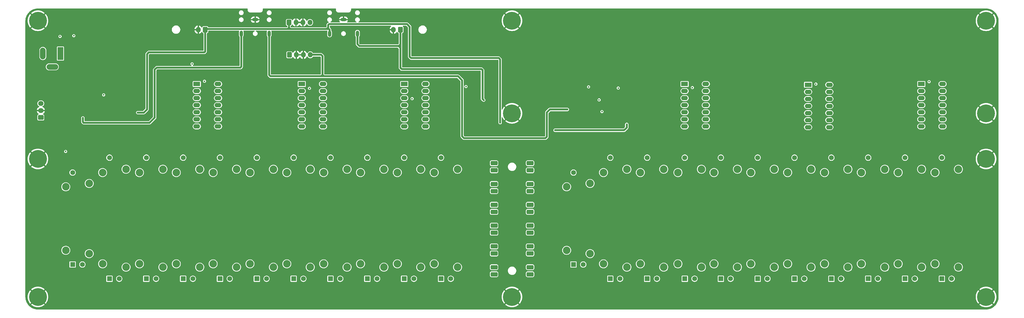
<source format=gbr>
%TF.GenerationSoftware,KiCad,Pcbnew,8.0.8*%
%TF.CreationDate,2025-02-12T06:41:47+01:00*%
%TF.ProjectId,20 Bands Equalizer,32302042-616e-4647-9320-457175616c69,rev?*%
%TF.SameCoordinates,Original*%
%TF.FileFunction,Copper,L3,Inr*%
%TF.FilePolarity,Positive*%
%FSLAX46Y46*%
G04 Gerber Fmt 4.6, Leading zero omitted, Abs format (unit mm)*
G04 Created by KiCad (PCBNEW 8.0.8) date 2025-02-12 06:41:47*
%MOMM*%
%LPD*%
G01*
G04 APERTURE LIST*
G04 Aperture macros list*
%AMRoundRect*
0 Rectangle with rounded corners*
0 $1 Rounding radius*
0 $2 $3 $4 $5 $6 $7 $8 $9 X,Y pos of 4 corners*
0 Add a 4 corners polygon primitive as box body*
4,1,4,$2,$3,$4,$5,$6,$7,$8,$9,$2,$3,0*
0 Add four circle primitives for the rounded corners*
1,1,$1+$1,$2,$3*
1,1,$1+$1,$4,$5*
1,1,$1+$1,$6,$7*
1,1,$1+$1,$8,$9*
0 Add four rect primitives between the rounded corners*
20,1,$1+$1,$2,$3,$4,$5,0*
20,1,$1+$1,$4,$5,$6,$7,0*
20,1,$1+$1,$6,$7,$8,$9,0*
20,1,$1+$1,$8,$9,$2,$3,0*%
G04 Aperture macros list end*
%TA.AperFunction,ComponentPad*%
%ADD10RoundRect,0.400000X0.850000X-0.400000X0.850000X0.400000X-0.850000X0.400000X-0.850000X-0.400000X0*%
%TD*%
%TA.AperFunction,ComponentPad*%
%ADD11C,0.800000*%
%TD*%
%TA.AperFunction,ComponentPad*%
%ADD12C,6.400000*%
%TD*%
%TA.AperFunction,ComponentPad*%
%ADD13R,1.750000X1.750000*%
%TD*%
%TA.AperFunction,ComponentPad*%
%ADD14C,1.750000*%
%TD*%
%TA.AperFunction,ComponentPad*%
%ADD15C,2.700000*%
%TD*%
%TA.AperFunction,ComponentPad*%
%ADD16R,2.400000X1.600000*%
%TD*%
%TA.AperFunction,ComponentPad*%
%ADD17O,2.400000X1.600000*%
%TD*%
%TA.AperFunction,ComponentPad*%
%ADD18O,1.200000X2.200000*%
%TD*%
%TA.AperFunction,ComponentPad*%
%ADD19O,2.200000X1.200000*%
%TD*%
%TA.AperFunction,ComponentPad*%
%ADD20RoundRect,0.250000X-0.600000X-0.725000X0.600000X-0.725000X0.600000X0.725000X-0.600000X0.725000X0*%
%TD*%
%TA.AperFunction,ComponentPad*%
%ADD21O,1.700000X1.950000*%
%TD*%
%TA.AperFunction,ComponentPad*%
%ADD22RoundRect,0.250000X0.600000X0.750000X-0.600000X0.750000X-0.600000X-0.750000X0.600000X-0.750000X0*%
%TD*%
%TA.AperFunction,ComponentPad*%
%ADD23O,1.700000X2.000000*%
%TD*%
%TA.AperFunction,ComponentPad*%
%ADD24RoundRect,0.250000X0.725000X-0.600000X0.725000X0.600000X-0.725000X0.600000X-0.725000X-0.600000X0*%
%TD*%
%TA.AperFunction,ComponentPad*%
%ADD25O,1.950000X1.700000*%
%TD*%
%TA.AperFunction,ComponentPad*%
%ADD26R,2.000000X4.600000*%
%TD*%
%TA.AperFunction,ComponentPad*%
%ADD27O,2.000000X4.200000*%
%TD*%
%TA.AperFunction,ComponentPad*%
%ADD28O,4.200000X2.000000*%
%TD*%
%TA.AperFunction,ViaPad*%
%ADD29C,0.600000*%
%TD*%
%TA.AperFunction,Conductor*%
%ADD30C,0.700000*%
%TD*%
G04 APERTURE END LIST*
D10*
%TO.N,Net-(D11-K)*%
%TO.C,D11*%
X198527500Y-88976667D03*
%TO.N,Net-(D10-A)*%
X198527500Y-86436667D03*
%TD*%
D11*
%TO.N,0V*%
%TO.C,H3*%
X202552500Y-35264611D03*
X203255444Y-33567555D03*
X203255444Y-36961667D03*
X204952500Y-32864611D03*
D12*
X204952500Y-35264611D03*
D11*
X204952500Y-37664611D03*
X206649556Y-33567555D03*
X206649556Y-36961667D03*
X207352500Y-35264611D03*
%TD*%
D10*
%TO.N,Net-(D19-K)*%
%TO.C,D19*%
X211447500Y-103916667D03*
%TO.N,Net-(D18-K)*%
X211447500Y-101376667D03*
%TD*%
D11*
%TO.N,0V*%
%TO.C,H6*%
X372552500Y-134461667D03*
X373255444Y-132764611D03*
X373255444Y-136158723D03*
X374952500Y-132061667D03*
D12*
X374952500Y-134461667D03*
D11*
X374952500Y-136861667D03*
X376649556Y-132764611D03*
X376649556Y-136158723D03*
X377352500Y-134461667D03*
%TD*%
D10*
%TO.N,Net-(D4-K)*%
%TO.C,D4*%
X198527500Y-118856667D03*
%TO.N,Net-(D2-K)*%
X198527500Y-116316667D03*
%TD*%
D11*
%TO.N,0V*%
%TO.C,H8*%
X372552500Y-84913139D03*
X373255444Y-83216083D03*
X373255444Y-86610195D03*
X374952500Y-82513139D03*
D12*
X374952500Y-84913139D03*
D11*
X374952500Y-87313139D03*
X376649556Y-83216083D03*
X376649556Y-86610195D03*
X377352500Y-84913139D03*
%TD*%
%TO.N,0V*%
%TO.C,H14*%
X372552500Y-68520000D03*
X373255444Y-66822944D03*
X373255444Y-70217056D03*
X374952500Y-66120000D03*
D12*
X374952500Y-68520000D03*
D11*
X374952500Y-70920000D03*
X376649556Y-66822944D03*
X376649556Y-70217056D03*
X377352500Y-68520000D03*
%TD*%
D13*
%TO.N,Net-(U9B--)*%
%TO.C,RV20*%
X332686553Y-127931667D03*
D14*
%TO.N,Net-(C54-Pad2)*%
X336186553Y-127931667D03*
%TO.N,Net-(U9B-+)*%
X332686553Y-84431667D03*
D15*
%TO.N,N/C*%
X338636553Y-123781667D03*
X330236553Y-122581667D03*
X330236553Y-89781667D03*
X338636553Y-88581667D03*
%TD*%
D10*
%TO.N,Net-(D12-K)*%
%TO.C,D12*%
X211447500Y-126326667D03*
%TO.N,+15V*%
X211447500Y-123786667D03*
%TD*%
D13*
%TO.N,Net-(U8B--)*%
%TO.C,RV1*%
X60608667Y-127931667D03*
D14*
%TO.N,Net-(C6-Pad2)*%
X64108667Y-127931667D03*
%TO.N,Net-(U8B-+)*%
X60608667Y-84431667D03*
D15*
%TO.N,N/C*%
X66558667Y-123781667D03*
X58158667Y-122581667D03*
X58158667Y-89781667D03*
X66558667Y-88581667D03*
%TD*%
D10*
%TO.N,Net-(D21-K)*%
%TO.C,D21*%
X211447500Y-96446667D03*
%TO.N,Net-(D20-K)*%
X211447500Y-93906667D03*
%TD*%
D16*
%TO.N,Net-(U4A--)*%
%TO.C,U4*%
X166332500Y-57981667D03*
D17*
X166332500Y-60521667D03*
%TO.N,Net-(U4A-+)*%
X166332500Y-63061667D03*
%TO.N,+15V*%
X166332500Y-65601667D03*
%TO.N,Net-(U4B-+)*%
X166332500Y-68141667D03*
%TO.N,Net-(U4B--)*%
X166332500Y-70681667D03*
X166332500Y-73221667D03*
%TO.N,unconnected-(U4-Pad8)*%
X173952500Y-73221667D03*
%TO.N,-15V*%
X173952500Y-70681667D03*
%TO.N,+15V*%
X173952500Y-68141667D03*
%TO.N,-15V*%
X173952500Y-65601667D03*
%TO.N,+15V*%
X173952500Y-63061667D03*
%TO.N,-15V*%
X173952500Y-60521667D03*
%TO.N,unconnected-(U4-Pad14)*%
X173952500Y-57981667D03*
%TD*%
D13*
%TO.N,Net-(C11-Pad2)*%
%TO.C,RV3*%
X47398334Y-122806667D03*
D14*
%TO.N,Net-(R11-Pad2)*%
X50898334Y-122806667D03*
X47398334Y-89806667D03*
D15*
%TO.N,N/C*%
X53348334Y-118906667D03*
X44948334Y-117706667D03*
X44948334Y-94906667D03*
X53348334Y-93706667D03*
%TD*%
D18*
%TO.N,OUTPUT_R+*%
%TO.C,J4*%
X149532500Y-39884611D03*
D19*
%TO.N,0V*%
X144532500Y-34884611D03*
D18*
%TO.N,OUTPUT_L+*%
X139532500Y-39884611D03*
%TD*%
D16*
%TO.N,Net-(U7A--)*%
%TO.C,U7*%
X351737500Y-57981667D03*
D17*
X351737500Y-60521667D03*
%TO.N,Net-(U7A-+)*%
X351737500Y-63061667D03*
%TO.N,+15V*%
X351737500Y-65601667D03*
%TO.N,Net-(U7B-+)*%
X351737500Y-68141667D03*
%TO.N,Net-(U7B--)*%
X351737500Y-70681667D03*
X351737500Y-73221667D03*
%TO.N,unconnected-(U7-Pad8)*%
X359357500Y-73221667D03*
%TO.N,-15V*%
X359357500Y-70681667D03*
%TO.N,+15V*%
X359357500Y-68141667D03*
%TO.N,-15V*%
X359357500Y-65601667D03*
%TO.N,+15V*%
X359357500Y-63061667D03*
%TO.N,-15V*%
X359357500Y-60521667D03*
%TO.N,unconnected-(U7-Pad14)*%
X359357500Y-57981667D03*
%TD*%
D11*
%TO.N,0V*%
%TO.C,H4*%
X202552500Y-134461667D03*
X203255444Y-132764611D03*
X203255444Y-136158723D03*
X204952500Y-132061667D03*
D12*
X204952500Y-134461667D03*
D11*
X204952500Y-136861667D03*
X206649556Y-132764611D03*
X206649556Y-136158723D03*
X207352500Y-134461667D03*
%TD*%
D13*
%TO.N,Net-(U9B--)*%
%TO.C,RV13*%
X253424555Y-127931667D03*
D14*
%TO.N,Net-(C38-Pad2)*%
X256924555Y-127931667D03*
%TO.N,Net-(U9B-+)*%
X253424555Y-84431667D03*
D15*
%TO.N,N/C*%
X259374555Y-123781667D03*
X250974555Y-122581667D03*
X250974555Y-89781667D03*
X259374555Y-88581667D03*
%TD*%
D13*
%TO.N,Net-(C40-Pad2)*%
%TO.C,RV14*%
X227003889Y-122806667D03*
D14*
%TO.N,Net-(R52-Pad2)*%
X230503889Y-122806667D03*
X227003889Y-89806667D03*
D15*
%TO.N,N/C*%
X232953889Y-118906667D03*
X224553889Y-117706667D03*
X224553889Y-94906667D03*
X232953889Y-93706667D03*
%TD*%
D13*
%TO.N,Net-(U9B--)*%
%TO.C,RV19*%
X319476220Y-127931667D03*
D14*
%TO.N,Net-(C52-Pad2)*%
X322976220Y-127931667D03*
%TO.N,Net-(U9B-+)*%
X319476220Y-84431667D03*
D15*
%TO.N,N/C*%
X325426220Y-123781667D03*
X317026220Y-122581667D03*
X317026220Y-89781667D03*
X325426220Y-88581667D03*
%TD*%
D16*
%TO.N,Net-(U2A--)*%
%TO.C,U2*%
X91927500Y-57981667D03*
D17*
X91927500Y-60521667D03*
%TO.N,Net-(U2A-+)*%
X91927500Y-63061667D03*
%TO.N,+15V*%
X91927500Y-65601667D03*
%TO.N,Net-(U2B-+)*%
X91927500Y-68141667D03*
%TO.N,Net-(U2B--)*%
X91927500Y-70681667D03*
X91927500Y-73221667D03*
%TO.N,Net-(U2C--)*%
X99547500Y-73221667D03*
X99547500Y-70681667D03*
%TO.N,Net-(U2C-+)*%
X99547500Y-68141667D03*
%TO.N,-15V*%
X99547500Y-65601667D03*
%TO.N,Net-(U2D-+)*%
X99547500Y-63061667D03*
%TO.N,Net-(U2D--)*%
X99547500Y-60521667D03*
X99547500Y-57981667D03*
%TD*%
D20*
%TO.N,INPUT_L+*%
%TO.C,J7*%
X125130000Y-47500000D03*
D21*
%TO.N,0V*%
X127630000Y-47500000D03*
X130130000Y-47500000D03*
%TO.N,INPUT_R+*%
X132630000Y-47500000D03*
%TD*%
D22*
%TO.N,OUTPUT_R+*%
%TO.C,J3*%
X164952500Y-38464611D03*
D23*
%TO.N,0V*%
X162452500Y-38464611D03*
%TD*%
D20*
%TO.N,OUTPUT_L+*%
%TO.C,J6*%
X124992500Y-35861667D03*
D21*
%TO.N,0V*%
X127492500Y-35861667D03*
X129992500Y-35861667D03*
%TO.N,OUTPUT_R+*%
X132492500Y-35861667D03*
%TD*%
D10*
%TO.N,Net-(D22-K)*%
%TO.C,D22*%
X211447500Y-88976667D03*
%TO.N,Net-(D20-K)*%
X211447500Y-86436667D03*
%TD*%
D24*
%TO.N,+15V*%
%TO.C,J5*%
X36000000Y-70000000D03*
D25*
%TO.N,0V*%
X36000000Y-67500000D03*
%TO.N,-15V*%
X36000000Y-65000000D03*
%TD*%
D13*
%TO.N,Net-(U9B--)*%
%TO.C,RV17*%
X293055554Y-127931667D03*
D14*
%TO.N,Net-(C48-Pad2)*%
X296555554Y-127931667D03*
%TO.N,Net-(U9B-+)*%
X293055554Y-84431667D03*
D15*
%TO.N,N/C*%
X299005554Y-123781667D03*
X290605554Y-122581667D03*
X290605554Y-89781667D03*
X299005554Y-88581667D03*
%TD*%
D13*
%TO.N,Net-(U8B--)*%
%TO.C,RV4*%
X87029333Y-127931667D03*
D14*
%TO.N,Net-(C12-Pad2)*%
X90529333Y-127931667D03*
%TO.N,Net-(U8B-+)*%
X87029333Y-84431667D03*
D15*
%TO.N,N/C*%
X92979333Y-123781667D03*
X84579333Y-122581667D03*
X84579333Y-89781667D03*
X92979333Y-88581667D03*
%TD*%
D10*
%TO.N,Net-(D6-K)*%
%TO.C,D6*%
X198527500Y-111386667D03*
%TO.N,Net-(D5-K)*%
X198527500Y-108846667D03*
%TD*%
D13*
%TO.N,Net-(U8B--)*%
%TO.C,RV10*%
X166291331Y-127931667D03*
D14*
%TO.N,Net-(C27-Pad2)*%
X169791331Y-127931667D03*
%TO.N,Net-(U8B-+)*%
X166291331Y-84431667D03*
D15*
%TO.N,N/C*%
X172241331Y-123781667D03*
X163841331Y-122581667D03*
X163841331Y-89781667D03*
X172241331Y-88581667D03*
%TD*%
D13*
%TO.N,Net-(U8B--)*%
%TO.C,RV6*%
X113449999Y-127931667D03*
D14*
%TO.N,Net-(C19-Pad2)*%
X116949999Y-127931667D03*
%TO.N,Net-(U8B-+)*%
X113449999Y-84431667D03*
D15*
%TO.N,N/C*%
X119399999Y-123781667D03*
X110999999Y-122581667D03*
X110999999Y-89781667D03*
X119399999Y-88581667D03*
%TD*%
D10*
%TO.N,Net-(D10-K)*%
%TO.C,D10*%
X198527500Y-96446667D03*
%TO.N,Net-(D10-A)*%
X198527500Y-93906667D03*
%TD*%
D13*
%TO.N,Net-(U9B--)*%
%TO.C,RV16*%
X279845221Y-127931667D03*
D14*
%TO.N,Net-(C44-Pad2)*%
X283345221Y-127931667D03*
%TO.N,Net-(U9B-+)*%
X279845221Y-84431667D03*
D15*
%TO.N,N/C*%
X285795221Y-123781667D03*
X277395221Y-122581667D03*
X277395221Y-89781667D03*
X285795221Y-88581667D03*
%TD*%
D13*
%TO.N,Net-(U9B--)*%
%TO.C,RV21*%
X345896886Y-127931667D03*
D14*
%TO.N,Net-(C56-Pad2)*%
X349396886Y-127931667D03*
%TO.N,Net-(U9B-+)*%
X345896886Y-84431667D03*
D15*
%TO.N,N/C*%
X351846886Y-123781667D03*
X343446886Y-122581667D03*
X343446886Y-89781667D03*
X351846886Y-88581667D03*
%TD*%
D13*
%TO.N,Net-(U8B--)*%
%TO.C,RV5*%
X100239666Y-127931667D03*
D14*
%TO.N,Net-(C15-Pad2)*%
X103739666Y-127931667D03*
%TO.N,Net-(U8B-+)*%
X100239666Y-84431667D03*
D15*
%TO.N,N/C*%
X106189666Y-123781667D03*
X97789666Y-122581667D03*
X97789666Y-89781667D03*
X106189666Y-88581667D03*
%TD*%
D10*
%TO.N,Net-(D17-K)*%
%TO.C,D17*%
X211447500Y-111386667D03*
%TO.N,Net-(D16-K)*%
X211447500Y-108846667D03*
%TD*%
D11*
%TO.N,0V*%
%TO.C,H5*%
X372552500Y-35264611D03*
X373255444Y-33567555D03*
X373255444Y-36961667D03*
X374952500Y-32864611D03*
D12*
X374952500Y-35264611D03*
D11*
X374952500Y-37664611D03*
X376649556Y-33567555D03*
X376649556Y-36961667D03*
X377352500Y-35264611D03*
%TD*%
D13*
%TO.N,Net-(U8B--)*%
%TO.C,RV11*%
X179501667Y-127931667D03*
D14*
%TO.N,Net-(C29-Pad2)*%
X183001667Y-127931667D03*
%TO.N,Net-(U8B-+)*%
X179501667Y-84431667D03*
D15*
%TO.N,N/C*%
X185451667Y-123781667D03*
X177051667Y-122581667D03*
X177051667Y-89781667D03*
X185451667Y-88581667D03*
%TD*%
D16*
%TO.N,Net-(U5A--)*%
%TO.C,U5*%
X266847500Y-57981667D03*
D17*
X266847500Y-60521667D03*
%TO.N,Net-(U5A-+)*%
X266847500Y-63061667D03*
%TO.N,+15V*%
X266847500Y-65601667D03*
%TO.N,Net-(U5B-+)*%
X266847500Y-68141667D03*
%TO.N,Net-(U5B--)*%
X266847500Y-70681667D03*
X266847500Y-73221667D03*
%TO.N,Net-(U5C--)*%
X274467500Y-73221667D03*
X274467500Y-70681667D03*
%TO.N,Net-(U5C-+)*%
X274467500Y-68141667D03*
%TO.N,-15V*%
X274467500Y-65601667D03*
%TO.N,Net-(U5D-+)*%
X274467500Y-63061667D03*
%TO.N,Net-(U5D--)*%
X274467500Y-60521667D03*
X274467500Y-57981667D03*
%TD*%
D13*
%TO.N,Net-(U8B--)*%
%TO.C,RV7*%
X126660332Y-127931667D03*
D14*
%TO.N,Net-(C21-Pad2)*%
X130160332Y-127931667D03*
%TO.N,Net-(U8B-+)*%
X126660332Y-84431667D03*
D15*
%TO.N,N/C*%
X132610332Y-123781667D03*
X124210332Y-122581667D03*
X124210332Y-89781667D03*
X132610332Y-88581667D03*
%TD*%
D13*
%TO.N,Net-(U9B--)*%
%TO.C,RV15*%
X266923055Y-127931667D03*
D14*
%TO.N,Net-(C41-Pad2)*%
X270423055Y-127931667D03*
%TO.N,Net-(U9B-+)*%
X266923055Y-84431667D03*
D15*
%TO.N,N/C*%
X272873055Y-123781667D03*
X264473055Y-122581667D03*
X264473055Y-89781667D03*
X272873055Y-88581667D03*
%TD*%
D22*
%TO.N,OUTPUT_L+*%
%TO.C,J2*%
X94952500Y-38464611D03*
D23*
%TO.N,0V*%
X92452500Y-38464611D03*
%TD*%
D11*
%TO.N,0V*%
%TO.C,H7*%
X32552500Y-84913139D03*
X33255444Y-83216083D03*
X33255444Y-86610195D03*
X34952500Y-82513139D03*
D12*
X34952500Y-84913139D03*
D11*
X34952500Y-87313139D03*
X36649556Y-83216083D03*
X36649556Y-86610195D03*
X37352500Y-84913139D03*
%TD*%
D16*
%TO.N,Net-(U6A--)*%
%TO.C,U6*%
X311137500Y-58254167D03*
D17*
X311137500Y-60794167D03*
%TO.N,Net-(U6A-+)*%
X311137500Y-63334167D03*
%TO.N,+15V*%
X311137500Y-65874167D03*
%TO.N,Net-(U6B-+)*%
X311137500Y-68414167D03*
%TO.N,Net-(U6B--)*%
X311137500Y-70954167D03*
X311137500Y-73494167D03*
%TO.N,Net-(U6C--)*%
X318757500Y-73494167D03*
X318757500Y-70954167D03*
%TO.N,Net-(U6C-+)*%
X318757500Y-68414167D03*
%TO.N,-15V*%
X318757500Y-65874167D03*
%TO.N,Net-(U6D-+)*%
X318757500Y-63334167D03*
%TO.N,Net-(U6D--)*%
X318757500Y-60794167D03*
X318757500Y-58254167D03*
%TD*%
D26*
%TO.N,+15V*%
%TO.C,J8*%
X43024944Y-47026779D03*
D27*
%TO.N,-15V*%
X36724944Y-47026779D03*
D28*
X40124944Y-51826779D03*
%TD*%
D18*
%TO.N,INPUT_R+*%
%TO.C,J1*%
X117872500Y-39884611D03*
D19*
%TO.N,0V*%
X112872500Y-34884611D03*
D18*
%TO.N,INPUT_L+*%
X107872500Y-39884611D03*
%TD*%
D16*
%TO.N,Net-(U3A--)*%
%TO.C,U3*%
X129567500Y-57981667D03*
D17*
X129567500Y-60521667D03*
%TO.N,Net-(U3A-+)*%
X129567500Y-63061667D03*
%TO.N,+15V*%
X129567500Y-65601667D03*
%TO.N,Net-(U3B-+)*%
X129567500Y-68141667D03*
%TO.N,Net-(U3B--)*%
X129567500Y-70681667D03*
X129567500Y-73221667D03*
%TO.N,Net-(U3C--)*%
X137187500Y-73221667D03*
X137187500Y-70681667D03*
%TO.N,Net-(U3C-+)*%
X137187500Y-68141667D03*
%TO.N,-15V*%
X137187500Y-65601667D03*
%TO.N,Net-(U3D-+)*%
X137187500Y-63061667D03*
%TO.N,Net-(U3D--)*%
X137187500Y-60521667D03*
X137187500Y-57981667D03*
%TD*%
D13*
%TO.N,Net-(U8B--)*%
%TO.C,RV9*%
X153080998Y-127931667D03*
D14*
%TO.N,Net-(C25-Pad2)*%
X156580998Y-127931667D03*
%TO.N,Net-(U8B-+)*%
X153080998Y-84431667D03*
D15*
%TO.N,N/C*%
X159030998Y-123781667D03*
X150630998Y-122581667D03*
X150630998Y-89781667D03*
X159030998Y-88581667D03*
%TD*%
D10*
%TO.N,Net-(D15-K)*%
%TO.C,D15*%
X211447500Y-118856667D03*
%TO.N,Net-(D13-K)*%
X211447500Y-116316667D03*
%TD*%
D11*
%TO.N,0V*%
%TO.C,H1*%
X32552500Y-35264611D03*
X33255444Y-33567555D03*
X33255444Y-36961667D03*
X34952500Y-32864611D03*
D12*
X34952500Y-35264611D03*
D11*
X34952500Y-37664611D03*
X36649556Y-33567555D03*
X36649556Y-36961667D03*
X37352500Y-35264611D03*
%TD*%
D13*
%TO.N,Net-(U8B--)*%
%TO.C,RV2*%
X73819000Y-127931667D03*
D14*
%TO.N,Net-(C9-Pad2)*%
X77319000Y-127931667D03*
%TO.N,Net-(U8B-+)*%
X73819000Y-84431667D03*
D15*
%TO.N,N/C*%
X79769000Y-123781667D03*
X71369000Y-122581667D03*
X71369000Y-89781667D03*
X79769000Y-88581667D03*
%TD*%
D11*
%TO.N,0V*%
%TO.C,H2*%
X32552500Y-134461667D03*
X33255444Y-132764611D03*
X33255444Y-136158723D03*
X34952500Y-132061667D03*
D12*
X34952500Y-134461667D03*
D11*
X34952500Y-136861667D03*
X36649556Y-132764611D03*
X36649556Y-136158723D03*
X37352500Y-134461667D03*
%TD*%
D13*
%TO.N,Net-(U9B--)*%
%TO.C,RV18*%
X306265887Y-127931667D03*
D14*
%TO.N,Net-(C50-Pad2)*%
X309765887Y-127931667D03*
%TO.N,Net-(U9B-+)*%
X306265887Y-84431667D03*
D15*
%TO.N,N/C*%
X312215887Y-123781667D03*
X303815887Y-122581667D03*
X303815887Y-89781667D03*
X312215887Y-88581667D03*
%TD*%
D13*
%TO.N,Net-(U8B--)*%
%TO.C,RV8*%
X139870665Y-127931667D03*
D14*
%TO.N,Net-(C23-Pad2)*%
X143370665Y-127931667D03*
%TO.N,Net-(U8B-+)*%
X139870665Y-84431667D03*
D15*
%TO.N,N/C*%
X145820665Y-123781667D03*
X137420665Y-122581667D03*
X137420665Y-89781667D03*
X145820665Y-88581667D03*
%TD*%
D10*
%TO.N,Net-(D8-K)*%
%TO.C,D8*%
X198527500Y-103916667D03*
%TO.N,Net-(D7-K)*%
X198527500Y-101376667D03*
%TD*%
%TO.N,Net-(D1-K)*%
%TO.C,D1*%
X198527500Y-126326667D03*
%TO.N,+15V*%
X198527500Y-123786667D03*
%TD*%
D13*
%TO.N,Net-(U9B--)*%
%TO.C,RV12*%
X240214222Y-127931667D03*
D14*
%TO.N,Net-(C35-Pad2)*%
X243714222Y-127931667D03*
%TO.N,Net-(U9B-+)*%
X240214222Y-84431667D03*
D15*
%TO.N,N/C*%
X246164222Y-123781667D03*
X237764222Y-122581667D03*
X237764222Y-89781667D03*
X246164222Y-88581667D03*
%TD*%
D11*
%TO.N,0V*%
%TO.C,H13*%
X202552500Y-68520000D03*
X203255444Y-66822944D03*
X203255444Y-70217056D03*
X204952500Y-66120000D03*
D12*
X204952500Y-68520000D03*
D11*
X204952500Y-70920000D03*
X206649556Y-66822944D03*
X206649556Y-70217056D03*
X207352500Y-68520000D03*
%TD*%
D13*
%TO.N,Net-(U9B--)*%
%TO.C,RV22*%
X359107222Y-127931667D03*
D14*
%TO.N,Net-(C58-Pad2)*%
X362607222Y-127931667D03*
%TO.N,Net-(U9B-+)*%
X359107222Y-84431667D03*
D15*
%TO.N,N/C*%
X365057222Y-123781667D03*
X356657222Y-122581667D03*
X356657222Y-89781667D03*
X365057222Y-88581667D03*
%TD*%
D29*
%TO.N,+15V*%
X90260000Y-50770000D03*
X132340000Y-59550000D03*
X42880000Y-40890000D03*
X269640000Y-59290000D03*
X94690000Y-57000000D03*
X243070000Y-59440000D03*
X169130000Y-63250000D03*
X188470000Y-58890000D03*
X354525000Y-57140000D03*
X313910000Y-58020000D03*
X47840000Y-40630000D03*
%TO.N,OUTPUT_L+*%
X70750000Y-68260000D03*
X200717500Y-71877500D03*
%TO.N,OUTPUT_R+*%
X246110000Y-72480000D03*
X194810000Y-63770000D03*
X150220000Y-44341667D03*
X220390000Y-74590000D03*
%TO.N,0V*%
X239230000Y-75570000D03*
X120260000Y-34110000D03*
X114550000Y-49130000D03*
X68260000Y-54610000D03*
X119610000Y-52690000D03*
X50160000Y-56720000D03*
X160800000Y-38440000D03*
X65390000Y-40390000D03*
X54010000Y-42150000D03*
X203130000Y-79190000D03*
X327440000Y-64100000D03*
X283050000Y-64000000D03*
X157760000Y-64060000D03*
X204760000Y-73480000D03*
X121820000Y-43020000D03*
X120800000Y-67330000D03*
X120850000Y-64020000D03*
X83470000Y-64000000D03*
X363920000Y-62130000D03*
X211850000Y-74530000D03*
X145860000Y-64160000D03*
X108110000Y-67120000D03*
X216890000Y-79530000D03*
X114120000Y-52510000D03*
X302520000Y-64210000D03*
X249650000Y-66980000D03*
X37760000Y-67530000D03*
X258270000Y-64100000D03*
X92470000Y-40370000D03*
X210670000Y-68090000D03*
X343270000Y-67530000D03*
X70590000Y-66290000D03*
X258170000Y-67590000D03*
X195980000Y-75520000D03*
X237920000Y-73520000D03*
X162460000Y-40210000D03*
X157760000Y-67410000D03*
X327400000Y-67620000D03*
X56220000Y-45740000D03*
X130007500Y-49738333D03*
X70070000Y-42190000D03*
X197120000Y-81670000D03*
X210410000Y-75660000D03*
X63180000Y-54470000D03*
X140770000Y-48200000D03*
X109620000Y-45090000D03*
X66170000Y-48170000D03*
X283280000Y-67410000D03*
X194360000Y-67420000D03*
X343230000Y-63900000D03*
X200350000Y-75320000D03*
X60480000Y-74460000D03*
X210920000Y-81690000D03*
X62370000Y-47090000D03*
X127507500Y-49728333D03*
X83610000Y-67590000D03*
X363940000Y-69170000D03*
X129970000Y-32380000D03*
X107990000Y-64120000D03*
X52920000Y-66360000D03*
X57680000Y-50880000D03*
X302520000Y-67730000D03*
X146030000Y-67590000D03*
X90730000Y-38450000D03*
X127560000Y-32100000D03*
X142230000Y-52590000D03*
%TO.N,Net-(R52-Pad2)*%
X236200000Y-63700000D03*
X237220000Y-67900000D03*
%TO.N,Net-(C11-Pad2)*%
X44900000Y-82200000D03*
X58540000Y-61880000D03*
%TO.N,Net-(C40-Pad2)*%
X232420000Y-59030000D03*
%TO.N,INPUT_L+*%
X107872500Y-47460000D03*
X51070000Y-70180000D03*
%TO.N,INPUT_R+*%
X224820000Y-67140000D03*
%TD*%
D30*
%TO.N,OUTPUT_L+*%
X168290000Y-48200000D02*
X168290000Y-37450000D01*
X139314611Y-38234611D02*
X139532500Y-38452500D01*
X124992500Y-37742111D02*
X124500000Y-38234611D01*
X200220000Y-48680000D02*
X168770000Y-48680000D01*
X94630000Y-46640000D02*
X74720000Y-46640000D01*
X124992500Y-37727111D02*
X125500000Y-38234611D01*
X200700000Y-71860000D02*
X200700000Y-49160000D01*
X124500000Y-38234611D02*
X125500000Y-38234611D01*
X125500000Y-38234611D02*
X126010000Y-38234611D01*
X74720000Y-46640000D02*
X74090000Y-47270000D01*
X74090000Y-47270000D02*
X74090000Y-67080000D01*
X139360000Y-36470000D02*
X139054611Y-36775389D01*
X139532500Y-38452500D02*
X139532500Y-39884611D01*
X94952500Y-46317500D02*
X94630000Y-46640000D01*
X139054611Y-37380000D02*
X139054611Y-38234611D01*
X167310000Y-36470000D02*
X139360000Y-36470000D01*
X72910000Y-68260000D02*
X70750000Y-68260000D01*
X200717500Y-71877500D02*
X200700000Y-71860000D01*
X139054611Y-38234611D02*
X139314611Y-38234611D01*
X139054611Y-36775389D02*
X139054611Y-37380000D01*
X94952500Y-38464611D02*
X94952500Y-46317500D01*
X126010000Y-38234611D02*
X138480000Y-38234611D01*
X139054611Y-37660000D02*
X138480000Y-38234611D01*
X124992500Y-37727111D02*
X124992500Y-37742111D01*
X139054611Y-37380000D02*
X139054611Y-37660000D01*
X94952500Y-38464611D02*
X95182500Y-38234611D01*
X200700000Y-49160000D02*
X200220000Y-48680000D01*
X124114611Y-38234611D02*
X124500000Y-38234611D01*
X139054611Y-37660000D02*
X139054611Y-37974611D01*
X124992500Y-35861667D02*
X124992500Y-37727111D01*
X138480000Y-38234611D02*
X139054611Y-38234611D01*
X168770000Y-48680000D02*
X168290000Y-48200000D01*
X95182500Y-38234611D02*
X124114611Y-38234611D01*
X139054611Y-37974611D02*
X139532500Y-38452500D01*
X168290000Y-37450000D02*
X167310000Y-36470000D01*
X74090000Y-67080000D02*
X72910000Y-68260000D01*
%TO.N,OUTPUT_R+*%
X165440000Y-52650000D02*
X164952500Y-52162500D01*
X149532500Y-43654167D02*
X150220000Y-44341667D01*
X246110000Y-73640000D02*
X246110000Y-72480000D01*
X164952500Y-43747500D02*
X164358333Y-44341667D01*
X245600000Y-74150000D02*
X246110000Y-73640000D01*
X220390000Y-74590000D02*
X245160000Y-74590000D01*
X149532500Y-39884611D02*
X149532500Y-43654167D01*
X164952500Y-38464611D02*
X164952500Y-43747500D01*
X194810000Y-63770000D02*
X194380000Y-63340000D01*
X164952500Y-45030000D02*
X164952500Y-43747500D01*
X164358333Y-44341667D02*
X150220000Y-44341667D01*
X194380000Y-63340000D02*
X194380000Y-53000000D01*
X194030000Y-52650000D02*
X165440000Y-52650000D01*
X245160000Y-74590000D02*
X245600000Y-74150000D01*
X164358333Y-44341667D02*
X164358333Y-44435833D01*
X194380000Y-53000000D02*
X194030000Y-52650000D01*
X164358333Y-44435833D02*
X164952500Y-45030000D01*
X164952500Y-52162500D02*
X164952500Y-45030000D01*
%TO.N,INPUT_L+*%
X51090000Y-71630000D02*
X51090000Y-70200000D01*
X76840000Y-70060000D02*
X74990000Y-71910000D01*
X76840000Y-52830000D02*
X76840000Y-70060000D01*
X51090000Y-70200000D02*
X51070000Y-70180000D01*
X107580000Y-52100000D02*
X77570000Y-52100000D01*
X107872500Y-39884611D02*
X107872500Y-47460000D01*
X107872500Y-51807500D02*
X107580000Y-52100000D01*
X77570000Y-52100000D02*
X76840000Y-52830000D01*
X74990000Y-71910000D02*
X51370000Y-71910000D01*
X107872500Y-47460000D02*
X107872500Y-51807500D01*
X51370000Y-71910000D02*
X51090000Y-71630000D01*
%TO.N,INPUT_R+*%
X187080000Y-56690000D02*
X187080000Y-76770000D01*
X136500000Y-55200000D02*
X137500000Y-55200000D01*
X137000000Y-54700000D02*
X137500000Y-55200000D01*
X187760000Y-77450000D02*
X216900000Y-77450000D01*
X118320000Y-55200000D02*
X136500000Y-55200000D01*
X132630000Y-47500000D02*
X136500000Y-47500000D01*
X218510000Y-67140000D02*
X224820000Y-67140000D01*
X136500000Y-47500000D02*
X137000000Y-48000000D01*
X217460000Y-68190000D02*
X218510000Y-67140000D01*
X217460000Y-76890000D02*
X217460000Y-68190000D01*
X216900000Y-77450000D02*
X217460000Y-76890000D01*
X185590000Y-55200000D02*
X187080000Y-56690000D01*
X137500000Y-55200000D02*
X185590000Y-55200000D01*
X187080000Y-76770000D02*
X187760000Y-77450000D01*
X137000000Y-48000000D02*
X137000000Y-54700000D01*
X117872500Y-54752500D02*
X118320000Y-55200000D01*
X137000000Y-54700000D02*
X136500000Y-55200000D01*
X117872500Y-39884611D02*
X117872500Y-54752500D01*
%TD*%
%TA.AperFunction,Conductor*%
%TO.N,0V*%
G36*
X129687370Y-47316657D02*
G01*
X129655000Y-47437465D01*
X129655000Y-47562535D01*
X129687370Y-47683343D01*
X129725854Y-47750000D01*
X128034146Y-47750000D01*
X128072630Y-47683343D01*
X128105000Y-47562535D01*
X128105000Y-47437465D01*
X128072630Y-47316657D01*
X128034146Y-47250000D01*
X129725854Y-47250000D01*
X129687370Y-47316657D01*
G37*
%TD.AperFunction*%
%TA.AperFunction,Conductor*%
G36*
X129549870Y-35678324D02*
G01*
X129517500Y-35799132D01*
X129517500Y-35924202D01*
X129549870Y-36045010D01*
X129588354Y-36111667D01*
X127896646Y-36111667D01*
X127935130Y-36045010D01*
X127967500Y-35924202D01*
X127967500Y-35799132D01*
X127935130Y-35678324D01*
X127896646Y-35611667D01*
X129588354Y-35611667D01*
X129549870Y-35678324D01*
G37*
%TD.AperFunction*%
%TA.AperFunction,Conductor*%
G36*
X374955202Y-30865228D02*
G01*
X375339271Y-30881997D01*
X375350006Y-30882937D01*
X375728469Y-30932763D01*
X375739096Y-30934636D01*
X376111783Y-31017259D01*
X376122209Y-31020053D01*
X376486262Y-31134838D01*
X376496409Y-31138531D01*
X376849076Y-31284611D01*
X376858867Y-31289177D01*
X377197461Y-31465438D01*
X377206799Y-31470830D01*
X377473124Y-31640498D01*
X377528733Y-31675925D01*
X377537594Y-31682129D01*
X377840426Y-31914500D01*
X377848713Y-31921454D01*
X377889309Y-31958653D01*
X378130131Y-32179326D01*
X378137775Y-32186969D01*
X378395657Y-32468400D01*
X378402610Y-32476687D01*
X378634970Y-32779505D01*
X378641175Y-32788366D01*
X378846269Y-33110300D01*
X378851677Y-33119668D01*
X379027925Y-33458238D01*
X379032495Y-33468039D01*
X379178566Y-33820686D01*
X379182266Y-33830851D01*
X379297046Y-34194889D01*
X379299846Y-34205338D01*
X379382462Y-34577999D01*
X379384340Y-34588652D01*
X379390596Y-34636168D01*
X379424005Y-34889943D01*
X379434161Y-34967082D01*
X379435104Y-34977859D01*
X379451882Y-35362169D01*
X379452000Y-35367577D01*
X379452000Y-134388170D01*
X379451998Y-134388204D01*
X379451999Y-134458977D01*
X379451881Y-134464384D01*
X379435124Y-134848425D01*
X379434182Y-134859203D01*
X379384366Y-135237658D01*
X379382487Y-135248311D01*
X379299882Y-135620953D01*
X379297083Y-135631403D01*
X379182304Y-135995457D01*
X379178604Y-136005622D01*
X379032536Y-136358275D01*
X379027964Y-136368079D01*
X378851720Y-136706654D01*
X378846311Y-136716023D01*
X378641224Y-137037951D01*
X378635019Y-137046813D01*
X378402655Y-137349639D01*
X378395702Y-137357926D01*
X378137818Y-137639360D01*
X378130168Y-137647009D01*
X377848760Y-137904873D01*
X377840473Y-137911827D01*
X377537635Y-138144203D01*
X377528774Y-138150408D01*
X377206848Y-138355496D01*
X377197479Y-138360905D01*
X376858896Y-138537158D01*
X376849092Y-138541729D01*
X376496447Y-138687796D01*
X376486281Y-138691496D01*
X376122243Y-138806271D01*
X376111794Y-138809071D01*
X375739128Y-138891685D01*
X375728474Y-138893563D01*
X375350043Y-138943377D01*
X375339267Y-138944320D01*
X374955970Y-138961048D01*
X374950561Y-138961166D01*
X374893789Y-138961165D01*
X374886618Y-138961165D01*
X374886617Y-138961165D01*
X374877994Y-138961165D01*
X374877966Y-138961167D01*
X34955206Y-138961167D01*
X34949797Y-138961049D01*
X34566638Y-138944320D01*
X34565744Y-138944280D01*
X34554971Y-138943338D01*
X34176885Y-138893563D01*
X34176536Y-138893517D01*
X34165883Y-138891639D01*
X33793219Y-138809022D01*
X33782770Y-138806222D01*
X33514643Y-138721682D01*
X33418728Y-138691440D01*
X33408565Y-138687741D01*
X33347996Y-138662653D01*
X33310121Y-138646965D01*
X33055919Y-138541672D01*
X33046115Y-138537101D01*
X32707529Y-138360845D01*
X32698172Y-138355443D01*
X32376229Y-138150345D01*
X32367380Y-138144148D01*
X32064551Y-137911783D01*
X32056266Y-137904831D01*
X31774837Y-137646952D01*
X31767188Y-137639303D01*
X31509306Y-137357878D01*
X31502353Y-137349591D01*
X31269989Y-137046773D01*
X31263784Y-137037912D01*
X31058691Y-136715986D01*
X31053282Y-136706618D01*
X31018316Y-136639450D01*
X30877018Y-136368027D01*
X30872461Y-136358255D01*
X30726378Y-136005589D01*
X30722679Y-135995424D01*
X30607890Y-135631375D01*
X30605094Y-135620944D01*
X30522469Y-135248265D01*
X30520597Y-135237650D01*
X30470764Y-134859172D01*
X30469824Y-134848425D01*
X30453118Y-134465895D01*
X30453026Y-134461666D01*
X31247422Y-134461666D01*
X31247422Y-134461667D01*
X31267719Y-134848954D01*
X31328386Y-135231990D01*
X31328387Y-135231997D01*
X31428762Y-135606603D01*
X31567744Y-135968661D01*
X31743810Y-136314210D01*
X31955023Y-136639450D01*
X31955025Y-136639452D01*
X32163596Y-136897015D01*
X33658247Y-135402364D01*
X33732088Y-135503997D01*
X33910170Y-135682079D01*
X34011801Y-135755918D01*
X32517150Y-137250569D01*
X32774714Y-137459142D01*
X32774716Y-137459143D01*
X33099956Y-137670356D01*
X33445505Y-137846422D01*
X33807563Y-137985404D01*
X34182169Y-138085779D01*
X34182176Y-138085780D01*
X34565212Y-138146447D01*
X34952499Y-138166745D01*
X34952501Y-138166745D01*
X35339787Y-138146447D01*
X35722823Y-138085780D01*
X35722830Y-138085779D01*
X36097436Y-137985404D01*
X36459494Y-137846422D01*
X36805043Y-137670356D01*
X37130271Y-137459151D01*
X37130284Y-137459141D01*
X37387848Y-137250569D01*
X35893198Y-135755919D01*
X35994830Y-135682079D01*
X36172912Y-135503997D01*
X36246752Y-135402365D01*
X37741402Y-136897015D01*
X37949974Y-136639451D01*
X37949984Y-136639438D01*
X38161189Y-136314210D01*
X38337255Y-135968661D01*
X38476237Y-135606603D01*
X38576612Y-135231997D01*
X38576613Y-135231990D01*
X38637280Y-134848954D01*
X38657578Y-134461667D01*
X38657578Y-134461666D01*
X201247422Y-134461666D01*
X201247422Y-134461667D01*
X201267719Y-134848954D01*
X201328386Y-135231990D01*
X201328387Y-135231997D01*
X201428762Y-135606603D01*
X201567744Y-135968661D01*
X201743810Y-136314210D01*
X201955023Y-136639450D01*
X201955025Y-136639452D01*
X202163596Y-136897015D01*
X203658247Y-135402364D01*
X203732088Y-135503997D01*
X203910170Y-135682079D01*
X204011801Y-135755918D01*
X202517150Y-137250569D01*
X202774714Y-137459142D01*
X202774716Y-137459143D01*
X203099956Y-137670356D01*
X203445505Y-137846422D01*
X203807563Y-137985404D01*
X204182169Y-138085779D01*
X204182176Y-138085780D01*
X204565212Y-138146447D01*
X204952499Y-138166745D01*
X204952501Y-138166745D01*
X205339787Y-138146447D01*
X205722823Y-138085780D01*
X205722830Y-138085779D01*
X206097436Y-137985404D01*
X206459494Y-137846422D01*
X206805043Y-137670356D01*
X207130271Y-137459151D01*
X207130284Y-137459141D01*
X207387848Y-137250569D01*
X205893198Y-135755919D01*
X205994830Y-135682079D01*
X206172912Y-135503997D01*
X206246752Y-135402365D01*
X207741402Y-136897015D01*
X207949974Y-136639451D01*
X207949984Y-136639438D01*
X208161189Y-136314210D01*
X208337255Y-135968661D01*
X208476237Y-135606603D01*
X208576612Y-135231997D01*
X208576613Y-135231990D01*
X208637280Y-134848954D01*
X208657578Y-134461667D01*
X208657578Y-134461666D01*
X371247422Y-134461666D01*
X371247422Y-134461667D01*
X371267719Y-134848954D01*
X371328386Y-135231990D01*
X371328387Y-135231997D01*
X371428762Y-135606603D01*
X371567744Y-135968661D01*
X371743810Y-136314210D01*
X371955023Y-136639450D01*
X371955025Y-136639452D01*
X372163596Y-136897015D01*
X373658247Y-135402364D01*
X373732088Y-135503997D01*
X373910170Y-135682079D01*
X374011801Y-135755918D01*
X372517150Y-137250569D01*
X372774714Y-137459142D01*
X372774716Y-137459143D01*
X373099956Y-137670356D01*
X373445505Y-137846422D01*
X373807563Y-137985404D01*
X374182169Y-138085779D01*
X374182176Y-138085780D01*
X374565212Y-138146447D01*
X374952499Y-138166745D01*
X374952501Y-138166745D01*
X375339787Y-138146447D01*
X375722823Y-138085780D01*
X375722830Y-138085779D01*
X376097436Y-137985404D01*
X376459494Y-137846422D01*
X376805043Y-137670356D01*
X377130271Y-137459151D01*
X377130284Y-137459141D01*
X377387848Y-137250569D01*
X375893198Y-135755919D01*
X375994830Y-135682079D01*
X376172912Y-135503997D01*
X376246752Y-135402365D01*
X377741402Y-136897015D01*
X377949974Y-136639451D01*
X377949984Y-136639438D01*
X378161189Y-136314210D01*
X378337255Y-135968661D01*
X378476237Y-135606603D01*
X378576612Y-135231997D01*
X378576613Y-135231990D01*
X378637280Y-134848954D01*
X378657578Y-134461667D01*
X378657578Y-134461666D01*
X378637280Y-134074379D01*
X378576613Y-133691343D01*
X378576612Y-133691336D01*
X378476237Y-133316730D01*
X378337255Y-132954672D01*
X378161189Y-132609123D01*
X377949976Y-132283883D01*
X377949975Y-132283881D01*
X377741402Y-132026317D01*
X376246751Y-133520968D01*
X376172912Y-133419337D01*
X375994830Y-133241255D01*
X375893198Y-133167415D01*
X377387849Y-131672763D01*
X377130285Y-131464192D01*
X377130283Y-131464190D01*
X376805043Y-131252977D01*
X376459494Y-131076911D01*
X376097436Y-130937929D01*
X375722830Y-130837554D01*
X375722823Y-130837553D01*
X375339787Y-130776886D01*
X374952501Y-130756589D01*
X374952499Y-130756589D01*
X374565212Y-130776886D01*
X374182176Y-130837553D01*
X374182169Y-130837554D01*
X373807563Y-130937929D01*
X373445505Y-131076911D01*
X373099956Y-131252977D01*
X372774706Y-131464198D01*
X372517149Y-131672762D01*
X372517149Y-131672763D01*
X374011801Y-133167415D01*
X373910170Y-133241255D01*
X373732088Y-133419337D01*
X373658248Y-133520968D01*
X372163596Y-132026316D01*
X372163595Y-132026316D01*
X371955031Y-132283873D01*
X371743810Y-132609123D01*
X371567744Y-132954672D01*
X371428762Y-133316730D01*
X371328387Y-133691336D01*
X371328386Y-133691343D01*
X371267719Y-134074379D01*
X371247422Y-134461666D01*
X208657578Y-134461666D01*
X208637280Y-134074379D01*
X208576613Y-133691343D01*
X208576612Y-133691336D01*
X208476237Y-133316730D01*
X208337255Y-132954672D01*
X208161189Y-132609123D01*
X207949976Y-132283883D01*
X207949975Y-132283881D01*
X207741402Y-132026317D01*
X206246751Y-133520968D01*
X206172912Y-133419337D01*
X205994830Y-133241255D01*
X205893198Y-133167415D01*
X207387849Y-131672763D01*
X207130285Y-131464192D01*
X207130283Y-131464190D01*
X206805043Y-131252977D01*
X206459494Y-131076911D01*
X206097436Y-130937929D01*
X205722830Y-130837554D01*
X205722823Y-130837553D01*
X205339787Y-130776886D01*
X204952501Y-130756589D01*
X204952499Y-130756589D01*
X204565212Y-130776886D01*
X204182176Y-130837553D01*
X204182169Y-130837554D01*
X203807563Y-130937929D01*
X203445505Y-131076911D01*
X203099956Y-131252977D01*
X202774706Y-131464198D01*
X202517149Y-131672762D01*
X202517149Y-131672763D01*
X204011801Y-133167415D01*
X203910170Y-133241255D01*
X203732088Y-133419337D01*
X203658248Y-133520968D01*
X202163596Y-132026316D01*
X202163595Y-132026316D01*
X201955031Y-132283873D01*
X201743810Y-132609123D01*
X201567744Y-132954672D01*
X201428762Y-133316730D01*
X201328387Y-133691336D01*
X201328386Y-133691343D01*
X201267719Y-134074379D01*
X201247422Y-134461666D01*
X38657578Y-134461666D01*
X38637280Y-134074379D01*
X38576613Y-133691343D01*
X38576612Y-133691336D01*
X38476237Y-133316730D01*
X38337255Y-132954672D01*
X38161189Y-132609123D01*
X37949976Y-132283883D01*
X37949975Y-132283881D01*
X37741402Y-132026317D01*
X36246751Y-133520968D01*
X36172912Y-133419337D01*
X35994830Y-133241255D01*
X35893198Y-133167415D01*
X37387849Y-131672763D01*
X37130285Y-131464192D01*
X37130283Y-131464190D01*
X36805043Y-131252977D01*
X36459494Y-131076911D01*
X36097436Y-130937929D01*
X35722830Y-130837554D01*
X35722823Y-130837553D01*
X35339787Y-130776886D01*
X34952501Y-130756589D01*
X34952499Y-130756589D01*
X34565212Y-130776886D01*
X34182176Y-130837553D01*
X34182169Y-130837554D01*
X33807563Y-130937929D01*
X33445505Y-131076911D01*
X33099956Y-131252977D01*
X32774706Y-131464198D01*
X32517149Y-131672762D01*
X32517149Y-131672763D01*
X34011801Y-133167415D01*
X33910170Y-133241255D01*
X33732088Y-133419337D01*
X33658248Y-133520968D01*
X32163596Y-132026316D01*
X32163595Y-132026316D01*
X31955031Y-132283873D01*
X31743810Y-132609123D01*
X31567744Y-132954672D01*
X31428762Y-133316730D01*
X31328387Y-133691336D01*
X31328386Y-133691343D01*
X31267719Y-134074379D01*
X31247422Y-134461666D01*
X30453026Y-134461666D01*
X30453000Y-134460485D01*
X30453000Y-127031988D01*
X59483167Y-127031988D01*
X59483167Y-128831345D01*
X59497699Y-128904402D01*
X59497700Y-128904406D01*
X59497701Y-128904407D01*
X59553066Y-128987268D01*
X59600315Y-129018838D01*
X59635927Y-129042633D01*
X59635931Y-129042634D01*
X59708988Y-129057166D01*
X59708991Y-129057167D01*
X59708993Y-129057167D01*
X61508343Y-129057167D01*
X61508344Y-129057166D01*
X61581407Y-129042633D01*
X61664268Y-128987268D01*
X61719633Y-128904407D01*
X61734167Y-128831341D01*
X61734167Y-127931666D01*
X62978345Y-127931666D01*
X62978345Y-127931667D01*
X62997590Y-128139358D01*
X62997590Y-128139360D01*
X62997591Y-128139363D01*
X63054673Y-128339986D01*
X63147648Y-128526705D01*
X63273349Y-128693160D01*
X63427496Y-128833683D01*
X63604839Y-128943490D01*
X63799340Y-129018840D01*
X64004374Y-129057167D01*
X64004377Y-129057167D01*
X64212957Y-129057167D01*
X64212960Y-129057167D01*
X64417994Y-129018840D01*
X64612495Y-128943490D01*
X64789838Y-128833683D01*
X64943985Y-128693160D01*
X65069686Y-128526705D01*
X65162661Y-128339986D01*
X65219743Y-128139363D01*
X65238989Y-127931667D01*
X65219743Y-127723971D01*
X65162661Y-127523348D01*
X65069686Y-127336629D01*
X64943985Y-127170174D01*
X64898302Y-127128529D01*
X64792404Y-127031990D01*
X64792402Y-127031988D01*
X72693500Y-127031988D01*
X72693500Y-128831345D01*
X72708032Y-128904402D01*
X72708033Y-128904406D01*
X72708034Y-128904407D01*
X72763399Y-128987268D01*
X72810648Y-129018838D01*
X72846260Y-129042633D01*
X72846264Y-129042634D01*
X72919321Y-129057166D01*
X72919324Y-129057167D01*
X72919326Y-129057167D01*
X74718676Y-129057167D01*
X74718677Y-129057166D01*
X74791740Y-129042633D01*
X74874601Y-128987268D01*
X74929966Y-128904407D01*
X74944500Y-128831341D01*
X74944500Y-127931666D01*
X76188678Y-127931666D01*
X76188678Y-127931667D01*
X76207923Y-128139358D01*
X76207923Y-128139360D01*
X76207924Y-128139363D01*
X76265006Y-128339986D01*
X76357981Y-128526705D01*
X76483682Y-128693160D01*
X76637829Y-128833683D01*
X76815172Y-128943490D01*
X77009673Y-129018840D01*
X77214707Y-129057167D01*
X77214710Y-129057167D01*
X77423290Y-129057167D01*
X77423293Y-129057167D01*
X77628327Y-129018840D01*
X77822828Y-128943490D01*
X78000171Y-128833683D01*
X78154318Y-128693160D01*
X78280019Y-128526705D01*
X78372994Y-128339986D01*
X78430076Y-128139363D01*
X78449322Y-127931667D01*
X78430076Y-127723971D01*
X78372994Y-127523348D01*
X78280019Y-127336629D01*
X78154318Y-127170174D01*
X78108635Y-127128529D01*
X78002737Y-127031990D01*
X78002735Y-127031988D01*
X85903833Y-127031988D01*
X85903833Y-128831345D01*
X85918365Y-128904402D01*
X85918366Y-128904406D01*
X85918367Y-128904407D01*
X85973732Y-128987268D01*
X86020981Y-129018838D01*
X86056593Y-129042633D01*
X86056597Y-129042634D01*
X86129654Y-129057166D01*
X86129657Y-129057167D01*
X86129659Y-129057167D01*
X87929009Y-129057167D01*
X87929010Y-129057166D01*
X88002073Y-129042633D01*
X88084934Y-128987268D01*
X88140299Y-128904407D01*
X88154833Y-128831341D01*
X88154833Y-127931666D01*
X89399011Y-127931666D01*
X89399011Y-127931667D01*
X89418256Y-128139358D01*
X89418256Y-128139360D01*
X89418257Y-128139363D01*
X89475339Y-128339986D01*
X89568314Y-128526705D01*
X89694015Y-128693160D01*
X89848162Y-128833683D01*
X90025505Y-128943490D01*
X90220006Y-129018840D01*
X90425040Y-129057167D01*
X90425043Y-129057167D01*
X90633623Y-129057167D01*
X90633626Y-129057167D01*
X90838660Y-129018840D01*
X91033161Y-128943490D01*
X91210504Y-128833683D01*
X91364651Y-128693160D01*
X91490352Y-128526705D01*
X91583327Y-128339986D01*
X91640409Y-128139363D01*
X91659655Y-127931667D01*
X91640409Y-127723971D01*
X91583327Y-127523348D01*
X91490352Y-127336629D01*
X91364651Y-127170174D01*
X91318968Y-127128529D01*
X91213070Y-127031990D01*
X91213068Y-127031988D01*
X99114166Y-127031988D01*
X99114166Y-128831345D01*
X99128698Y-128904402D01*
X99128699Y-128904406D01*
X99128700Y-128904407D01*
X99184065Y-128987268D01*
X99231314Y-129018838D01*
X99266926Y-129042633D01*
X99266930Y-129042634D01*
X99339987Y-129057166D01*
X99339990Y-129057167D01*
X99339992Y-129057167D01*
X101139342Y-129057167D01*
X101139343Y-129057166D01*
X101212406Y-129042633D01*
X101295267Y-128987268D01*
X101350632Y-128904407D01*
X101365166Y-128831341D01*
X101365166Y-127931666D01*
X102609344Y-127931666D01*
X102609344Y-127931667D01*
X102628589Y-128139358D01*
X102628589Y-128139360D01*
X102628590Y-128139363D01*
X102685672Y-128339986D01*
X102778647Y-128526705D01*
X102904348Y-128693160D01*
X103058495Y-128833683D01*
X103235838Y-128943490D01*
X103430339Y-129018840D01*
X103635373Y-129057167D01*
X103635376Y-129057167D01*
X103843956Y-129057167D01*
X103843959Y-129057167D01*
X104048993Y-129018840D01*
X104243494Y-128943490D01*
X104420837Y-128833683D01*
X104574984Y-128693160D01*
X104700685Y-128526705D01*
X104793660Y-128339986D01*
X104850742Y-128139363D01*
X104869988Y-127931667D01*
X104850742Y-127723971D01*
X104793660Y-127523348D01*
X104700685Y-127336629D01*
X104574984Y-127170174D01*
X104529301Y-127128529D01*
X104423403Y-127031990D01*
X104423401Y-127031988D01*
X112324499Y-127031988D01*
X112324499Y-128831345D01*
X112339031Y-128904402D01*
X112339032Y-128904406D01*
X112339033Y-128904407D01*
X112394398Y-128987268D01*
X112441647Y-129018838D01*
X112477259Y-129042633D01*
X112477263Y-129042634D01*
X112550320Y-129057166D01*
X112550323Y-129057167D01*
X112550325Y-129057167D01*
X114349675Y-129057167D01*
X114349676Y-129057166D01*
X114422739Y-129042633D01*
X114505600Y-128987268D01*
X114560965Y-128904407D01*
X114575499Y-128831341D01*
X114575499Y-127931666D01*
X115819677Y-127931666D01*
X115819677Y-127931667D01*
X115838922Y-128139358D01*
X115838922Y-128139360D01*
X115838923Y-128139363D01*
X115896005Y-128339986D01*
X115988980Y-128526705D01*
X116114681Y-128693160D01*
X116268828Y-128833683D01*
X116446171Y-128943490D01*
X116640672Y-129018840D01*
X116845706Y-129057167D01*
X116845709Y-129057167D01*
X117054289Y-129057167D01*
X117054292Y-129057167D01*
X117259326Y-129018840D01*
X117453827Y-128943490D01*
X117631170Y-128833683D01*
X117785317Y-128693160D01*
X117911018Y-128526705D01*
X118003993Y-128339986D01*
X118061075Y-128139363D01*
X118080321Y-127931667D01*
X118061075Y-127723971D01*
X118003993Y-127523348D01*
X117911018Y-127336629D01*
X117785317Y-127170174D01*
X117739634Y-127128529D01*
X117633736Y-127031990D01*
X117633734Y-127031988D01*
X125534832Y-127031988D01*
X125534832Y-128831345D01*
X125549364Y-128904402D01*
X125549365Y-128904406D01*
X125549366Y-128904407D01*
X125604731Y-128987268D01*
X125651980Y-129018838D01*
X125687592Y-129042633D01*
X125687596Y-129042634D01*
X125760653Y-129057166D01*
X125760656Y-129057167D01*
X125760658Y-129057167D01*
X127560008Y-129057167D01*
X127560009Y-129057166D01*
X127633072Y-129042633D01*
X127715933Y-128987268D01*
X127771298Y-128904407D01*
X127785832Y-128831341D01*
X127785832Y-127931666D01*
X129030010Y-127931666D01*
X129030010Y-127931667D01*
X129049255Y-128139358D01*
X129049255Y-128139360D01*
X129049256Y-128139363D01*
X129106338Y-128339986D01*
X129199313Y-128526705D01*
X129325014Y-128693160D01*
X129479161Y-128833683D01*
X129656504Y-128943490D01*
X129851005Y-129018840D01*
X130056039Y-129057167D01*
X130056042Y-129057167D01*
X130264622Y-129057167D01*
X130264625Y-129057167D01*
X130469659Y-129018840D01*
X130664160Y-128943490D01*
X130841503Y-128833683D01*
X130995650Y-128693160D01*
X131121351Y-128526705D01*
X131214326Y-128339986D01*
X131271408Y-128139363D01*
X131290654Y-127931667D01*
X131271408Y-127723971D01*
X131214326Y-127523348D01*
X131121351Y-127336629D01*
X130995650Y-127170174D01*
X130949967Y-127128529D01*
X130844069Y-127031990D01*
X130844067Y-127031988D01*
X138745165Y-127031988D01*
X138745165Y-128831345D01*
X138759697Y-128904402D01*
X138759698Y-128904406D01*
X138759699Y-128904407D01*
X138815064Y-128987268D01*
X138862313Y-129018838D01*
X138897925Y-129042633D01*
X138897929Y-129042634D01*
X138970986Y-129057166D01*
X138970989Y-129057167D01*
X138970991Y-129057167D01*
X140770341Y-129057167D01*
X140770342Y-129057166D01*
X140843405Y-129042633D01*
X140926266Y-128987268D01*
X140981631Y-128904407D01*
X140996165Y-128831341D01*
X140996165Y-127931666D01*
X142240343Y-127931666D01*
X142240343Y-127931667D01*
X142259588Y-128139358D01*
X142259588Y-128139360D01*
X142259589Y-128139363D01*
X142316671Y-128339986D01*
X142409646Y-128526705D01*
X142535347Y-128693160D01*
X142689494Y-128833683D01*
X142866837Y-128943490D01*
X143061338Y-129018840D01*
X143266372Y-129057167D01*
X143266375Y-129057167D01*
X143474955Y-129057167D01*
X143474958Y-129057167D01*
X143679992Y-129018840D01*
X143874493Y-128943490D01*
X144051836Y-128833683D01*
X144205983Y-128693160D01*
X144331684Y-128526705D01*
X144424659Y-128339986D01*
X144481741Y-128139363D01*
X144500987Y-127931667D01*
X144481741Y-127723971D01*
X144424659Y-127523348D01*
X144331684Y-127336629D01*
X144205983Y-127170174D01*
X144160300Y-127128529D01*
X144054402Y-127031990D01*
X144054400Y-127031988D01*
X151955498Y-127031988D01*
X151955498Y-128831345D01*
X151970030Y-128904402D01*
X151970031Y-128904406D01*
X151970032Y-128904407D01*
X152025397Y-128987268D01*
X152072646Y-129018838D01*
X152108258Y-129042633D01*
X152108262Y-129042634D01*
X152181319Y-129057166D01*
X152181322Y-129057167D01*
X152181324Y-129057167D01*
X153980674Y-129057167D01*
X153980675Y-129057166D01*
X154053738Y-129042633D01*
X154136599Y-128987268D01*
X154191964Y-128904407D01*
X154206498Y-128831341D01*
X154206498Y-127931666D01*
X155450676Y-127931666D01*
X155450676Y-127931667D01*
X155469921Y-128139358D01*
X155469921Y-128139360D01*
X155469922Y-128139363D01*
X155527004Y-128339986D01*
X155619979Y-128526705D01*
X155745680Y-128693160D01*
X155899827Y-128833683D01*
X156077170Y-128943490D01*
X156271671Y-129018840D01*
X156476705Y-129057167D01*
X156476708Y-129057167D01*
X156685288Y-129057167D01*
X156685291Y-129057167D01*
X156890325Y-129018840D01*
X157084826Y-128943490D01*
X157262169Y-128833683D01*
X157416316Y-128693160D01*
X157542017Y-128526705D01*
X157634992Y-128339986D01*
X157692074Y-128139363D01*
X157711320Y-127931667D01*
X157692074Y-127723971D01*
X157634992Y-127523348D01*
X157542017Y-127336629D01*
X157416316Y-127170174D01*
X157370633Y-127128529D01*
X157264735Y-127031990D01*
X157264733Y-127031988D01*
X165165831Y-127031988D01*
X165165831Y-128831345D01*
X165180363Y-128904402D01*
X165180364Y-128904406D01*
X165180365Y-128904407D01*
X165235730Y-128987268D01*
X165282979Y-129018838D01*
X165318591Y-129042633D01*
X165318595Y-129042634D01*
X165391652Y-129057166D01*
X165391655Y-129057167D01*
X165391657Y-129057167D01*
X167191007Y-129057167D01*
X167191008Y-129057166D01*
X167264071Y-129042633D01*
X167346932Y-128987268D01*
X167402297Y-128904407D01*
X167416831Y-128831341D01*
X167416831Y-127931666D01*
X168661009Y-127931666D01*
X168661009Y-127931667D01*
X168680254Y-128139358D01*
X168680254Y-128139360D01*
X168680255Y-128139363D01*
X168737337Y-128339986D01*
X168830312Y-128526705D01*
X168956013Y-128693160D01*
X169110160Y-128833683D01*
X169287503Y-128943490D01*
X169482004Y-129018840D01*
X169687038Y-129057167D01*
X169687041Y-129057167D01*
X169895621Y-129057167D01*
X169895624Y-129057167D01*
X170100658Y-129018840D01*
X170295159Y-128943490D01*
X170472502Y-128833683D01*
X170626649Y-128693160D01*
X170752350Y-128526705D01*
X170845325Y-128339986D01*
X170902407Y-128139363D01*
X170921653Y-127931667D01*
X170902407Y-127723971D01*
X170845325Y-127523348D01*
X170752350Y-127336629D01*
X170626649Y-127170174D01*
X170580966Y-127128529D01*
X170475068Y-127031990D01*
X170475066Y-127031988D01*
X178376167Y-127031988D01*
X178376167Y-128831345D01*
X178390699Y-128904402D01*
X178390700Y-128904406D01*
X178390701Y-128904407D01*
X178446066Y-128987268D01*
X178493315Y-129018838D01*
X178528927Y-129042633D01*
X178528931Y-129042634D01*
X178601988Y-129057166D01*
X178601991Y-129057167D01*
X178601993Y-129057167D01*
X180401343Y-129057167D01*
X180401344Y-129057166D01*
X180474407Y-129042633D01*
X180557268Y-128987268D01*
X180612633Y-128904407D01*
X180627167Y-128831341D01*
X180627167Y-127931666D01*
X181871345Y-127931666D01*
X181871345Y-127931667D01*
X181890590Y-128139358D01*
X181890590Y-128139360D01*
X181890591Y-128139363D01*
X181947673Y-128339986D01*
X182040648Y-128526705D01*
X182166349Y-128693160D01*
X182320496Y-128833683D01*
X182497839Y-128943490D01*
X182692340Y-129018840D01*
X182897374Y-129057167D01*
X182897377Y-129057167D01*
X183105957Y-129057167D01*
X183105960Y-129057167D01*
X183310994Y-129018840D01*
X183505495Y-128943490D01*
X183682838Y-128833683D01*
X183836985Y-128693160D01*
X183962686Y-128526705D01*
X184055661Y-128339986D01*
X184112743Y-128139363D01*
X184131989Y-127931667D01*
X184112743Y-127723971D01*
X184055661Y-127523348D01*
X183962686Y-127336629D01*
X183836985Y-127170174D01*
X183791302Y-127128529D01*
X183685404Y-127031990D01*
X183682838Y-127029651D01*
X183505495Y-126919844D01*
X183505494Y-126919843D01*
X183363276Y-126864748D01*
X183310994Y-126844494D01*
X183105960Y-126806167D01*
X182897374Y-126806167D01*
X182692340Y-126844494D01*
X182692337Y-126844494D01*
X182692337Y-126844495D01*
X182497839Y-126919843D01*
X182497838Y-126919844D01*
X182320494Y-127029652D01*
X182166350Y-127170172D01*
X182040648Y-127336628D01*
X181947674Y-127523344D01*
X181890590Y-127723975D01*
X181871345Y-127931666D01*
X180627167Y-127931666D01*
X180627167Y-127031993D01*
X180627167Y-127031990D01*
X180627166Y-127031988D01*
X180612634Y-126958931D01*
X180612633Y-126958927D01*
X180586518Y-126919843D01*
X180557268Y-126876066D01*
X180474407Y-126820701D01*
X180474406Y-126820700D01*
X180474402Y-126820699D01*
X180401344Y-126806167D01*
X180401341Y-126806167D01*
X178601993Y-126806167D01*
X178601990Y-126806167D01*
X178528931Y-126820699D01*
X178528927Y-126820700D01*
X178446066Y-126876066D01*
X178390700Y-126958927D01*
X178390699Y-126958931D01*
X178376167Y-127031988D01*
X170475066Y-127031988D01*
X170472502Y-127029651D01*
X170295159Y-126919844D01*
X170295158Y-126919843D01*
X170152940Y-126864748D01*
X170100658Y-126844494D01*
X169895624Y-126806167D01*
X169687038Y-126806167D01*
X169482004Y-126844494D01*
X169482001Y-126844494D01*
X169482001Y-126844495D01*
X169287503Y-126919843D01*
X169287502Y-126919844D01*
X169110158Y-127029652D01*
X168956014Y-127170172D01*
X168830312Y-127336628D01*
X168737338Y-127523344D01*
X168680254Y-127723975D01*
X168661009Y-127931666D01*
X167416831Y-127931666D01*
X167416831Y-127031993D01*
X167416831Y-127031990D01*
X167416830Y-127031988D01*
X167402298Y-126958931D01*
X167402297Y-126958927D01*
X167376182Y-126919843D01*
X167346932Y-126876066D01*
X167264071Y-126820701D01*
X167264070Y-126820700D01*
X167264066Y-126820699D01*
X167191008Y-126806167D01*
X167191005Y-126806167D01*
X165391657Y-126806167D01*
X165391654Y-126806167D01*
X165318595Y-126820699D01*
X165318591Y-126820700D01*
X165235730Y-126876066D01*
X165180364Y-126958927D01*
X165180363Y-126958931D01*
X165165831Y-127031988D01*
X157264733Y-127031988D01*
X157262169Y-127029651D01*
X157084826Y-126919844D01*
X157084825Y-126919843D01*
X156942607Y-126864748D01*
X156890325Y-126844494D01*
X156685291Y-126806167D01*
X156476705Y-126806167D01*
X156271671Y-126844494D01*
X156271668Y-126844494D01*
X156271668Y-126844495D01*
X156077170Y-126919843D01*
X156077169Y-126919844D01*
X155899825Y-127029652D01*
X155745681Y-127170172D01*
X155619979Y-127336628D01*
X155527005Y-127523344D01*
X155469921Y-127723975D01*
X155450676Y-127931666D01*
X154206498Y-127931666D01*
X154206498Y-127031993D01*
X154206498Y-127031990D01*
X154206497Y-127031988D01*
X154191965Y-126958931D01*
X154191964Y-126958927D01*
X154165849Y-126919843D01*
X154136599Y-126876066D01*
X154053738Y-126820701D01*
X154053737Y-126820700D01*
X154053733Y-126820699D01*
X153980675Y-126806167D01*
X153980672Y-126806167D01*
X152181324Y-126806167D01*
X152181321Y-126806167D01*
X152108262Y-126820699D01*
X152108258Y-126820700D01*
X152025397Y-126876066D01*
X151970031Y-126958927D01*
X151970030Y-126958931D01*
X151955498Y-127031988D01*
X144054400Y-127031988D01*
X144051836Y-127029651D01*
X143874493Y-126919844D01*
X143874492Y-126919843D01*
X143732274Y-126864748D01*
X143679992Y-126844494D01*
X143474958Y-126806167D01*
X143266372Y-126806167D01*
X143061338Y-126844494D01*
X143061335Y-126844494D01*
X143061335Y-126844495D01*
X142866837Y-126919843D01*
X142866836Y-126919844D01*
X142689492Y-127029652D01*
X142535348Y-127170172D01*
X142409646Y-127336628D01*
X142316672Y-127523344D01*
X142259588Y-127723975D01*
X142240343Y-127931666D01*
X140996165Y-127931666D01*
X140996165Y-127031993D01*
X140996165Y-127031990D01*
X140996164Y-127031988D01*
X140981632Y-126958931D01*
X140981631Y-126958927D01*
X140955516Y-126919843D01*
X140926266Y-126876066D01*
X140843405Y-126820701D01*
X140843404Y-126820700D01*
X140843400Y-126820699D01*
X140770342Y-126806167D01*
X140770339Y-126806167D01*
X138970991Y-126806167D01*
X138970988Y-126806167D01*
X138897929Y-126820699D01*
X138897925Y-126820700D01*
X138815064Y-126876066D01*
X138759698Y-126958927D01*
X138759697Y-126958931D01*
X138745165Y-127031988D01*
X130844067Y-127031988D01*
X130841503Y-127029651D01*
X130664160Y-126919844D01*
X130664159Y-126919843D01*
X130521941Y-126864748D01*
X130469659Y-126844494D01*
X130264625Y-126806167D01*
X130056039Y-126806167D01*
X129851005Y-126844494D01*
X129851002Y-126844494D01*
X129851002Y-126844495D01*
X129656504Y-126919843D01*
X129656503Y-126919844D01*
X129479159Y-127029652D01*
X129325015Y-127170172D01*
X129199313Y-127336628D01*
X129106339Y-127523344D01*
X129049255Y-127723975D01*
X129030010Y-127931666D01*
X127785832Y-127931666D01*
X127785832Y-127031993D01*
X127785832Y-127031990D01*
X127785831Y-127031988D01*
X127771299Y-126958931D01*
X127771298Y-126958927D01*
X127745183Y-126919843D01*
X127715933Y-126876066D01*
X127633072Y-126820701D01*
X127633071Y-126820700D01*
X127633067Y-126820699D01*
X127560009Y-126806167D01*
X127560006Y-126806167D01*
X125760658Y-126806167D01*
X125760655Y-126806167D01*
X125687596Y-126820699D01*
X125687592Y-126820700D01*
X125604731Y-126876066D01*
X125549365Y-126958927D01*
X125549364Y-126958931D01*
X125534832Y-127031988D01*
X117633734Y-127031988D01*
X117631170Y-127029651D01*
X117453827Y-126919844D01*
X117453826Y-126919843D01*
X117311608Y-126864748D01*
X117259326Y-126844494D01*
X117054292Y-126806167D01*
X116845706Y-126806167D01*
X116640672Y-126844494D01*
X116640669Y-126844494D01*
X116640669Y-126844495D01*
X116446171Y-126919843D01*
X116446170Y-126919844D01*
X116268826Y-127029652D01*
X116114682Y-127170172D01*
X115988980Y-127336628D01*
X115896006Y-127523344D01*
X115838922Y-127723975D01*
X115819677Y-127931666D01*
X114575499Y-127931666D01*
X114575499Y-127031993D01*
X114575499Y-127031990D01*
X114575498Y-127031988D01*
X114560966Y-126958931D01*
X114560965Y-126958927D01*
X114534850Y-126919843D01*
X114505600Y-126876066D01*
X114422739Y-126820701D01*
X114422738Y-126820700D01*
X114422734Y-126820699D01*
X114349676Y-126806167D01*
X114349673Y-126806167D01*
X112550325Y-126806167D01*
X112550322Y-126806167D01*
X112477263Y-126820699D01*
X112477259Y-126820700D01*
X112394398Y-126876066D01*
X112339032Y-126958927D01*
X112339031Y-126958931D01*
X112324499Y-127031988D01*
X104423401Y-127031988D01*
X104420837Y-127029651D01*
X104243494Y-126919844D01*
X104243493Y-126919843D01*
X104101275Y-126864748D01*
X104048993Y-126844494D01*
X103843959Y-126806167D01*
X103635373Y-126806167D01*
X103430339Y-126844494D01*
X103430336Y-126844494D01*
X103430336Y-126844495D01*
X103235838Y-126919843D01*
X103235837Y-126919844D01*
X103058493Y-127029652D01*
X102904349Y-127170172D01*
X102778647Y-127336628D01*
X102685673Y-127523344D01*
X102628589Y-127723975D01*
X102609344Y-127931666D01*
X101365166Y-127931666D01*
X101365166Y-127031993D01*
X101365166Y-127031990D01*
X101365165Y-127031988D01*
X101350633Y-126958931D01*
X101350632Y-126958927D01*
X101324517Y-126919843D01*
X101295267Y-126876066D01*
X101212406Y-126820701D01*
X101212405Y-126820700D01*
X101212401Y-126820699D01*
X101139343Y-126806167D01*
X101139340Y-126806167D01*
X99339992Y-126806167D01*
X99339989Y-126806167D01*
X99266930Y-126820699D01*
X99266926Y-126820700D01*
X99184065Y-126876066D01*
X99128699Y-126958927D01*
X99128698Y-126958931D01*
X99114166Y-127031988D01*
X91213068Y-127031988D01*
X91210504Y-127029651D01*
X91033161Y-126919844D01*
X91033160Y-126919843D01*
X90890942Y-126864748D01*
X90838660Y-126844494D01*
X90633626Y-126806167D01*
X90425040Y-126806167D01*
X90220006Y-126844494D01*
X90220003Y-126844494D01*
X90220003Y-126844495D01*
X90025505Y-126919843D01*
X90025504Y-126919844D01*
X89848160Y-127029652D01*
X89694016Y-127170172D01*
X89568314Y-127336628D01*
X89475340Y-127523344D01*
X89418256Y-127723975D01*
X89399011Y-127931666D01*
X88154833Y-127931666D01*
X88154833Y-127031993D01*
X88154833Y-127031990D01*
X88154832Y-127031988D01*
X88140300Y-126958931D01*
X88140299Y-126958927D01*
X88114184Y-126919843D01*
X88084934Y-126876066D01*
X88002073Y-126820701D01*
X88002072Y-126820700D01*
X88002068Y-126820699D01*
X87929010Y-126806167D01*
X87929007Y-126806167D01*
X86129659Y-126806167D01*
X86129656Y-126806167D01*
X86056597Y-126820699D01*
X86056593Y-126820700D01*
X85973732Y-126876066D01*
X85918366Y-126958927D01*
X85918365Y-126958931D01*
X85903833Y-127031988D01*
X78002735Y-127031988D01*
X78000171Y-127029651D01*
X77822828Y-126919844D01*
X77822827Y-126919843D01*
X77680609Y-126864748D01*
X77628327Y-126844494D01*
X77423293Y-126806167D01*
X77214707Y-126806167D01*
X77009673Y-126844494D01*
X77009670Y-126844494D01*
X77009670Y-126844495D01*
X76815172Y-126919843D01*
X76815171Y-126919844D01*
X76637827Y-127029652D01*
X76483683Y-127170172D01*
X76357981Y-127336628D01*
X76265007Y-127523344D01*
X76207923Y-127723975D01*
X76188678Y-127931666D01*
X74944500Y-127931666D01*
X74944500Y-127031993D01*
X74944500Y-127031990D01*
X74944499Y-127031988D01*
X74929967Y-126958931D01*
X74929966Y-126958927D01*
X74903851Y-126919843D01*
X74874601Y-126876066D01*
X74791740Y-126820701D01*
X74791739Y-126820700D01*
X74791735Y-126820699D01*
X74718677Y-126806167D01*
X74718674Y-126806167D01*
X72919326Y-126806167D01*
X72919323Y-126806167D01*
X72846264Y-126820699D01*
X72846260Y-126820700D01*
X72763399Y-126876066D01*
X72708033Y-126958927D01*
X72708032Y-126958931D01*
X72693500Y-127031988D01*
X64792402Y-127031988D01*
X64789838Y-127029651D01*
X64612495Y-126919844D01*
X64612494Y-126919843D01*
X64470276Y-126864748D01*
X64417994Y-126844494D01*
X64212960Y-126806167D01*
X64004374Y-126806167D01*
X63799340Y-126844494D01*
X63799337Y-126844494D01*
X63799337Y-126844495D01*
X63604839Y-126919843D01*
X63604838Y-126919844D01*
X63427494Y-127029652D01*
X63273350Y-127170172D01*
X63147648Y-127336628D01*
X63054674Y-127523344D01*
X62997590Y-127723975D01*
X62978345Y-127931666D01*
X61734167Y-127931666D01*
X61734167Y-127031993D01*
X61734167Y-127031990D01*
X61734166Y-127031988D01*
X61719634Y-126958931D01*
X61719633Y-126958927D01*
X61693518Y-126919843D01*
X61664268Y-126876066D01*
X61581407Y-126820701D01*
X61581406Y-126820700D01*
X61581402Y-126820699D01*
X61508344Y-126806167D01*
X61508341Y-126806167D01*
X59708993Y-126806167D01*
X59708990Y-126806167D01*
X59635931Y-126820699D01*
X59635927Y-126820700D01*
X59553066Y-126876066D01*
X59497700Y-126958927D01*
X59497699Y-126958931D01*
X59483167Y-127031988D01*
X30453000Y-127031988D01*
X30453000Y-125860965D01*
X197027000Y-125860965D01*
X197027000Y-126792368D01*
X197029901Y-126829234D01*
X197029902Y-126829240D01*
X197075754Y-126987060D01*
X197075755Y-126987063D01*
X197075756Y-126987065D01*
X197102326Y-127031993D01*
X197159417Y-127128529D01*
X197159423Y-127128537D01*
X197275629Y-127244743D01*
X197275633Y-127244746D01*
X197275635Y-127244748D01*
X197417102Y-127328411D01*
X197445385Y-127336628D01*
X197574926Y-127374264D01*
X197574929Y-127374264D01*
X197574931Y-127374265D01*
X197611806Y-127377167D01*
X197611814Y-127377167D01*
X199443186Y-127377167D01*
X199443194Y-127377167D01*
X199480069Y-127374265D01*
X199480071Y-127374264D01*
X199480073Y-127374264D01*
X199521691Y-127362172D01*
X199637898Y-127328411D01*
X199779365Y-127244748D01*
X199895581Y-127128532D01*
X199979244Y-126987065D01*
X200025098Y-126829236D01*
X200028000Y-126792361D01*
X200028000Y-125860973D01*
X200025098Y-125824098D01*
X199979244Y-125666269D01*
X199895581Y-125524802D01*
X199895579Y-125524800D01*
X199895576Y-125524796D01*
X199779370Y-125408590D01*
X199779362Y-125408584D01*
X199637896Y-125324922D01*
X199637893Y-125324921D01*
X199480073Y-125279069D01*
X199480067Y-125279068D01*
X199443201Y-125276167D01*
X199443194Y-125276167D01*
X197611806Y-125276167D01*
X197611798Y-125276167D01*
X197574932Y-125279068D01*
X197574926Y-125279069D01*
X197417106Y-125324921D01*
X197417103Y-125324922D01*
X197275637Y-125408584D01*
X197275629Y-125408590D01*
X197159423Y-125524796D01*
X197159417Y-125524804D01*
X197075755Y-125666270D01*
X197075754Y-125666273D01*
X197029902Y-125824093D01*
X197029901Y-125824099D01*
X197027000Y-125860965D01*
X30453000Y-125860965D01*
X30453000Y-121906988D01*
X46272834Y-121906988D01*
X46272834Y-123706345D01*
X46287366Y-123779402D01*
X46287367Y-123779406D01*
X46287368Y-123779407D01*
X46342733Y-123862268D01*
X46389982Y-123893838D01*
X46425594Y-123917633D01*
X46425598Y-123917634D01*
X46498655Y-123932166D01*
X46498658Y-123932167D01*
X46498660Y-123932167D01*
X48298010Y-123932167D01*
X48298011Y-123932166D01*
X48371074Y-123917633D01*
X48453935Y-123862268D01*
X48509300Y-123779407D01*
X48523834Y-123706341D01*
X48523834Y-122806666D01*
X49768012Y-122806666D01*
X49768012Y-122806667D01*
X49787257Y-123014358D01*
X49787257Y-123014360D01*
X49787258Y-123014363D01*
X49798197Y-123052808D01*
X49844341Y-123214989D01*
X49891913Y-123310526D01*
X49937315Y-123401705D01*
X50063016Y-123568160D01*
X50217163Y-123708683D01*
X50394506Y-123818490D01*
X50589007Y-123893840D01*
X50794041Y-123932167D01*
X50794044Y-123932167D01*
X51002624Y-123932167D01*
X51002627Y-123932167D01*
X51207661Y-123893840D01*
X51402162Y-123818490D01*
X51579505Y-123708683D01*
X51733652Y-123568160D01*
X51859353Y-123401705D01*
X51952328Y-123214986D01*
X52009410Y-123014363D01*
X52028656Y-122806667D01*
X52009410Y-122598971D01*
X52004487Y-122581667D01*
X56553218Y-122581667D01*
X56572984Y-122832818D01*
X56631793Y-123077777D01*
X56728200Y-123310526D01*
X56859827Y-123525320D01*
X56859828Y-123525323D01*
X56915271Y-123590238D01*
X57023443Y-123716891D01*
X57142399Y-123818489D01*
X57215010Y-123880505D01*
X57215013Y-123880506D01*
X57429807Y-124012133D01*
X57591614Y-124079155D01*
X57662556Y-124108540D01*
X57907519Y-124167350D01*
X58158667Y-124187116D01*
X58409815Y-124167350D01*
X58654778Y-124108540D01*
X58887526Y-124012133D01*
X59102326Y-123880503D01*
X59218048Y-123781667D01*
X64953218Y-123781667D01*
X64972984Y-124032818D01*
X65031793Y-124277777D01*
X65128200Y-124510526D01*
X65259827Y-124725320D01*
X65259828Y-124725323D01*
X65259831Y-124725326D01*
X65423443Y-124916891D01*
X65571733Y-125043542D01*
X65615010Y-125080505D01*
X65615013Y-125080506D01*
X65829807Y-125212133D01*
X65984400Y-125276167D01*
X66062556Y-125308540D01*
X66307519Y-125367350D01*
X66558667Y-125387116D01*
X66809815Y-125367350D01*
X67054778Y-125308540D01*
X67287526Y-125212133D01*
X67502326Y-125080503D01*
X67693891Y-124916891D01*
X67857503Y-124725326D01*
X67989133Y-124510526D01*
X68085540Y-124277778D01*
X68144350Y-124032815D01*
X68164116Y-123781667D01*
X68144350Y-123530519D01*
X68085540Y-123285556D01*
X68019562Y-123126270D01*
X67989133Y-123052807D01*
X67857506Y-122838013D01*
X67857505Y-122838010D01*
X67773000Y-122739068D01*
X67693891Y-122646443D01*
X67618048Y-122581667D01*
X69763551Y-122581667D01*
X69783317Y-122832818D01*
X69842126Y-123077777D01*
X69938533Y-123310526D01*
X70070160Y-123525320D01*
X70070161Y-123525323D01*
X70125604Y-123590238D01*
X70233776Y-123716891D01*
X70352732Y-123818489D01*
X70425343Y-123880505D01*
X70425346Y-123880506D01*
X70640140Y-124012133D01*
X70801947Y-124079155D01*
X70872889Y-124108540D01*
X71117852Y-124167350D01*
X71369000Y-124187116D01*
X71620148Y-124167350D01*
X71865111Y-124108540D01*
X72097859Y-124012133D01*
X72312659Y-123880503D01*
X72428381Y-123781667D01*
X78163551Y-123781667D01*
X78183317Y-124032818D01*
X78242126Y-124277777D01*
X78338533Y-124510526D01*
X78470160Y-124725320D01*
X78470161Y-124725323D01*
X78470164Y-124725326D01*
X78633776Y-124916891D01*
X78782066Y-125043542D01*
X78825343Y-125080505D01*
X78825346Y-125080506D01*
X79040140Y-125212133D01*
X79194733Y-125276167D01*
X79272889Y-125308540D01*
X79517852Y-125367350D01*
X79769000Y-125387116D01*
X80020148Y-125367350D01*
X80265111Y-125308540D01*
X80497859Y-125212133D01*
X80712659Y-125080503D01*
X80904224Y-124916891D01*
X81067836Y-124725326D01*
X81199466Y-124510526D01*
X81295873Y-124277778D01*
X81354683Y-124032815D01*
X81374449Y-123781667D01*
X81354683Y-123530519D01*
X81295873Y-123285556D01*
X81229895Y-123126270D01*
X81199466Y-123052807D01*
X81067839Y-122838013D01*
X81067838Y-122838010D01*
X80983333Y-122739068D01*
X80904224Y-122646443D01*
X80828381Y-122581667D01*
X82973884Y-122581667D01*
X82993650Y-122832818D01*
X83052459Y-123077777D01*
X83148866Y-123310526D01*
X83280493Y-123525320D01*
X83280494Y-123525323D01*
X83335937Y-123590238D01*
X83444109Y-123716891D01*
X83563065Y-123818489D01*
X83635676Y-123880505D01*
X83635679Y-123880506D01*
X83850473Y-124012133D01*
X84012280Y-124079155D01*
X84083222Y-124108540D01*
X84328185Y-124167350D01*
X84579333Y-124187116D01*
X84830481Y-124167350D01*
X85075444Y-124108540D01*
X85308192Y-124012133D01*
X85522992Y-123880503D01*
X85638714Y-123781667D01*
X91373884Y-123781667D01*
X91393650Y-124032818D01*
X91452459Y-124277777D01*
X91548866Y-124510526D01*
X91680493Y-124725320D01*
X91680494Y-124725323D01*
X91680497Y-124725326D01*
X91844109Y-124916891D01*
X91992399Y-125043542D01*
X92035676Y-125080505D01*
X92035679Y-125080506D01*
X92250473Y-125212133D01*
X92405066Y-125276167D01*
X92483222Y-125308540D01*
X92728185Y-125367350D01*
X92979333Y-125387116D01*
X93230481Y-125367350D01*
X93475444Y-125308540D01*
X93708192Y-125212133D01*
X93922992Y-125080503D01*
X94114557Y-124916891D01*
X94278169Y-124725326D01*
X94409799Y-124510526D01*
X94506206Y-124277778D01*
X94565016Y-124032815D01*
X94584782Y-123781667D01*
X94565016Y-123530519D01*
X94506206Y-123285556D01*
X94440228Y-123126270D01*
X94409799Y-123052807D01*
X94278172Y-122838013D01*
X94278171Y-122838010D01*
X94193666Y-122739068D01*
X94114557Y-122646443D01*
X94038714Y-122581667D01*
X96184217Y-122581667D01*
X96203983Y-122832818D01*
X96262792Y-123077777D01*
X96359199Y-123310526D01*
X96490826Y-123525320D01*
X96490827Y-123525323D01*
X96546270Y-123590238D01*
X96654442Y-123716891D01*
X96773398Y-123818489D01*
X96846009Y-123880505D01*
X96846012Y-123880506D01*
X97060806Y-124012133D01*
X97222613Y-124079155D01*
X97293555Y-124108540D01*
X97538518Y-124167350D01*
X97789666Y-124187116D01*
X98040814Y-124167350D01*
X98285777Y-124108540D01*
X98518525Y-124012133D01*
X98733325Y-123880503D01*
X98849047Y-123781667D01*
X104584217Y-123781667D01*
X104603983Y-124032818D01*
X104662792Y-124277777D01*
X104759199Y-124510526D01*
X104890826Y-124725320D01*
X104890827Y-124725323D01*
X104890830Y-124725326D01*
X105054442Y-124916891D01*
X105202732Y-125043542D01*
X105246009Y-125080505D01*
X105246012Y-125080506D01*
X105460806Y-125212133D01*
X105615399Y-125276167D01*
X105693555Y-125308540D01*
X105938518Y-125367350D01*
X106189666Y-125387116D01*
X106440814Y-125367350D01*
X106685777Y-125308540D01*
X106918525Y-125212133D01*
X107133325Y-125080503D01*
X107324890Y-124916891D01*
X107488502Y-124725326D01*
X107620132Y-124510526D01*
X107716539Y-124277778D01*
X107775349Y-124032815D01*
X107795115Y-123781667D01*
X107775349Y-123530519D01*
X107716539Y-123285556D01*
X107650561Y-123126270D01*
X107620132Y-123052807D01*
X107488505Y-122838013D01*
X107488504Y-122838010D01*
X107403999Y-122739068D01*
X107324890Y-122646443D01*
X107249047Y-122581667D01*
X109394550Y-122581667D01*
X109414316Y-122832818D01*
X109473125Y-123077777D01*
X109569532Y-123310526D01*
X109701159Y-123525320D01*
X109701160Y-123525323D01*
X109756603Y-123590238D01*
X109864775Y-123716891D01*
X109983731Y-123818489D01*
X110056342Y-123880505D01*
X110056345Y-123880506D01*
X110271139Y-124012133D01*
X110432946Y-124079155D01*
X110503888Y-124108540D01*
X110748851Y-124167350D01*
X110999999Y-124187116D01*
X111251147Y-124167350D01*
X111496110Y-124108540D01*
X111728858Y-124012133D01*
X111943658Y-123880503D01*
X112059380Y-123781667D01*
X117794550Y-123781667D01*
X117814316Y-124032818D01*
X117873125Y-124277777D01*
X117969532Y-124510526D01*
X118101159Y-124725320D01*
X118101160Y-124725323D01*
X118101163Y-124725326D01*
X118264775Y-124916891D01*
X118413065Y-125043542D01*
X118456342Y-125080505D01*
X118456345Y-125080506D01*
X118671139Y-125212133D01*
X118825732Y-125276167D01*
X118903888Y-125308540D01*
X119148851Y-125367350D01*
X119399999Y-125387116D01*
X119651147Y-125367350D01*
X119896110Y-125308540D01*
X120128858Y-125212133D01*
X120343658Y-125080503D01*
X120535223Y-124916891D01*
X120698835Y-124725326D01*
X120830465Y-124510526D01*
X120926872Y-124277778D01*
X120985682Y-124032815D01*
X121005448Y-123781667D01*
X120985682Y-123530519D01*
X120926872Y-123285556D01*
X120860894Y-123126270D01*
X120830465Y-123052807D01*
X120698838Y-122838013D01*
X120698837Y-122838010D01*
X120614332Y-122739068D01*
X120535223Y-122646443D01*
X120459380Y-122581667D01*
X122604883Y-122581667D01*
X122624649Y-122832818D01*
X122683458Y-123077777D01*
X122779865Y-123310526D01*
X122911492Y-123525320D01*
X122911493Y-123525323D01*
X122966936Y-123590238D01*
X123075108Y-123716891D01*
X123194064Y-123818489D01*
X123266675Y-123880505D01*
X123266678Y-123880506D01*
X123481472Y-124012133D01*
X123643279Y-124079155D01*
X123714221Y-124108540D01*
X123959184Y-124167350D01*
X124210332Y-124187116D01*
X124461480Y-124167350D01*
X124706443Y-124108540D01*
X124939191Y-124012133D01*
X125153991Y-123880503D01*
X125269713Y-123781667D01*
X131004883Y-123781667D01*
X131024649Y-124032818D01*
X131083458Y-124277777D01*
X131179865Y-124510526D01*
X131311492Y-124725320D01*
X131311493Y-124725323D01*
X131311496Y-124725326D01*
X131475108Y-124916891D01*
X131623398Y-125043542D01*
X131666675Y-125080505D01*
X131666678Y-125080506D01*
X131881472Y-125212133D01*
X132036065Y-125276167D01*
X132114221Y-125308540D01*
X132359184Y-125367350D01*
X132610332Y-125387116D01*
X132861480Y-125367350D01*
X133106443Y-125308540D01*
X133339191Y-125212133D01*
X133553991Y-125080503D01*
X133745556Y-124916891D01*
X133909168Y-124725326D01*
X134040798Y-124510526D01*
X134137205Y-124277778D01*
X134196015Y-124032815D01*
X134215781Y-123781667D01*
X134196015Y-123530519D01*
X134137205Y-123285556D01*
X134071227Y-123126270D01*
X134040798Y-123052807D01*
X133909171Y-122838013D01*
X133909170Y-122838010D01*
X133824665Y-122739068D01*
X133745556Y-122646443D01*
X133669713Y-122581667D01*
X135815216Y-122581667D01*
X135834982Y-122832818D01*
X135893791Y-123077777D01*
X135990198Y-123310526D01*
X136121825Y-123525320D01*
X136121826Y-123525323D01*
X136177269Y-123590238D01*
X136285441Y-123716891D01*
X136404397Y-123818489D01*
X136477008Y-123880505D01*
X136477011Y-123880506D01*
X136691805Y-124012133D01*
X136853612Y-124079155D01*
X136924554Y-124108540D01*
X137169517Y-124167350D01*
X137420665Y-124187116D01*
X137671813Y-124167350D01*
X137916776Y-124108540D01*
X138149524Y-124012133D01*
X138364324Y-123880503D01*
X138480046Y-123781667D01*
X144215216Y-123781667D01*
X144234982Y-124032818D01*
X144293791Y-124277777D01*
X144390198Y-124510526D01*
X144521825Y-124725320D01*
X144521826Y-124725323D01*
X144521829Y-124725326D01*
X144685441Y-124916891D01*
X144833731Y-125043542D01*
X144877008Y-125080505D01*
X144877011Y-125080506D01*
X145091805Y-125212133D01*
X145246398Y-125276167D01*
X145324554Y-125308540D01*
X145569517Y-125367350D01*
X145820665Y-125387116D01*
X146071813Y-125367350D01*
X146316776Y-125308540D01*
X146549524Y-125212133D01*
X146764324Y-125080503D01*
X146955889Y-124916891D01*
X147119501Y-124725326D01*
X147251131Y-124510526D01*
X147347538Y-124277778D01*
X147406348Y-124032815D01*
X147426114Y-123781667D01*
X147406348Y-123530519D01*
X147347538Y-123285556D01*
X147281560Y-123126270D01*
X147251131Y-123052807D01*
X147119504Y-122838013D01*
X147119503Y-122838010D01*
X147034998Y-122739068D01*
X146955889Y-122646443D01*
X146880046Y-122581667D01*
X149025549Y-122581667D01*
X149045315Y-122832818D01*
X149104124Y-123077777D01*
X149200531Y-123310526D01*
X149332158Y-123525320D01*
X149332159Y-123525323D01*
X149387602Y-123590238D01*
X149495774Y-123716891D01*
X149614730Y-123818489D01*
X149687341Y-123880505D01*
X149687344Y-123880506D01*
X149902138Y-124012133D01*
X150063945Y-124079155D01*
X150134887Y-124108540D01*
X150379850Y-124167350D01*
X150630998Y-124187116D01*
X150882146Y-124167350D01*
X151127109Y-124108540D01*
X151359857Y-124012133D01*
X151574657Y-123880503D01*
X151690379Y-123781667D01*
X157425549Y-123781667D01*
X157445315Y-124032818D01*
X157504124Y-124277777D01*
X157600531Y-124510526D01*
X157732158Y-124725320D01*
X157732159Y-124725323D01*
X157732162Y-124725326D01*
X157895774Y-124916891D01*
X158044064Y-125043542D01*
X158087341Y-125080505D01*
X158087344Y-125080506D01*
X158302138Y-125212133D01*
X158456731Y-125276167D01*
X158534887Y-125308540D01*
X158779850Y-125367350D01*
X159030998Y-125387116D01*
X159282146Y-125367350D01*
X159527109Y-125308540D01*
X159759857Y-125212133D01*
X159974657Y-125080503D01*
X160166222Y-124916891D01*
X160329834Y-124725326D01*
X160461464Y-124510526D01*
X160557871Y-124277778D01*
X160616681Y-124032815D01*
X160636447Y-123781667D01*
X160616681Y-123530519D01*
X160557871Y-123285556D01*
X160491893Y-123126270D01*
X160461464Y-123052807D01*
X160329837Y-122838013D01*
X160329836Y-122838010D01*
X160245331Y-122739068D01*
X160166222Y-122646443D01*
X160090379Y-122581667D01*
X162235882Y-122581667D01*
X162255648Y-122832818D01*
X162314457Y-123077777D01*
X162410864Y-123310526D01*
X162542491Y-123525320D01*
X162542492Y-123525323D01*
X162597935Y-123590238D01*
X162706107Y-123716891D01*
X162825063Y-123818489D01*
X162897674Y-123880505D01*
X162897677Y-123880506D01*
X163112471Y-124012133D01*
X163274278Y-124079155D01*
X163345220Y-124108540D01*
X163590183Y-124167350D01*
X163841331Y-124187116D01*
X164092479Y-124167350D01*
X164337442Y-124108540D01*
X164570190Y-124012133D01*
X164784990Y-123880503D01*
X164900712Y-123781667D01*
X170635882Y-123781667D01*
X170655648Y-124032818D01*
X170714457Y-124277777D01*
X170810864Y-124510526D01*
X170942491Y-124725320D01*
X170942492Y-124725323D01*
X170942495Y-124725326D01*
X171106107Y-124916891D01*
X171254397Y-125043542D01*
X171297674Y-125080505D01*
X171297677Y-125080506D01*
X171512471Y-125212133D01*
X171667064Y-125276167D01*
X171745220Y-125308540D01*
X171990183Y-125367350D01*
X172241331Y-125387116D01*
X172492479Y-125367350D01*
X172737442Y-125308540D01*
X172970190Y-125212133D01*
X173184990Y-125080503D01*
X173376555Y-124916891D01*
X173540167Y-124725326D01*
X173671797Y-124510526D01*
X173768204Y-124277778D01*
X173827014Y-124032815D01*
X173846780Y-123781667D01*
X173827014Y-123530519D01*
X173768204Y-123285556D01*
X173702226Y-123126270D01*
X173671797Y-123052807D01*
X173540170Y-122838013D01*
X173540169Y-122838010D01*
X173455664Y-122739068D01*
X173376555Y-122646443D01*
X173300712Y-122581667D01*
X175446218Y-122581667D01*
X175465984Y-122832818D01*
X175524793Y-123077777D01*
X175621200Y-123310526D01*
X175752827Y-123525320D01*
X175752828Y-123525323D01*
X175808271Y-123590238D01*
X175916443Y-123716891D01*
X176035399Y-123818489D01*
X176108010Y-123880505D01*
X176108013Y-123880506D01*
X176322807Y-124012133D01*
X176484614Y-124079155D01*
X176555556Y-124108540D01*
X176800519Y-124167350D01*
X177051667Y-124187116D01*
X177302815Y-124167350D01*
X177547778Y-124108540D01*
X177780526Y-124012133D01*
X177995326Y-123880503D01*
X178111048Y-123781667D01*
X183846218Y-123781667D01*
X183865984Y-124032818D01*
X183924793Y-124277777D01*
X184021200Y-124510526D01*
X184152827Y-124725320D01*
X184152828Y-124725323D01*
X184152831Y-124725326D01*
X184316443Y-124916891D01*
X184464733Y-125043542D01*
X184508010Y-125080505D01*
X184508013Y-125080506D01*
X184722807Y-125212133D01*
X184877400Y-125276167D01*
X184955556Y-125308540D01*
X185200519Y-125367350D01*
X185451667Y-125387116D01*
X185702815Y-125367350D01*
X185947778Y-125308540D01*
X186180526Y-125212133D01*
X186395326Y-125080503D01*
X186561509Y-124938569D01*
X203487000Y-124938569D01*
X203487000Y-125174764D01*
X203523946Y-125408035D01*
X203596933Y-125632663D01*
X203704157Y-125843100D01*
X203842983Y-126034177D01*
X204009990Y-126201184D01*
X204201067Y-126340010D01*
X204300491Y-126390669D01*
X204411503Y-126447233D01*
X204411505Y-126447233D01*
X204411508Y-126447235D01*
X204531912Y-126486356D01*
X204636131Y-126520220D01*
X204869403Y-126557167D01*
X204869408Y-126557167D01*
X205105597Y-126557167D01*
X205338868Y-126520220D01*
X205563492Y-126447235D01*
X205773933Y-126340010D01*
X205965010Y-126201184D01*
X206132017Y-126034177D01*
X206257863Y-125860965D01*
X209947000Y-125860965D01*
X209947000Y-126792368D01*
X209949901Y-126829234D01*
X209949902Y-126829240D01*
X209995754Y-126987060D01*
X209995755Y-126987063D01*
X209995756Y-126987065D01*
X210022326Y-127031993D01*
X210079417Y-127128529D01*
X210079423Y-127128537D01*
X210195629Y-127244743D01*
X210195633Y-127244746D01*
X210195635Y-127244748D01*
X210337102Y-127328411D01*
X210365385Y-127336628D01*
X210494926Y-127374264D01*
X210494929Y-127374264D01*
X210494931Y-127374265D01*
X210531806Y-127377167D01*
X210531814Y-127377167D01*
X212363186Y-127377167D01*
X212363194Y-127377167D01*
X212400069Y-127374265D01*
X212400071Y-127374264D01*
X212400073Y-127374264D01*
X212441691Y-127362172D01*
X212557898Y-127328411D01*
X212699365Y-127244748D01*
X212815581Y-127128532D01*
X212872677Y-127031988D01*
X239088722Y-127031988D01*
X239088722Y-128831345D01*
X239103254Y-128904402D01*
X239103255Y-128904406D01*
X239103256Y-128904407D01*
X239158621Y-128987268D01*
X239205870Y-129018838D01*
X239241482Y-129042633D01*
X239241486Y-129042634D01*
X239314543Y-129057166D01*
X239314546Y-129057167D01*
X239314548Y-129057167D01*
X241113898Y-129057167D01*
X241113899Y-129057166D01*
X241186962Y-129042633D01*
X241269823Y-128987268D01*
X241325188Y-128904407D01*
X241339722Y-128831341D01*
X241339722Y-127931666D01*
X242583900Y-127931666D01*
X242583900Y-127931667D01*
X242603145Y-128139358D01*
X242603145Y-128139360D01*
X242603146Y-128139363D01*
X242660228Y-128339986D01*
X242753203Y-128526705D01*
X242878904Y-128693160D01*
X243033051Y-128833683D01*
X243210394Y-128943490D01*
X243404895Y-129018840D01*
X243609929Y-129057167D01*
X243609932Y-129057167D01*
X243818512Y-129057167D01*
X243818515Y-129057167D01*
X244023549Y-129018840D01*
X244218050Y-128943490D01*
X244395393Y-128833683D01*
X244549540Y-128693160D01*
X244675241Y-128526705D01*
X244768216Y-128339986D01*
X244825298Y-128139363D01*
X244844544Y-127931667D01*
X244825298Y-127723971D01*
X244768216Y-127523348D01*
X244675241Y-127336629D01*
X244549540Y-127170174D01*
X244503857Y-127128529D01*
X244397959Y-127031990D01*
X244397957Y-127031988D01*
X252299055Y-127031988D01*
X252299055Y-128831345D01*
X252313587Y-128904402D01*
X252313588Y-128904406D01*
X252313589Y-128904407D01*
X252368954Y-128987268D01*
X252416203Y-129018838D01*
X252451815Y-129042633D01*
X252451819Y-129042634D01*
X252524876Y-129057166D01*
X252524879Y-129057167D01*
X252524881Y-129057167D01*
X254324231Y-129057167D01*
X254324232Y-129057166D01*
X254397295Y-129042633D01*
X254480156Y-128987268D01*
X254535521Y-128904407D01*
X254550055Y-128831341D01*
X254550055Y-127931666D01*
X255794233Y-127931666D01*
X255794233Y-127931667D01*
X255813478Y-128139358D01*
X255813478Y-128139360D01*
X255813479Y-128139363D01*
X255870561Y-128339986D01*
X255963536Y-128526705D01*
X256089237Y-128693160D01*
X256243384Y-128833683D01*
X256420727Y-128943490D01*
X256615228Y-129018840D01*
X256820262Y-129057167D01*
X256820265Y-129057167D01*
X257028845Y-129057167D01*
X257028848Y-129057167D01*
X257233882Y-129018840D01*
X257428383Y-128943490D01*
X257605726Y-128833683D01*
X257759873Y-128693160D01*
X257885574Y-128526705D01*
X257978549Y-128339986D01*
X258035631Y-128139363D01*
X258054877Y-127931667D01*
X258035631Y-127723971D01*
X257978549Y-127523348D01*
X257885574Y-127336629D01*
X257759873Y-127170174D01*
X257714190Y-127128529D01*
X257608292Y-127031990D01*
X257608290Y-127031988D01*
X265797555Y-127031988D01*
X265797555Y-128831345D01*
X265812087Y-128904402D01*
X265812088Y-128904406D01*
X265812089Y-128904407D01*
X265867454Y-128987268D01*
X265914703Y-129018838D01*
X265950315Y-129042633D01*
X265950319Y-129042634D01*
X266023376Y-129057166D01*
X266023379Y-129057167D01*
X266023381Y-129057167D01*
X267822731Y-129057167D01*
X267822732Y-129057166D01*
X267895795Y-129042633D01*
X267978656Y-128987268D01*
X268034021Y-128904407D01*
X268048555Y-128831341D01*
X268048555Y-127931666D01*
X269292733Y-127931666D01*
X269292733Y-127931667D01*
X269311978Y-128139358D01*
X269311978Y-128139360D01*
X269311979Y-128139363D01*
X269369061Y-128339986D01*
X269462036Y-128526705D01*
X269587737Y-128693160D01*
X269741884Y-128833683D01*
X269919227Y-128943490D01*
X270113728Y-129018840D01*
X270318762Y-129057167D01*
X270318765Y-129057167D01*
X270527345Y-129057167D01*
X270527348Y-129057167D01*
X270732382Y-129018840D01*
X270926883Y-128943490D01*
X271104226Y-128833683D01*
X271258373Y-128693160D01*
X271384074Y-128526705D01*
X271477049Y-128339986D01*
X271534131Y-128139363D01*
X271553377Y-127931667D01*
X271534131Y-127723971D01*
X271477049Y-127523348D01*
X271384074Y-127336629D01*
X271258373Y-127170174D01*
X271212690Y-127128529D01*
X271106792Y-127031990D01*
X271106790Y-127031988D01*
X278719721Y-127031988D01*
X278719721Y-128831345D01*
X278734253Y-128904402D01*
X278734254Y-128904406D01*
X278734255Y-128904407D01*
X278789620Y-128987268D01*
X278836869Y-129018838D01*
X278872481Y-129042633D01*
X278872485Y-129042634D01*
X278945542Y-129057166D01*
X278945545Y-129057167D01*
X278945547Y-129057167D01*
X280744897Y-129057167D01*
X280744898Y-129057166D01*
X280817961Y-129042633D01*
X280900822Y-128987268D01*
X280956187Y-128904407D01*
X280970721Y-128831341D01*
X280970721Y-127931666D01*
X282214899Y-127931666D01*
X282214899Y-127931667D01*
X282234144Y-128139358D01*
X282234144Y-128139360D01*
X282234145Y-128139363D01*
X282291227Y-128339986D01*
X282384202Y-128526705D01*
X282509903Y-128693160D01*
X282664050Y-128833683D01*
X282841393Y-128943490D01*
X283035894Y-129018840D01*
X283240928Y-129057167D01*
X283240931Y-129057167D01*
X283449511Y-129057167D01*
X283449514Y-129057167D01*
X283654548Y-129018840D01*
X283849049Y-128943490D01*
X284026392Y-128833683D01*
X284180539Y-128693160D01*
X284306240Y-128526705D01*
X284399215Y-128339986D01*
X284456297Y-128139363D01*
X284475543Y-127931667D01*
X284456297Y-127723971D01*
X284399215Y-127523348D01*
X284306240Y-127336629D01*
X284180539Y-127170174D01*
X284134856Y-127128529D01*
X284028958Y-127031990D01*
X284028956Y-127031988D01*
X291930054Y-127031988D01*
X291930054Y-128831345D01*
X291944586Y-128904402D01*
X291944587Y-128904406D01*
X291944588Y-128904407D01*
X291999953Y-128987268D01*
X292047202Y-129018838D01*
X292082814Y-129042633D01*
X292082818Y-129042634D01*
X292155875Y-129057166D01*
X292155878Y-129057167D01*
X292155880Y-129057167D01*
X293955230Y-129057167D01*
X293955231Y-129057166D01*
X294028294Y-129042633D01*
X294111155Y-128987268D01*
X294166520Y-128904407D01*
X294181054Y-128831341D01*
X294181054Y-127931666D01*
X295425232Y-127931666D01*
X295425232Y-127931667D01*
X295444477Y-128139358D01*
X295444477Y-128139360D01*
X295444478Y-128139363D01*
X295501560Y-128339986D01*
X295594535Y-128526705D01*
X295720236Y-128693160D01*
X295874383Y-128833683D01*
X296051726Y-128943490D01*
X296246227Y-129018840D01*
X296451261Y-129057167D01*
X296451264Y-129057167D01*
X296659844Y-129057167D01*
X296659847Y-129057167D01*
X296864881Y-129018840D01*
X297059382Y-128943490D01*
X297236725Y-128833683D01*
X297390872Y-128693160D01*
X297516573Y-128526705D01*
X297609548Y-128339986D01*
X297666630Y-128139363D01*
X297685876Y-127931667D01*
X297666630Y-127723971D01*
X297609548Y-127523348D01*
X297516573Y-127336629D01*
X297390872Y-127170174D01*
X297345189Y-127128529D01*
X297239291Y-127031990D01*
X297239289Y-127031988D01*
X305140387Y-127031988D01*
X305140387Y-128831345D01*
X305154919Y-128904402D01*
X305154920Y-128904406D01*
X305154921Y-128904407D01*
X305210286Y-128987268D01*
X305257535Y-129018838D01*
X305293147Y-129042633D01*
X305293151Y-129042634D01*
X305366208Y-129057166D01*
X305366211Y-129057167D01*
X305366213Y-129057167D01*
X307165563Y-129057167D01*
X307165564Y-129057166D01*
X307238627Y-129042633D01*
X307321488Y-128987268D01*
X307376853Y-128904407D01*
X307391387Y-128831341D01*
X307391387Y-127931666D01*
X308635565Y-127931666D01*
X308635565Y-127931667D01*
X308654810Y-128139358D01*
X308654810Y-128139360D01*
X308654811Y-128139363D01*
X308711893Y-128339986D01*
X308804868Y-128526705D01*
X308930569Y-128693160D01*
X309084716Y-128833683D01*
X309262059Y-128943490D01*
X309456560Y-129018840D01*
X309661594Y-129057167D01*
X309661597Y-129057167D01*
X309870177Y-129057167D01*
X309870180Y-129057167D01*
X310075214Y-129018840D01*
X310269715Y-128943490D01*
X310447058Y-128833683D01*
X310601205Y-128693160D01*
X310726906Y-128526705D01*
X310819881Y-128339986D01*
X310876963Y-128139363D01*
X310896209Y-127931667D01*
X310876963Y-127723971D01*
X310819881Y-127523348D01*
X310726906Y-127336629D01*
X310601205Y-127170174D01*
X310555522Y-127128529D01*
X310449624Y-127031990D01*
X310449622Y-127031988D01*
X318350720Y-127031988D01*
X318350720Y-128831345D01*
X318365252Y-128904402D01*
X318365253Y-128904406D01*
X318365254Y-128904407D01*
X318420619Y-128987268D01*
X318467868Y-129018838D01*
X318503480Y-129042633D01*
X318503484Y-129042634D01*
X318576541Y-129057166D01*
X318576544Y-129057167D01*
X318576546Y-129057167D01*
X320375896Y-129057167D01*
X320375897Y-129057166D01*
X320448960Y-129042633D01*
X320531821Y-128987268D01*
X320587186Y-128904407D01*
X320601720Y-128831341D01*
X320601720Y-127931666D01*
X321845898Y-127931666D01*
X321845898Y-127931667D01*
X321865143Y-128139358D01*
X321865143Y-128139360D01*
X321865144Y-128139363D01*
X321922226Y-128339986D01*
X322015201Y-128526705D01*
X322140902Y-128693160D01*
X322295049Y-128833683D01*
X322472392Y-128943490D01*
X322666893Y-129018840D01*
X322871927Y-129057167D01*
X322871930Y-129057167D01*
X323080510Y-129057167D01*
X323080513Y-129057167D01*
X323285547Y-129018840D01*
X323480048Y-128943490D01*
X323657391Y-128833683D01*
X323811538Y-128693160D01*
X323937239Y-128526705D01*
X324030214Y-128339986D01*
X324087296Y-128139363D01*
X324106542Y-127931667D01*
X324087296Y-127723971D01*
X324030214Y-127523348D01*
X323937239Y-127336629D01*
X323811538Y-127170174D01*
X323765855Y-127128529D01*
X323659957Y-127031990D01*
X323659955Y-127031988D01*
X331561053Y-127031988D01*
X331561053Y-128831345D01*
X331575585Y-128904402D01*
X331575586Y-128904406D01*
X331575587Y-128904407D01*
X331630952Y-128987268D01*
X331678201Y-129018838D01*
X331713813Y-129042633D01*
X331713817Y-129042634D01*
X331786874Y-129057166D01*
X331786877Y-129057167D01*
X331786879Y-129057167D01*
X333586229Y-129057167D01*
X333586230Y-129057166D01*
X333659293Y-129042633D01*
X333742154Y-128987268D01*
X333797519Y-128904407D01*
X333812053Y-128831341D01*
X333812053Y-127931666D01*
X335056231Y-127931666D01*
X335056231Y-127931667D01*
X335075476Y-128139358D01*
X335075476Y-128139360D01*
X335075477Y-128139363D01*
X335132559Y-128339986D01*
X335225534Y-128526705D01*
X335351235Y-128693160D01*
X335505382Y-128833683D01*
X335682725Y-128943490D01*
X335877226Y-129018840D01*
X336082260Y-129057167D01*
X336082263Y-129057167D01*
X336290843Y-129057167D01*
X336290846Y-129057167D01*
X336495880Y-129018840D01*
X336690381Y-128943490D01*
X336867724Y-128833683D01*
X337021871Y-128693160D01*
X337147572Y-128526705D01*
X337240547Y-128339986D01*
X337297629Y-128139363D01*
X337316875Y-127931667D01*
X337297629Y-127723971D01*
X337240547Y-127523348D01*
X337147572Y-127336629D01*
X337021871Y-127170174D01*
X336976188Y-127128529D01*
X336870290Y-127031990D01*
X336870288Y-127031988D01*
X344771386Y-127031988D01*
X344771386Y-128831345D01*
X344785918Y-128904402D01*
X344785919Y-128904406D01*
X344785920Y-128904407D01*
X344841285Y-128987268D01*
X344888534Y-129018838D01*
X344924146Y-129042633D01*
X344924150Y-129042634D01*
X344997207Y-129057166D01*
X344997210Y-129057167D01*
X344997212Y-129057167D01*
X346796562Y-129057167D01*
X346796563Y-129057166D01*
X346869626Y-129042633D01*
X346952487Y-128987268D01*
X347007852Y-128904407D01*
X347022386Y-128831341D01*
X347022386Y-127931666D01*
X348266564Y-127931666D01*
X348266564Y-127931667D01*
X348285809Y-128139358D01*
X348285809Y-128139360D01*
X348285810Y-128139363D01*
X348342892Y-128339986D01*
X348435867Y-128526705D01*
X348561568Y-128693160D01*
X348715715Y-128833683D01*
X348893058Y-128943490D01*
X349087559Y-129018840D01*
X349292593Y-129057167D01*
X349292596Y-129057167D01*
X349501176Y-129057167D01*
X349501179Y-129057167D01*
X349706213Y-129018840D01*
X349900714Y-128943490D01*
X350078057Y-128833683D01*
X350232204Y-128693160D01*
X350357905Y-128526705D01*
X350450880Y-128339986D01*
X350507962Y-128139363D01*
X350527208Y-127931667D01*
X350507962Y-127723971D01*
X350450880Y-127523348D01*
X350357905Y-127336629D01*
X350232204Y-127170174D01*
X350186521Y-127128529D01*
X350080623Y-127031990D01*
X350080621Y-127031988D01*
X357981722Y-127031988D01*
X357981722Y-128831345D01*
X357996254Y-128904402D01*
X357996255Y-128904406D01*
X357996256Y-128904407D01*
X358051621Y-128987268D01*
X358098870Y-129018838D01*
X358134482Y-129042633D01*
X358134486Y-129042634D01*
X358207543Y-129057166D01*
X358207546Y-129057167D01*
X358207548Y-129057167D01*
X360006898Y-129057167D01*
X360006899Y-129057166D01*
X360079962Y-129042633D01*
X360162823Y-128987268D01*
X360218188Y-128904407D01*
X360232722Y-128831341D01*
X360232722Y-127931666D01*
X361476900Y-127931666D01*
X361476900Y-127931667D01*
X361496145Y-128139358D01*
X361496145Y-128139360D01*
X361496146Y-128139363D01*
X361553228Y-128339986D01*
X361646203Y-128526705D01*
X361771904Y-128693160D01*
X361926051Y-128833683D01*
X362103394Y-128943490D01*
X362297895Y-129018840D01*
X362502929Y-129057167D01*
X362502932Y-129057167D01*
X362711512Y-129057167D01*
X362711515Y-129057167D01*
X362916549Y-129018840D01*
X363111050Y-128943490D01*
X363288393Y-128833683D01*
X363442540Y-128693160D01*
X363568241Y-128526705D01*
X363661216Y-128339986D01*
X363718298Y-128139363D01*
X363737544Y-127931667D01*
X363718298Y-127723971D01*
X363661216Y-127523348D01*
X363568241Y-127336629D01*
X363442540Y-127170174D01*
X363396857Y-127128529D01*
X363290959Y-127031990D01*
X363288393Y-127029651D01*
X363111050Y-126919844D01*
X363111049Y-126919843D01*
X362968831Y-126864748D01*
X362916549Y-126844494D01*
X362711515Y-126806167D01*
X362502929Y-126806167D01*
X362297895Y-126844494D01*
X362297892Y-126844494D01*
X362297892Y-126844495D01*
X362103394Y-126919843D01*
X362103393Y-126919844D01*
X361926049Y-127029652D01*
X361771905Y-127170172D01*
X361646203Y-127336628D01*
X361553229Y-127523344D01*
X361496145Y-127723975D01*
X361476900Y-127931666D01*
X360232722Y-127931666D01*
X360232722Y-127031993D01*
X360232722Y-127031990D01*
X360232721Y-127031988D01*
X360218189Y-126958931D01*
X360218188Y-126958927D01*
X360192073Y-126919843D01*
X360162823Y-126876066D01*
X360079962Y-126820701D01*
X360079961Y-126820700D01*
X360079957Y-126820699D01*
X360006899Y-126806167D01*
X360006896Y-126806167D01*
X358207548Y-126806167D01*
X358207545Y-126806167D01*
X358134486Y-126820699D01*
X358134482Y-126820700D01*
X358051621Y-126876066D01*
X357996255Y-126958927D01*
X357996254Y-126958931D01*
X357981722Y-127031988D01*
X350080621Y-127031988D01*
X350078057Y-127029651D01*
X349900714Y-126919844D01*
X349900713Y-126919843D01*
X349758495Y-126864748D01*
X349706213Y-126844494D01*
X349501179Y-126806167D01*
X349292593Y-126806167D01*
X349087559Y-126844494D01*
X349087556Y-126844494D01*
X349087556Y-126844495D01*
X348893058Y-126919843D01*
X348893057Y-126919844D01*
X348715713Y-127029652D01*
X348561569Y-127170172D01*
X348435867Y-127336628D01*
X348342893Y-127523344D01*
X348285809Y-127723975D01*
X348266564Y-127931666D01*
X347022386Y-127931666D01*
X347022386Y-127031993D01*
X347022386Y-127031990D01*
X347022385Y-127031988D01*
X347007853Y-126958931D01*
X347007852Y-126958927D01*
X346981737Y-126919843D01*
X346952487Y-126876066D01*
X346869626Y-126820701D01*
X346869625Y-126820700D01*
X346869621Y-126820699D01*
X346796563Y-126806167D01*
X346796560Y-126806167D01*
X344997212Y-126806167D01*
X344997209Y-126806167D01*
X344924150Y-126820699D01*
X344924146Y-126820700D01*
X344841285Y-126876066D01*
X344785919Y-126958927D01*
X344785918Y-126958931D01*
X344771386Y-127031988D01*
X336870288Y-127031988D01*
X336867724Y-127029651D01*
X336690381Y-126919844D01*
X336690380Y-126919843D01*
X336548162Y-126864748D01*
X336495880Y-126844494D01*
X336290846Y-126806167D01*
X336082260Y-126806167D01*
X335877226Y-126844494D01*
X335877223Y-126844494D01*
X335877223Y-126844495D01*
X335682725Y-126919843D01*
X335682724Y-126919844D01*
X335505380Y-127029652D01*
X335351236Y-127170172D01*
X335225534Y-127336628D01*
X335132560Y-127523344D01*
X335075476Y-127723975D01*
X335056231Y-127931666D01*
X333812053Y-127931666D01*
X333812053Y-127031993D01*
X333812053Y-127031990D01*
X333812052Y-127031988D01*
X333797520Y-126958931D01*
X333797519Y-126958927D01*
X333771404Y-126919843D01*
X333742154Y-126876066D01*
X333659293Y-126820701D01*
X333659292Y-126820700D01*
X333659288Y-126820699D01*
X333586230Y-126806167D01*
X333586227Y-126806167D01*
X331786879Y-126806167D01*
X331786876Y-126806167D01*
X331713817Y-126820699D01*
X331713813Y-126820700D01*
X331630952Y-126876066D01*
X331575586Y-126958927D01*
X331575585Y-126958931D01*
X331561053Y-127031988D01*
X323659955Y-127031988D01*
X323657391Y-127029651D01*
X323480048Y-126919844D01*
X323480047Y-126919843D01*
X323337829Y-126864748D01*
X323285547Y-126844494D01*
X323080513Y-126806167D01*
X322871927Y-126806167D01*
X322666893Y-126844494D01*
X322666890Y-126844494D01*
X322666890Y-126844495D01*
X322472392Y-126919843D01*
X322472391Y-126919844D01*
X322295047Y-127029652D01*
X322140903Y-127170172D01*
X322015201Y-127336628D01*
X321922227Y-127523344D01*
X321865143Y-127723975D01*
X321845898Y-127931666D01*
X320601720Y-127931666D01*
X320601720Y-127031993D01*
X320601720Y-127031990D01*
X320601719Y-127031988D01*
X320587187Y-126958931D01*
X320587186Y-126958927D01*
X320561071Y-126919843D01*
X320531821Y-126876066D01*
X320448960Y-126820701D01*
X320448959Y-126820700D01*
X320448955Y-126820699D01*
X320375897Y-126806167D01*
X320375894Y-126806167D01*
X318576546Y-126806167D01*
X318576543Y-126806167D01*
X318503484Y-126820699D01*
X318503480Y-126820700D01*
X318420619Y-126876066D01*
X318365253Y-126958927D01*
X318365252Y-126958931D01*
X318350720Y-127031988D01*
X310449622Y-127031988D01*
X310447058Y-127029651D01*
X310269715Y-126919844D01*
X310269714Y-126919843D01*
X310127496Y-126864748D01*
X310075214Y-126844494D01*
X309870180Y-126806167D01*
X309661594Y-126806167D01*
X309456560Y-126844494D01*
X309456557Y-126844494D01*
X309456557Y-126844495D01*
X309262059Y-126919843D01*
X309262058Y-126919844D01*
X309084714Y-127029652D01*
X308930570Y-127170172D01*
X308804868Y-127336628D01*
X308711894Y-127523344D01*
X308654810Y-127723975D01*
X308635565Y-127931666D01*
X307391387Y-127931666D01*
X307391387Y-127031993D01*
X307391387Y-127031990D01*
X307391386Y-127031988D01*
X307376854Y-126958931D01*
X307376853Y-126958927D01*
X307350738Y-126919843D01*
X307321488Y-126876066D01*
X307238627Y-126820701D01*
X307238626Y-126820700D01*
X307238622Y-126820699D01*
X307165564Y-126806167D01*
X307165561Y-126806167D01*
X305366213Y-126806167D01*
X305366210Y-126806167D01*
X305293151Y-126820699D01*
X305293147Y-126820700D01*
X305210286Y-126876066D01*
X305154920Y-126958927D01*
X305154919Y-126958931D01*
X305140387Y-127031988D01*
X297239289Y-127031988D01*
X297236725Y-127029651D01*
X297059382Y-126919844D01*
X297059381Y-126919843D01*
X296917163Y-126864748D01*
X296864881Y-126844494D01*
X296659847Y-126806167D01*
X296451261Y-126806167D01*
X296246227Y-126844494D01*
X296246224Y-126844494D01*
X296246224Y-126844495D01*
X296051726Y-126919843D01*
X296051725Y-126919844D01*
X295874381Y-127029652D01*
X295720237Y-127170172D01*
X295594535Y-127336628D01*
X295501561Y-127523344D01*
X295444477Y-127723975D01*
X295425232Y-127931666D01*
X294181054Y-127931666D01*
X294181054Y-127031993D01*
X294181054Y-127031990D01*
X294181053Y-127031988D01*
X294166521Y-126958931D01*
X294166520Y-126958927D01*
X294140405Y-126919843D01*
X294111155Y-126876066D01*
X294028294Y-126820701D01*
X294028293Y-126820700D01*
X294028289Y-126820699D01*
X293955231Y-126806167D01*
X293955228Y-126806167D01*
X292155880Y-126806167D01*
X292155877Y-126806167D01*
X292082818Y-126820699D01*
X292082814Y-126820700D01*
X291999953Y-126876066D01*
X291944587Y-126958927D01*
X291944586Y-126958931D01*
X291930054Y-127031988D01*
X284028956Y-127031988D01*
X284026392Y-127029651D01*
X283849049Y-126919844D01*
X283849048Y-126919843D01*
X283706830Y-126864748D01*
X283654548Y-126844494D01*
X283449514Y-126806167D01*
X283240928Y-126806167D01*
X283035894Y-126844494D01*
X283035891Y-126844494D01*
X283035891Y-126844495D01*
X282841393Y-126919843D01*
X282841392Y-126919844D01*
X282664048Y-127029652D01*
X282509904Y-127170172D01*
X282384202Y-127336628D01*
X282291228Y-127523344D01*
X282234144Y-127723975D01*
X282214899Y-127931666D01*
X280970721Y-127931666D01*
X280970721Y-127031993D01*
X280970721Y-127031990D01*
X280970720Y-127031988D01*
X280956188Y-126958931D01*
X280956187Y-126958927D01*
X280930072Y-126919843D01*
X280900822Y-126876066D01*
X280817961Y-126820701D01*
X280817960Y-126820700D01*
X280817956Y-126820699D01*
X280744898Y-126806167D01*
X280744895Y-126806167D01*
X278945547Y-126806167D01*
X278945544Y-126806167D01*
X278872485Y-126820699D01*
X278872481Y-126820700D01*
X278789620Y-126876066D01*
X278734254Y-126958927D01*
X278734253Y-126958931D01*
X278719721Y-127031988D01*
X271106790Y-127031988D01*
X271104226Y-127029651D01*
X270926883Y-126919844D01*
X270926882Y-126919843D01*
X270784664Y-126864748D01*
X270732382Y-126844494D01*
X270527348Y-126806167D01*
X270318762Y-126806167D01*
X270113728Y-126844494D01*
X270113725Y-126844494D01*
X270113725Y-126844495D01*
X269919227Y-126919843D01*
X269919226Y-126919844D01*
X269741882Y-127029652D01*
X269587738Y-127170172D01*
X269462036Y-127336628D01*
X269369062Y-127523344D01*
X269311978Y-127723975D01*
X269292733Y-127931666D01*
X268048555Y-127931666D01*
X268048555Y-127031993D01*
X268048555Y-127031990D01*
X268048554Y-127031988D01*
X268034022Y-126958931D01*
X268034021Y-126958927D01*
X268007906Y-126919843D01*
X267978656Y-126876066D01*
X267895795Y-126820701D01*
X267895794Y-126820700D01*
X267895790Y-126820699D01*
X267822732Y-126806167D01*
X267822729Y-126806167D01*
X266023381Y-126806167D01*
X266023378Y-126806167D01*
X265950319Y-126820699D01*
X265950315Y-126820700D01*
X265867454Y-126876066D01*
X265812088Y-126958927D01*
X265812087Y-126958931D01*
X265797555Y-127031988D01*
X257608290Y-127031988D01*
X257605726Y-127029651D01*
X257428383Y-126919844D01*
X257428382Y-126919843D01*
X257286164Y-126864748D01*
X257233882Y-126844494D01*
X257028848Y-126806167D01*
X256820262Y-126806167D01*
X256615228Y-126844494D01*
X256615225Y-126844494D01*
X256615225Y-126844495D01*
X256420727Y-126919843D01*
X256420726Y-126919844D01*
X256243382Y-127029652D01*
X256089238Y-127170172D01*
X255963536Y-127336628D01*
X255870562Y-127523344D01*
X255813478Y-127723975D01*
X255794233Y-127931666D01*
X254550055Y-127931666D01*
X254550055Y-127031993D01*
X254550055Y-127031990D01*
X254550054Y-127031988D01*
X254535522Y-126958931D01*
X254535521Y-126958927D01*
X254509406Y-126919843D01*
X254480156Y-126876066D01*
X254397295Y-126820701D01*
X254397294Y-126820700D01*
X254397290Y-126820699D01*
X254324232Y-126806167D01*
X254324229Y-126806167D01*
X252524881Y-126806167D01*
X252524878Y-126806167D01*
X252451819Y-126820699D01*
X252451815Y-126820700D01*
X252368954Y-126876066D01*
X252313588Y-126958927D01*
X252313587Y-126958931D01*
X252299055Y-127031988D01*
X244397957Y-127031988D01*
X244395393Y-127029651D01*
X244218050Y-126919844D01*
X244218049Y-126919843D01*
X244075831Y-126864748D01*
X244023549Y-126844494D01*
X243818515Y-126806167D01*
X243609929Y-126806167D01*
X243404895Y-126844494D01*
X243404892Y-126844494D01*
X243404892Y-126844495D01*
X243210394Y-126919843D01*
X243210393Y-126919844D01*
X243033049Y-127029652D01*
X242878905Y-127170172D01*
X242753203Y-127336628D01*
X242660229Y-127523344D01*
X242603145Y-127723975D01*
X242583900Y-127931666D01*
X241339722Y-127931666D01*
X241339722Y-127031993D01*
X241339722Y-127031990D01*
X241339721Y-127031988D01*
X241325189Y-126958931D01*
X241325188Y-126958927D01*
X241299073Y-126919843D01*
X241269823Y-126876066D01*
X241186962Y-126820701D01*
X241186961Y-126820700D01*
X241186957Y-126820699D01*
X241113899Y-126806167D01*
X241113896Y-126806167D01*
X239314548Y-126806167D01*
X239314545Y-126806167D01*
X239241486Y-126820699D01*
X239241482Y-126820700D01*
X239158621Y-126876066D01*
X239103255Y-126958927D01*
X239103254Y-126958931D01*
X239088722Y-127031988D01*
X212872677Y-127031988D01*
X212899244Y-126987065D01*
X212945098Y-126829236D01*
X212948000Y-126792361D01*
X212948000Y-125860973D01*
X212945098Y-125824098D01*
X212899244Y-125666269D01*
X212815581Y-125524802D01*
X212815579Y-125524800D01*
X212815576Y-125524796D01*
X212699370Y-125408590D01*
X212699362Y-125408584D01*
X212557896Y-125324922D01*
X212557893Y-125324921D01*
X212400073Y-125279069D01*
X212400067Y-125279068D01*
X212363201Y-125276167D01*
X212363194Y-125276167D01*
X210531806Y-125276167D01*
X210531798Y-125276167D01*
X210494932Y-125279068D01*
X210494926Y-125279069D01*
X210337106Y-125324921D01*
X210337103Y-125324922D01*
X210195637Y-125408584D01*
X210195629Y-125408590D01*
X210079423Y-125524796D01*
X210079417Y-125524804D01*
X209995755Y-125666270D01*
X209995754Y-125666273D01*
X209949902Y-125824093D01*
X209949901Y-125824099D01*
X209947000Y-125860965D01*
X206257863Y-125860965D01*
X206270843Y-125843100D01*
X206378068Y-125632659D01*
X206451053Y-125408035D01*
X206464217Y-125324921D01*
X206488000Y-125174764D01*
X206488000Y-124938569D01*
X206451053Y-124705298D01*
X206378066Y-124480670D01*
X206280524Y-124289234D01*
X206270843Y-124270234D01*
X206132017Y-124079157D01*
X205965010Y-123912150D01*
X205773933Y-123773324D01*
X205563496Y-123666100D01*
X205338868Y-123593113D01*
X205105597Y-123556167D01*
X205105592Y-123556167D01*
X204869408Y-123556167D01*
X204869403Y-123556167D01*
X204636131Y-123593113D01*
X204411503Y-123666100D01*
X204201066Y-123773324D01*
X204092050Y-123852529D01*
X204009990Y-123912150D01*
X204009988Y-123912152D01*
X204009987Y-123912152D01*
X203842985Y-124079154D01*
X203842985Y-124079155D01*
X203842983Y-124079157D01*
X203821635Y-124108540D01*
X203704157Y-124270233D01*
X203596933Y-124480670D01*
X203523946Y-124705298D01*
X203487000Y-124938569D01*
X186561509Y-124938569D01*
X186586891Y-124916891D01*
X186750503Y-124725326D01*
X186882133Y-124510526D01*
X186978540Y-124277778D01*
X187037350Y-124032815D01*
X187057116Y-123781667D01*
X187037350Y-123530519D01*
X186987041Y-123320965D01*
X197027000Y-123320965D01*
X197027000Y-124252368D01*
X197029901Y-124289234D01*
X197029902Y-124289240D01*
X197075754Y-124447060D01*
X197075755Y-124447063D01*
X197159417Y-124588529D01*
X197159423Y-124588537D01*
X197275629Y-124704743D01*
X197275633Y-124704746D01*
X197275635Y-124704748D01*
X197417102Y-124788411D01*
X197458724Y-124800503D01*
X197574926Y-124834264D01*
X197574929Y-124834264D01*
X197574931Y-124834265D01*
X197611806Y-124837167D01*
X197611814Y-124837167D01*
X199443186Y-124837167D01*
X199443194Y-124837167D01*
X199480069Y-124834265D01*
X199480071Y-124834264D01*
X199480073Y-124834264D01*
X199521691Y-124822172D01*
X199637898Y-124788411D01*
X199779365Y-124704748D01*
X199895581Y-124588532D01*
X199979244Y-124447065D01*
X200025098Y-124289236D01*
X200028000Y-124252361D01*
X200028000Y-123320973D01*
X200027999Y-123320965D01*
X209947000Y-123320965D01*
X209947000Y-124252368D01*
X209949901Y-124289234D01*
X209949902Y-124289240D01*
X209995754Y-124447060D01*
X209995755Y-124447063D01*
X210079417Y-124588529D01*
X210079423Y-124588537D01*
X210195629Y-124704743D01*
X210195633Y-124704746D01*
X210195635Y-124704748D01*
X210337102Y-124788411D01*
X210378724Y-124800503D01*
X210494926Y-124834264D01*
X210494929Y-124834264D01*
X210494931Y-124834265D01*
X210531806Y-124837167D01*
X210531814Y-124837167D01*
X212363186Y-124837167D01*
X212363194Y-124837167D01*
X212400069Y-124834265D01*
X212400071Y-124834264D01*
X212400073Y-124834264D01*
X212441691Y-124822172D01*
X212557898Y-124788411D01*
X212699365Y-124704748D01*
X212815581Y-124588532D01*
X212899244Y-124447065D01*
X212945098Y-124289236D01*
X212948000Y-124252361D01*
X212948000Y-123320973D01*
X212945098Y-123284098D01*
X212899244Y-123126269D01*
X212815581Y-122984802D01*
X212815579Y-122984800D01*
X212815576Y-122984796D01*
X212699370Y-122868590D01*
X212699362Y-122868584D01*
X212594665Y-122806667D01*
X212557898Y-122784923D01*
X212557897Y-122784922D01*
X212557896Y-122784922D01*
X212557893Y-122784921D01*
X212400073Y-122739069D01*
X212400067Y-122739068D01*
X212363201Y-122736167D01*
X212363194Y-122736167D01*
X210531806Y-122736167D01*
X210531798Y-122736167D01*
X210494932Y-122739068D01*
X210494926Y-122739069D01*
X210337106Y-122784921D01*
X210337103Y-122784922D01*
X210195637Y-122868584D01*
X210195629Y-122868590D01*
X210079423Y-122984796D01*
X210079417Y-122984804D01*
X209995755Y-123126270D01*
X209995754Y-123126273D01*
X209949902Y-123284093D01*
X209949901Y-123284099D01*
X209947000Y-123320965D01*
X200027999Y-123320965D01*
X200025098Y-123284098D01*
X199979244Y-123126269D01*
X199895581Y-122984802D01*
X199895579Y-122984800D01*
X199895576Y-122984796D01*
X199779370Y-122868590D01*
X199779362Y-122868584D01*
X199674665Y-122806667D01*
X199637898Y-122784923D01*
X199637897Y-122784922D01*
X199637896Y-122784922D01*
X199637893Y-122784921D01*
X199480073Y-122739069D01*
X199480067Y-122739068D01*
X199443201Y-122736167D01*
X199443194Y-122736167D01*
X197611806Y-122736167D01*
X197611798Y-122736167D01*
X197574932Y-122739068D01*
X197574926Y-122739069D01*
X197417106Y-122784921D01*
X197417103Y-122784922D01*
X197275637Y-122868584D01*
X197275629Y-122868590D01*
X197159423Y-122984796D01*
X197159417Y-122984804D01*
X197075755Y-123126270D01*
X197075754Y-123126273D01*
X197029902Y-123284093D01*
X197029901Y-123284099D01*
X197027000Y-123320965D01*
X186987041Y-123320965D01*
X186978540Y-123285556D01*
X186912562Y-123126270D01*
X186882133Y-123052807D01*
X186750506Y-122838013D01*
X186750505Y-122838010D01*
X186666000Y-122739068D01*
X186586891Y-122646443D01*
X186460238Y-122538271D01*
X186395323Y-122482828D01*
X186395320Y-122482827D01*
X186180526Y-122351200D01*
X185947777Y-122254793D01*
X185702818Y-122195984D01*
X185451667Y-122176218D01*
X185200515Y-122195984D01*
X184955556Y-122254793D01*
X184722807Y-122351200D01*
X184508013Y-122482827D01*
X184508010Y-122482828D01*
X184316443Y-122646443D01*
X184152828Y-122838010D01*
X184152827Y-122838013D01*
X184021200Y-123052807D01*
X183924793Y-123285556D01*
X183865984Y-123530515D01*
X183846218Y-123781667D01*
X178111048Y-123781667D01*
X178186891Y-123716891D01*
X178350503Y-123525326D01*
X178482133Y-123310526D01*
X178578540Y-123077778D01*
X178637350Y-122832815D01*
X178657116Y-122581667D01*
X178637350Y-122330519D01*
X178578540Y-122085556D01*
X178561813Y-122045174D01*
X178504575Y-121906988D01*
X225878389Y-121906988D01*
X225878389Y-123706345D01*
X225892921Y-123779402D01*
X225892922Y-123779406D01*
X225892923Y-123779407D01*
X225948288Y-123862268D01*
X225995537Y-123893838D01*
X226031149Y-123917633D01*
X226031153Y-123917634D01*
X226104210Y-123932166D01*
X226104213Y-123932167D01*
X226104215Y-123932167D01*
X227903565Y-123932167D01*
X227903566Y-123932166D01*
X227976629Y-123917633D01*
X228059490Y-123862268D01*
X228114855Y-123779407D01*
X228129389Y-123706341D01*
X228129389Y-122806666D01*
X229373567Y-122806666D01*
X229373567Y-122806667D01*
X229392812Y-123014358D01*
X229392812Y-123014360D01*
X229392813Y-123014363D01*
X229403752Y-123052808D01*
X229449896Y-123214989D01*
X229497468Y-123310526D01*
X229542870Y-123401705D01*
X229668571Y-123568160D01*
X229822718Y-123708683D01*
X230000061Y-123818490D01*
X230194562Y-123893840D01*
X230399596Y-123932167D01*
X230399599Y-123932167D01*
X230608179Y-123932167D01*
X230608182Y-123932167D01*
X230813216Y-123893840D01*
X231007717Y-123818490D01*
X231185060Y-123708683D01*
X231339207Y-123568160D01*
X231464908Y-123401705D01*
X231557883Y-123214986D01*
X231614965Y-123014363D01*
X231634211Y-122806667D01*
X231614965Y-122598971D01*
X231610042Y-122581667D01*
X236158773Y-122581667D01*
X236178539Y-122832818D01*
X236237348Y-123077777D01*
X236333755Y-123310526D01*
X236465382Y-123525320D01*
X236465383Y-123525323D01*
X236520826Y-123590238D01*
X236628998Y-123716891D01*
X236747954Y-123818489D01*
X236820565Y-123880505D01*
X236820568Y-123880506D01*
X237035362Y-124012133D01*
X237197169Y-124079155D01*
X237268111Y-124108540D01*
X237513074Y-124167350D01*
X237764222Y-124187116D01*
X238015370Y-124167350D01*
X238260333Y-124108540D01*
X238493081Y-124012133D01*
X238707881Y-123880503D01*
X238823603Y-123781667D01*
X244558773Y-123781667D01*
X244578539Y-124032818D01*
X244637348Y-124277777D01*
X244733755Y-124510526D01*
X244865382Y-124725320D01*
X244865383Y-124725323D01*
X244865386Y-124725326D01*
X245028998Y-124916891D01*
X245177288Y-125043542D01*
X245220565Y-125080505D01*
X245220568Y-125080506D01*
X245435362Y-125212133D01*
X245589955Y-125276167D01*
X245668111Y-125308540D01*
X245913074Y-125367350D01*
X246164222Y-125387116D01*
X246415370Y-125367350D01*
X246660333Y-125308540D01*
X246893081Y-125212133D01*
X247107881Y-125080503D01*
X247299446Y-124916891D01*
X247463058Y-124725326D01*
X247594688Y-124510526D01*
X247691095Y-124277778D01*
X247749905Y-124032815D01*
X247769671Y-123781667D01*
X247749905Y-123530519D01*
X247691095Y-123285556D01*
X247625117Y-123126270D01*
X247594688Y-123052807D01*
X247463061Y-122838013D01*
X247463060Y-122838010D01*
X247378555Y-122739068D01*
X247299446Y-122646443D01*
X247223603Y-122581667D01*
X249369106Y-122581667D01*
X249388872Y-122832818D01*
X249447681Y-123077777D01*
X249544088Y-123310526D01*
X249675715Y-123525320D01*
X249675716Y-123525323D01*
X249731159Y-123590238D01*
X249839331Y-123716891D01*
X249958287Y-123818489D01*
X250030898Y-123880505D01*
X250030901Y-123880506D01*
X250245695Y-124012133D01*
X250407502Y-124079155D01*
X250478444Y-124108540D01*
X250723407Y-124167350D01*
X250974555Y-124187116D01*
X251225703Y-124167350D01*
X251470666Y-124108540D01*
X251703414Y-124012133D01*
X251918214Y-123880503D01*
X252033936Y-123781667D01*
X257769106Y-123781667D01*
X257788872Y-124032818D01*
X257847681Y-124277777D01*
X257944088Y-124510526D01*
X258075715Y-124725320D01*
X258075716Y-124725323D01*
X258075719Y-124725326D01*
X258239331Y-124916891D01*
X258387621Y-125043542D01*
X258430898Y-125080505D01*
X258430901Y-125080506D01*
X258645695Y-125212133D01*
X258800288Y-125276167D01*
X258878444Y-125308540D01*
X259123407Y-125367350D01*
X259374555Y-125387116D01*
X259625703Y-125367350D01*
X259870666Y-125308540D01*
X260103414Y-125212133D01*
X260318214Y-125080503D01*
X260509779Y-124916891D01*
X260673391Y-124725326D01*
X260805021Y-124510526D01*
X260901428Y-124277778D01*
X260960238Y-124032815D01*
X260980004Y-123781667D01*
X260960238Y-123530519D01*
X260901428Y-123285556D01*
X260835450Y-123126270D01*
X260805021Y-123052807D01*
X260673394Y-122838013D01*
X260673393Y-122838010D01*
X260588888Y-122739068D01*
X260509779Y-122646443D01*
X260433936Y-122581667D01*
X262867606Y-122581667D01*
X262887372Y-122832818D01*
X262946181Y-123077777D01*
X263042588Y-123310526D01*
X263174215Y-123525320D01*
X263174216Y-123525323D01*
X263229659Y-123590238D01*
X263337831Y-123716891D01*
X263456787Y-123818489D01*
X263529398Y-123880505D01*
X263529401Y-123880506D01*
X263744195Y-124012133D01*
X263906002Y-124079155D01*
X263976944Y-124108540D01*
X264221907Y-124167350D01*
X264473055Y-124187116D01*
X264724203Y-124167350D01*
X264969166Y-124108540D01*
X265201914Y-124012133D01*
X265416714Y-123880503D01*
X265532436Y-123781667D01*
X271267606Y-123781667D01*
X271287372Y-124032818D01*
X271346181Y-124277777D01*
X271442588Y-124510526D01*
X271574215Y-124725320D01*
X271574216Y-124725323D01*
X271574219Y-124725326D01*
X271737831Y-124916891D01*
X271886121Y-125043542D01*
X271929398Y-125080505D01*
X271929401Y-125080506D01*
X272144195Y-125212133D01*
X272298788Y-125276167D01*
X272376944Y-125308540D01*
X272621907Y-125367350D01*
X272873055Y-125387116D01*
X273124203Y-125367350D01*
X273369166Y-125308540D01*
X273601914Y-125212133D01*
X273816714Y-125080503D01*
X274008279Y-124916891D01*
X274171891Y-124725326D01*
X274303521Y-124510526D01*
X274399928Y-124277778D01*
X274458738Y-124032815D01*
X274478504Y-123781667D01*
X274458738Y-123530519D01*
X274399928Y-123285556D01*
X274333950Y-123126270D01*
X274303521Y-123052807D01*
X274171894Y-122838013D01*
X274171893Y-122838010D01*
X274087388Y-122739068D01*
X274008279Y-122646443D01*
X273932436Y-122581667D01*
X275789772Y-122581667D01*
X275809538Y-122832818D01*
X275868347Y-123077777D01*
X275964754Y-123310526D01*
X276096381Y-123525320D01*
X276096382Y-123525323D01*
X276151825Y-123590238D01*
X276259997Y-123716891D01*
X276378953Y-123818489D01*
X276451564Y-123880505D01*
X276451567Y-123880506D01*
X276666361Y-124012133D01*
X276828168Y-124079155D01*
X276899110Y-124108540D01*
X277144073Y-124167350D01*
X277395221Y-124187116D01*
X277646369Y-124167350D01*
X277891332Y-124108540D01*
X278124080Y-124012133D01*
X278338880Y-123880503D01*
X278454602Y-123781667D01*
X284189772Y-123781667D01*
X284209538Y-124032818D01*
X284268347Y-124277777D01*
X284364754Y-124510526D01*
X284496381Y-124725320D01*
X284496382Y-124725323D01*
X284496385Y-124725326D01*
X284659997Y-124916891D01*
X284808287Y-125043542D01*
X284851564Y-125080505D01*
X284851567Y-125080506D01*
X285066361Y-125212133D01*
X285220954Y-125276167D01*
X285299110Y-125308540D01*
X285544073Y-125367350D01*
X285795221Y-125387116D01*
X286046369Y-125367350D01*
X286291332Y-125308540D01*
X286524080Y-125212133D01*
X286738880Y-125080503D01*
X286930445Y-124916891D01*
X287094057Y-124725326D01*
X287225687Y-124510526D01*
X287322094Y-124277778D01*
X287380904Y-124032815D01*
X287400670Y-123781667D01*
X287380904Y-123530519D01*
X287322094Y-123285556D01*
X287256116Y-123126270D01*
X287225687Y-123052807D01*
X287094060Y-122838013D01*
X287094059Y-122838010D01*
X287009554Y-122739068D01*
X286930445Y-122646443D01*
X286854602Y-122581667D01*
X289000105Y-122581667D01*
X289019871Y-122832818D01*
X289078680Y-123077777D01*
X289175087Y-123310526D01*
X289306714Y-123525320D01*
X289306715Y-123525323D01*
X289362158Y-123590238D01*
X289470330Y-123716891D01*
X289589286Y-123818489D01*
X289661897Y-123880505D01*
X289661900Y-123880506D01*
X289876694Y-124012133D01*
X290038501Y-124079155D01*
X290109443Y-124108540D01*
X290354406Y-124167350D01*
X290605554Y-124187116D01*
X290856702Y-124167350D01*
X291101665Y-124108540D01*
X291334413Y-124012133D01*
X291549213Y-123880503D01*
X291664935Y-123781667D01*
X297400105Y-123781667D01*
X297419871Y-124032818D01*
X297478680Y-124277777D01*
X297575087Y-124510526D01*
X297706714Y-124725320D01*
X297706715Y-124725323D01*
X297706718Y-124725326D01*
X297870330Y-124916891D01*
X298018620Y-125043542D01*
X298061897Y-125080505D01*
X298061900Y-125080506D01*
X298276694Y-125212133D01*
X298431287Y-125276167D01*
X298509443Y-125308540D01*
X298754406Y-125367350D01*
X299005554Y-125387116D01*
X299256702Y-125367350D01*
X299501665Y-125308540D01*
X299734413Y-125212133D01*
X299949213Y-125080503D01*
X300140778Y-124916891D01*
X300304390Y-124725326D01*
X300436020Y-124510526D01*
X300532427Y-124277778D01*
X300591237Y-124032815D01*
X300611003Y-123781667D01*
X300591237Y-123530519D01*
X300532427Y-123285556D01*
X300466449Y-123126270D01*
X300436020Y-123052807D01*
X300304393Y-122838013D01*
X300304392Y-122838010D01*
X300219887Y-122739068D01*
X300140778Y-122646443D01*
X300064935Y-122581667D01*
X302210438Y-122581667D01*
X302230204Y-122832818D01*
X302289013Y-123077777D01*
X302385420Y-123310526D01*
X302517047Y-123525320D01*
X302517048Y-123525323D01*
X302572491Y-123590238D01*
X302680663Y-123716891D01*
X302799619Y-123818489D01*
X302872230Y-123880505D01*
X302872233Y-123880506D01*
X303087027Y-124012133D01*
X303248834Y-124079155D01*
X303319776Y-124108540D01*
X303564739Y-124167350D01*
X303815887Y-124187116D01*
X304067035Y-124167350D01*
X304311998Y-124108540D01*
X304544746Y-124012133D01*
X304759546Y-123880503D01*
X304875268Y-123781667D01*
X310610438Y-123781667D01*
X310630204Y-124032818D01*
X310689013Y-124277777D01*
X310785420Y-124510526D01*
X310917047Y-124725320D01*
X310917048Y-124725323D01*
X310917051Y-124725326D01*
X311080663Y-124916891D01*
X311228953Y-125043542D01*
X311272230Y-125080505D01*
X311272233Y-125080506D01*
X311487027Y-125212133D01*
X311641620Y-125276167D01*
X311719776Y-125308540D01*
X311964739Y-125367350D01*
X312215887Y-125387116D01*
X312467035Y-125367350D01*
X312711998Y-125308540D01*
X312944746Y-125212133D01*
X313159546Y-125080503D01*
X313351111Y-124916891D01*
X313514723Y-124725326D01*
X313646353Y-124510526D01*
X313742760Y-124277778D01*
X313801570Y-124032815D01*
X313821336Y-123781667D01*
X313801570Y-123530519D01*
X313742760Y-123285556D01*
X313676782Y-123126270D01*
X313646353Y-123052807D01*
X313514726Y-122838013D01*
X313514725Y-122838010D01*
X313430220Y-122739068D01*
X313351111Y-122646443D01*
X313275268Y-122581667D01*
X315420771Y-122581667D01*
X315440537Y-122832818D01*
X315499346Y-123077777D01*
X315595753Y-123310526D01*
X315727380Y-123525320D01*
X315727381Y-123525323D01*
X315782824Y-123590238D01*
X315890996Y-123716891D01*
X316009952Y-123818489D01*
X316082563Y-123880505D01*
X316082566Y-123880506D01*
X316297360Y-124012133D01*
X316459167Y-124079155D01*
X316530109Y-124108540D01*
X316775072Y-124167350D01*
X317026220Y-124187116D01*
X317277368Y-124167350D01*
X317522331Y-124108540D01*
X317755079Y-124012133D01*
X317969879Y-123880503D01*
X318085601Y-123781667D01*
X323820771Y-123781667D01*
X323840537Y-124032818D01*
X323899346Y-124277777D01*
X323995753Y-124510526D01*
X324127380Y-124725320D01*
X324127381Y-124725323D01*
X324127384Y-124725326D01*
X324290996Y-124916891D01*
X324439286Y-125043542D01*
X324482563Y-125080505D01*
X324482566Y-125080506D01*
X324697360Y-125212133D01*
X324851953Y-125276167D01*
X324930109Y-125308540D01*
X325175072Y-125367350D01*
X325426220Y-125387116D01*
X325677368Y-125367350D01*
X325922331Y-125308540D01*
X326155079Y-125212133D01*
X326369879Y-125080503D01*
X326561444Y-124916891D01*
X326725056Y-124725326D01*
X326856686Y-124510526D01*
X326953093Y-124277778D01*
X327011903Y-124032815D01*
X327031669Y-123781667D01*
X327011903Y-123530519D01*
X326953093Y-123285556D01*
X326887115Y-123126270D01*
X326856686Y-123052807D01*
X326725059Y-122838013D01*
X326725058Y-122838010D01*
X326640553Y-122739068D01*
X326561444Y-122646443D01*
X326485601Y-122581667D01*
X328631104Y-122581667D01*
X328650870Y-122832818D01*
X328709679Y-123077777D01*
X328806086Y-123310526D01*
X328937713Y-123525320D01*
X328937714Y-123525323D01*
X328993157Y-123590238D01*
X329101329Y-123716891D01*
X329220285Y-123818489D01*
X329292896Y-123880505D01*
X329292899Y-123880506D01*
X329507693Y-124012133D01*
X329669500Y-124079155D01*
X329740442Y-124108540D01*
X329985405Y-124167350D01*
X330236553Y-124187116D01*
X330487701Y-124167350D01*
X330732664Y-124108540D01*
X330965412Y-124012133D01*
X331180212Y-123880503D01*
X331295934Y-123781667D01*
X337031104Y-123781667D01*
X337050870Y-124032818D01*
X337109679Y-124277777D01*
X337206086Y-124510526D01*
X337337713Y-124725320D01*
X337337714Y-124725323D01*
X337337717Y-124725326D01*
X337501329Y-124916891D01*
X337649619Y-125043542D01*
X337692896Y-125080505D01*
X337692899Y-125080506D01*
X337907693Y-125212133D01*
X338062286Y-125276167D01*
X338140442Y-125308540D01*
X338385405Y-125367350D01*
X338636553Y-125387116D01*
X338887701Y-125367350D01*
X339132664Y-125308540D01*
X339365412Y-125212133D01*
X339580212Y-125080503D01*
X339771777Y-124916891D01*
X339935389Y-124725326D01*
X340067019Y-124510526D01*
X340163426Y-124277778D01*
X340222236Y-124032815D01*
X340242002Y-123781667D01*
X340222236Y-123530519D01*
X340163426Y-123285556D01*
X340097448Y-123126270D01*
X340067019Y-123052807D01*
X339935392Y-122838013D01*
X339935391Y-122838010D01*
X339850886Y-122739068D01*
X339771777Y-122646443D01*
X339695934Y-122581667D01*
X341841437Y-122581667D01*
X341861203Y-122832818D01*
X341920012Y-123077777D01*
X342016419Y-123310526D01*
X342148046Y-123525320D01*
X342148047Y-123525323D01*
X342203490Y-123590238D01*
X342311662Y-123716891D01*
X342430618Y-123818489D01*
X342503229Y-123880505D01*
X342503232Y-123880506D01*
X342718026Y-124012133D01*
X342879833Y-124079155D01*
X342950775Y-124108540D01*
X343195738Y-124167350D01*
X343446886Y-124187116D01*
X343698034Y-124167350D01*
X343942997Y-124108540D01*
X344175745Y-124012133D01*
X344390545Y-123880503D01*
X344506267Y-123781667D01*
X350241437Y-123781667D01*
X350261203Y-124032818D01*
X350320012Y-124277777D01*
X350416419Y-124510526D01*
X350548046Y-124725320D01*
X350548047Y-124725323D01*
X350548050Y-124725326D01*
X350711662Y-124916891D01*
X350859952Y-125043542D01*
X350903229Y-125080505D01*
X350903232Y-125080506D01*
X351118026Y-125212133D01*
X351272619Y-125276167D01*
X351350775Y-125308540D01*
X351595738Y-125367350D01*
X351846886Y-125387116D01*
X352098034Y-125367350D01*
X352342997Y-125308540D01*
X352575745Y-125212133D01*
X352790545Y-125080503D01*
X352982110Y-124916891D01*
X353145722Y-124725326D01*
X353277352Y-124510526D01*
X353373759Y-124277778D01*
X353432569Y-124032815D01*
X353452335Y-123781667D01*
X353432569Y-123530519D01*
X353373759Y-123285556D01*
X353307781Y-123126270D01*
X353277352Y-123052807D01*
X353145725Y-122838013D01*
X353145724Y-122838010D01*
X353061219Y-122739068D01*
X352982110Y-122646443D01*
X352906267Y-122581667D01*
X355051773Y-122581667D01*
X355071539Y-122832818D01*
X355130348Y-123077777D01*
X355226755Y-123310526D01*
X355358382Y-123525320D01*
X355358383Y-123525323D01*
X355413826Y-123590238D01*
X355521998Y-123716891D01*
X355640954Y-123818489D01*
X355713565Y-123880505D01*
X355713568Y-123880506D01*
X355928362Y-124012133D01*
X356090169Y-124079155D01*
X356161111Y-124108540D01*
X356406074Y-124167350D01*
X356657222Y-124187116D01*
X356908370Y-124167350D01*
X357153333Y-124108540D01*
X357386081Y-124012133D01*
X357600881Y-123880503D01*
X357716603Y-123781667D01*
X363451773Y-123781667D01*
X363471539Y-124032818D01*
X363530348Y-124277777D01*
X363626755Y-124510526D01*
X363758382Y-124725320D01*
X363758383Y-124725323D01*
X363758386Y-124725326D01*
X363921998Y-124916891D01*
X364070288Y-125043542D01*
X364113565Y-125080505D01*
X364113568Y-125080506D01*
X364328362Y-125212133D01*
X364482955Y-125276167D01*
X364561111Y-125308540D01*
X364806074Y-125367350D01*
X365057222Y-125387116D01*
X365308370Y-125367350D01*
X365553333Y-125308540D01*
X365786081Y-125212133D01*
X366000881Y-125080503D01*
X366192446Y-124916891D01*
X366356058Y-124725326D01*
X366487688Y-124510526D01*
X366584095Y-124277778D01*
X366642905Y-124032815D01*
X366662671Y-123781667D01*
X366642905Y-123530519D01*
X366584095Y-123285556D01*
X366518117Y-123126270D01*
X366487688Y-123052807D01*
X366356061Y-122838013D01*
X366356060Y-122838010D01*
X366271555Y-122739068D01*
X366192446Y-122646443D01*
X366065793Y-122538271D01*
X366000878Y-122482828D01*
X366000875Y-122482827D01*
X365786081Y-122351200D01*
X365553332Y-122254793D01*
X365308373Y-122195984D01*
X365057222Y-122176218D01*
X364806070Y-122195984D01*
X364561111Y-122254793D01*
X364328362Y-122351200D01*
X364113568Y-122482827D01*
X364113565Y-122482828D01*
X363921998Y-122646443D01*
X363758383Y-122838010D01*
X363758382Y-122838013D01*
X363626755Y-123052807D01*
X363530348Y-123285556D01*
X363471539Y-123530515D01*
X363451773Y-123781667D01*
X357716603Y-123781667D01*
X357792446Y-123716891D01*
X357956058Y-123525326D01*
X358087688Y-123310526D01*
X358184095Y-123077778D01*
X358242905Y-122832815D01*
X358262671Y-122581667D01*
X358242905Y-122330519D01*
X358184095Y-122085556D01*
X358167368Y-122045174D01*
X358087688Y-121852807D01*
X357956061Y-121638013D01*
X357956060Y-121638010D01*
X357919097Y-121594733D01*
X357792446Y-121446443D01*
X357665793Y-121338271D01*
X357600878Y-121282828D01*
X357600875Y-121282827D01*
X357386081Y-121151200D01*
X357153332Y-121054793D01*
X356908373Y-120995984D01*
X356657222Y-120976218D01*
X356406070Y-120995984D01*
X356161111Y-121054793D01*
X355928362Y-121151200D01*
X355713568Y-121282827D01*
X355713565Y-121282828D01*
X355521998Y-121446443D01*
X355358383Y-121638010D01*
X355358382Y-121638013D01*
X355226755Y-121852807D01*
X355130348Y-122085556D01*
X355071539Y-122330515D01*
X355051773Y-122581667D01*
X352906267Y-122581667D01*
X352855457Y-122538271D01*
X352790542Y-122482828D01*
X352790539Y-122482827D01*
X352575745Y-122351200D01*
X352342996Y-122254793D01*
X352098037Y-122195984D01*
X351846886Y-122176218D01*
X351595734Y-122195984D01*
X351350775Y-122254793D01*
X351118026Y-122351200D01*
X350903232Y-122482827D01*
X350903229Y-122482828D01*
X350711662Y-122646443D01*
X350548047Y-122838010D01*
X350548046Y-122838013D01*
X350416419Y-123052807D01*
X350320012Y-123285556D01*
X350261203Y-123530515D01*
X350241437Y-123781667D01*
X344506267Y-123781667D01*
X344582110Y-123716891D01*
X344745722Y-123525326D01*
X344877352Y-123310526D01*
X344973759Y-123077778D01*
X345032569Y-122832815D01*
X345052335Y-122581667D01*
X345032569Y-122330519D01*
X344973759Y-122085556D01*
X344957032Y-122045174D01*
X344877352Y-121852807D01*
X344745725Y-121638013D01*
X344745724Y-121638010D01*
X344708761Y-121594733D01*
X344582110Y-121446443D01*
X344455457Y-121338271D01*
X344390542Y-121282828D01*
X344390539Y-121282827D01*
X344175745Y-121151200D01*
X343942996Y-121054793D01*
X343698037Y-120995984D01*
X343446886Y-120976218D01*
X343195734Y-120995984D01*
X342950775Y-121054793D01*
X342718026Y-121151200D01*
X342503232Y-121282827D01*
X342503229Y-121282828D01*
X342311662Y-121446443D01*
X342148047Y-121638010D01*
X342148046Y-121638013D01*
X342016419Y-121852807D01*
X341920012Y-122085556D01*
X341861203Y-122330515D01*
X341841437Y-122581667D01*
X339695934Y-122581667D01*
X339645124Y-122538271D01*
X339580209Y-122482828D01*
X339580206Y-122482827D01*
X339365412Y-122351200D01*
X339132663Y-122254793D01*
X338887704Y-122195984D01*
X338636553Y-122176218D01*
X338385401Y-122195984D01*
X338140442Y-122254793D01*
X337907693Y-122351200D01*
X337692899Y-122482827D01*
X337692896Y-122482828D01*
X337501329Y-122646443D01*
X337337714Y-122838010D01*
X337337713Y-122838013D01*
X337206086Y-123052807D01*
X337109679Y-123285556D01*
X337050870Y-123530515D01*
X337031104Y-123781667D01*
X331295934Y-123781667D01*
X331371777Y-123716891D01*
X331535389Y-123525326D01*
X331667019Y-123310526D01*
X331763426Y-123077778D01*
X331822236Y-122832815D01*
X331842002Y-122581667D01*
X331822236Y-122330519D01*
X331763426Y-122085556D01*
X331746699Y-122045174D01*
X331667019Y-121852807D01*
X331535392Y-121638013D01*
X331535391Y-121638010D01*
X331498428Y-121594733D01*
X331371777Y-121446443D01*
X331245124Y-121338271D01*
X331180209Y-121282828D01*
X331180206Y-121282827D01*
X330965412Y-121151200D01*
X330732663Y-121054793D01*
X330487704Y-120995984D01*
X330236553Y-120976218D01*
X329985401Y-120995984D01*
X329740442Y-121054793D01*
X329507693Y-121151200D01*
X329292899Y-121282827D01*
X329292896Y-121282828D01*
X329101329Y-121446443D01*
X328937714Y-121638010D01*
X328937713Y-121638013D01*
X328806086Y-121852807D01*
X328709679Y-122085556D01*
X328650870Y-122330515D01*
X328631104Y-122581667D01*
X326485601Y-122581667D01*
X326434791Y-122538271D01*
X326369876Y-122482828D01*
X326369873Y-122482827D01*
X326155079Y-122351200D01*
X325922330Y-122254793D01*
X325677371Y-122195984D01*
X325426220Y-122176218D01*
X325175068Y-122195984D01*
X324930109Y-122254793D01*
X324697360Y-122351200D01*
X324482566Y-122482827D01*
X324482563Y-122482828D01*
X324290996Y-122646443D01*
X324127381Y-122838010D01*
X324127380Y-122838013D01*
X323995753Y-123052807D01*
X323899346Y-123285556D01*
X323840537Y-123530515D01*
X323820771Y-123781667D01*
X318085601Y-123781667D01*
X318161444Y-123716891D01*
X318325056Y-123525326D01*
X318456686Y-123310526D01*
X318553093Y-123077778D01*
X318611903Y-122832815D01*
X318631669Y-122581667D01*
X318611903Y-122330519D01*
X318553093Y-122085556D01*
X318536366Y-122045174D01*
X318456686Y-121852807D01*
X318325059Y-121638013D01*
X318325058Y-121638010D01*
X318288095Y-121594733D01*
X318161444Y-121446443D01*
X318034791Y-121338271D01*
X317969876Y-121282828D01*
X317969873Y-121282827D01*
X317755079Y-121151200D01*
X317522330Y-121054793D01*
X317277371Y-120995984D01*
X317026220Y-120976218D01*
X316775068Y-120995984D01*
X316530109Y-121054793D01*
X316297360Y-121151200D01*
X316082566Y-121282827D01*
X316082563Y-121282828D01*
X315890996Y-121446443D01*
X315727381Y-121638010D01*
X315727380Y-121638013D01*
X315595753Y-121852807D01*
X315499346Y-122085556D01*
X315440537Y-122330515D01*
X315420771Y-122581667D01*
X313275268Y-122581667D01*
X313224458Y-122538271D01*
X313159543Y-122482828D01*
X313159540Y-122482827D01*
X312944746Y-122351200D01*
X312711997Y-122254793D01*
X312467038Y-122195984D01*
X312215887Y-122176218D01*
X311964735Y-122195984D01*
X311719776Y-122254793D01*
X311487027Y-122351200D01*
X311272233Y-122482827D01*
X311272230Y-122482828D01*
X311080663Y-122646443D01*
X310917048Y-122838010D01*
X310917047Y-122838013D01*
X310785420Y-123052807D01*
X310689013Y-123285556D01*
X310630204Y-123530515D01*
X310610438Y-123781667D01*
X304875268Y-123781667D01*
X304951111Y-123716891D01*
X305114723Y-123525326D01*
X305246353Y-123310526D01*
X305342760Y-123077778D01*
X305401570Y-122832815D01*
X305421336Y-122581667D01*
X305401570Y-122330519D01*
X305342760Y-122085556D01*
X305326033Y-122045174D01*
X305246353Y-121852807D01*
X305114726Y-121638013D01*
X305114725Y-121638010D01*
X305077762Y-121594733D01*
X304951111Y-121446443D01*
X304824458Y-121338271D01*
X304759543Y-121282828D01*
X304759540Y-121282827D01*
X304544746Y-121151200D01*
X304311997Y-121054793D01*
X304067038Y-120995984D01*
X303815887Y-120976218D01*
X303564735Y-120995984D01*
X303319776Y-121054793D01*
X303087027Y-121151200D01*
X302872233Y-121282827D01*
X302872230Y-121282828D01*
X302680663Y-121446443D01*
X302517048Y-121638010D01*
X302517047Y-121638013D01*
X302385420Y-121852807D01*
X302289013Y-122085556D01*
X302230204Y-122330515D01*
X302210438Y-122581667D01*
X300064935Y-122581667D01*
X300014125Y-122538271D01*
X299949210Y-122482828D01*
X299949207Y-122482827D01*
X299734413Y-122351200D01*
X299501664Y-122254793D01*
X299256705Y-122195984D01*
X299005554Y-122176218D01*
X298754402Y-122195984D01*
X298509443Y-122254793D01*
X298276694Y-122351200D01*
X298061900Y-122482827D01*
X298061897Y-122482828D01*
X297870330Y-122646443D01*
X297706715Y-122838010D01*
X297706714Y-122838013D01*
X297575087Y-123052807D01*
X297478680Y-123285556D01*
X297419871Y-123530515D01*
X297400105Y-123781667D01*
X291664935Y-123781667D01*
X291740778Y-123716891D01*
X291904390Y-123525326D01*
X292036020Y-123310526D01*
X292132427Y-123077778D01*
X292191237Y-122832815D01*
X292211003Y-122581667D01*
X292191237Y-122330519D01*
X292132427Y-122085556D01*
X292115700Y-122045174D01*
X292036020Y-121852807D01*
X291904393Y-121638013D01*
X291904392Y-121638010D01*
X291867429Y-121594733D01*
X291740778Y-121446443D01*
X291614125Y-121338271D01*
X291549210Y-121282828D01*
X291549207Y-121282827D01*
X291334413Y-121151200D01*
X291101664Y-121054793D01*
X290856705Y-120995984D01*
X290605554Y-120976218D01*
X290354402Y-120995984D01*
X290109443Y-121054793D01*
X289876694Y-121151200D01*
X289661900Y-121282827D01*
X289661897Y-121282828D01*
X289470330Y-121446443D01*
X289306715Y-121638010D01*
X289306714Y-121638013D01*
X289175087Y-121852807D01*
X289078680Y-122085556D01*
X289019871Y-122330515D01*
X289000105Y-122581667D01*
X286854602Y-122581667D01*
X286803792Y-122538271D01*
X286738877Y-122482828D01*
X286738874Y-122482827D01*
X286524080Y-122351200D01*
X286291331Y-122254793D01*
X286046372Y-122195984D01*
X285795221Y-122176218D01*
X285544069Y-122195984D01*
X285299110Y-122254793D01*
X285066361Y-122351200D01*
X284851567Y-122482827D01*
X284851564Y-122482828D01*
X284659997Y-122646443D01*
X284496382Y-122838010D01*
X284496381Y-122838013D01*
X284364754Y-123052807D01*
X284268347Y-123285556D01*
X284209538Y-123530515D01*
X284189772Y-123781667D01*
X278454602Y-123781667D01*
X278530445Y-123716891D01*
X278694057Y-123525326D01*
X278825687Y-123310526D01*
X278922094Y-123077778D01*
X278980904Y-122832815D01*
X279000670Y-122581667D01*
X278980904Y-122330519D01*
X278922094Y-122085556D01*
X278905367Y-122045174D01*
X278825687Y-121852807D01*
X278694060Y-121638013D01*
X278694059Y-121638010D01*
X278657096Y-121594733D01*
X278530445Y-121446443D01*
X278403792Y-121338271D01*
X278338877Y-121282828D01*
X278338874Y-121282827D01*
X278124080Y-121151200D01*
X277891331Y-121054793D01*
X277646372Y-120995984D01*
X277395221Y-120976218D01*
X277144069Y-120995984D01*
X276899110Y-121054793D01*
X276666361Y-121151200D01*
X276451567Y-121282827D01*
X276451564Y-121282828D01*
X276259997Y-121446443D01*
X276096382Y-121638010D01*
X276096381Y-121638013D01*
X275964754Y-121852807D01*
X275868347Y-122085556D01*
X275809538Y-122330515D01*
X275789772Y-122581667D01*
X273932436Y-122581667D01*
X273881626Y-122538271D01*
X273816711Y-122482828D01*
X273816708Y-122482827D01*
X273601914Y-122351200D01*
X273369165Y-122254793D01*
X273124206Y-122195984D01*
X272873055Y-122176218D01*
X272621903Y-122195984D01*
X272376944Y-122254793D01*
X272144195Y-122351200D01*
X271929401Y-122482827D01*
X271929398Y-122482828D01*
X271737831Y-122646443D01*
X271574216Y-122838010D01*
X271574215Y-122838013D01*
X271442588Y-123052807D01*
X271346181Y-123285556D01*
X271287372Y-123530515D01*
X271267606Y-123781667D01*
X265532436Y-123781667D01*
X265608279Y-123716891D01*
X265771891Y-123525326D01*
X265903521Y-123310526D01*
X265999928Y-123077778D01*
X266058738Y-122832815D01*
X266078504Y-122581667D01*
X266058738Y-122330519D01*
X265999928Y-122085556D01*
X265983201Y-122045174D01*
X265903521Y-121852807D01*
X265771894Y-121638013D01*
X265771893Y-121638010D01*
X265734930Y-121594733D01*
X265608279Y-121446443D01*
X265481626Y-121338271D01*
X265416711Y-121282828D01*
X265416708Y-121282827D01*
X265201914Y-121151200D01*
X264969165Y-121054793D01*
X264724206Y-120995984D01*
X264473055Y-120976218D01*
X264221903Y-120995984D01*
X263976944Y-121054793D01*
X263744195Y-121151200D01*
X263529401Y-121282827D01*
X263529398Y-121282828D01*
X263337831Y-121446443D01*
X263174216Y-121638010D01*
X263174215Y-121638013D01*
X263042588Y-121852807D01*
X262946181Y-122085556D01*
X262887372Y-122330515D01*
X262867606Y-122581667D01*
X260433936Y-122581667D01*
X260383126Y-122538271D01*
X260318211Y-122482828D01*
X260318208Y-122482827D01*
X260103414Y-122351200D01*
X259870665Y-122254793D01*
X259625706Y-122195984D01*
X259374555Y-122176218D01*
X259123403Y-122195984D01*
X258878444Y-122254793D01*
X258645695Y-122351200D01*
X258430901Y-122482827D01*
X258430898Y-122482828D01*
X258239331Y-122646443D01*
X258075716Y-122838010D01*
X258075715Y-122838013D01*
X257944088Y-123052807D01*
X257847681Y-123285556D01*
X257788872Y-123530515D01*
X257769106Y-123781667D01*
X252033936Y-123781667D01*
X252109779Y-123716891D01*
X252273391Y-123525326D01*
X252405021Y-123310526D01*
X252501428Y-123077778D01*
X252560238Y-122832815D01*
X252580004Y-122581667D01*
X252560238Y-122330519D01*
X252501428Y-122085556D01*
X252484701Y-122045174D01*
X252405021Y-121852807D01*
X252273394Y-121638013D01*
X252273393Y-121638010D01*
X252236430Y-121594733D01*
X252109779Y-121446443D01*
X251983126Y-121338271D01*
X251918211Y-121282828D01*
X251918208Y-121282827D01*
X251703414Y-121151200D01*
X251470665Y-121054793D01*
X251225706Y-120995984D01*
X250974555Y-120976218D01*
X250723403Y-120995984D01*
X250478444Y-121054793D01*
X250245695Y-121151200D01*
X250030901Y-121282827D01*
X250030898Y-121282828D01*
X249839331Y-121446443D01*
X249675716Y-121638010D01*
X249675715Y-121638013D01*
X249544088Y-121852807D01*
X249447681Y-122085556D01*
X249388872Y-122330515D01*
X249369106Y-122581667D01*
X247223603Y-122581667D01*
X247172793Y-122538271D01*
X247107878Y-122482828D01*
X247107875Y-122482827D01*
X246893081Y-122351200D01*
X246660332Y-122254793D01*
X246415373Y-122195984D01*
X246164222Y-122176218D01*
X245913070Y-122195984D01*
X245668111Y-122254793D01*
X245435362Y-122351200D01*
X245220568Y-122482827D01*
X245220565Y-122482828D01*
X245028998Y-122646443D01*
X244865383Y-122838010D01*
X244865382Y-122838013D01*
X244733755Y-123052807D01*
X244637348Y-123285556D01*
X244578539Y-123530515D01*
X244558773Y-123781667D01*
X238823603Y-123781667D01*
X238899446Y-123716891D01*
X239063058Y-123525326D01*
X239194688Y-123310526D01*
X239291095Y-123077778D01*
X239349905Y-122832815D01*
X239369671Y-122581667D01*
X239349905Y-122330519D01*
X239291095Y-122085556D01*
X239274368Y-122045174D01*
X239194688Y-121852807D01*
X239063061Y-121638013D01*
X239063060Y-121638010D01*
X239026097Y-121594733D01*
X238899446Y-121446443D01*
X238772793Y-121338271D01*
X238707878Y-121282828D01*
X238707875Y-121282827D01*
X238493081Y-121151200D01*
X238260332Y-121054793D01*
X238015373Y-120995984D01*
X237764222Y-120976218D01*
X237513070Y-120995984D01*
X237268111Y-121054793D01*
X237035362Y-121151200D01*
X236820568Y-121282827D01*
X236820565Y-121282828D01*
X236628998Y-121446443D01*
X236465383Y-121638010D01*
X236465382Y-121638013D01*
X236333755Y-121852807D01*
X236237348Y-122085556D01*
X236178539Y-122330515D01*
X236158773Y-122581667D01*
X231610042Y-122581667D01*
X231557883Y-122398348D01*
X231464908Y-122211629D01*
X231339207Y-122045174D01*
X231185060Y-121904651D01*
X231007717Y-121794844D01*
X231007716Y-121794843D01*
X230865498Y-121739748D01*
X230813216Y-121719494D01*
X230608182Y-121681167D01*
X230399596Y-121681167D01*
X230194562Y-121719494D01*
X230194559Y-121719494D01*
X230194559Y-121719495D01*
X230000061Y-121794843D01*
X230000060Y-121794844D01*
X229822716Y-121904652D01*
X229668572Y-122045172D01*
X229542870Y-122211628D01*
X229449896Y-122398344D01*
X229449895Y-122398348D01*
X229397737Y-122581667D01*
X229392812Y-122598975D01*
X229373567Y-122806666D01*
X228129389Y-122806666D01*
X228129389Y-121906993D01*
X228129389Y-121906990D01*
X228129388Y-121906988D01*
X228114856Y-121833931D01*
X228114855Y-121833927D01*
X228088740Y-121794843D01*
X228059490Y-121751066D01*
X227976629Y-121695701D01*
X227976628Y-121695700D01*
X227976624Y-121695699D01*
X227903566Y-121681167D01*
X227903563Y-121681167D01*
X226104215Y-121681167D01*
X226104212Y-121681167D01*
X226031153Y-121695699D01*
X226031149Y-121695700D01*
X225948288Y-121751066D01*
X225892922Y-121833927D01*
X225892921Y-121833931D01*
X225878389Y-121906988D01*
X178504575Y-121906988D01*
X178482133Y-121852807D01*
X178350506Y-121638013D01*
X178350505Y-121638010D01*
X178313542Y-121594733D01*
X178186891Y-121446443D01*
X178060238Y-121338271D01*
X177995323Y-121282828D01*
X177995320Y-121282827D01*
X177780526Y-121151200D01*
X177547777Y-121054793D01*
X177302818Y-120995984D01*
X177051667Y-120976218D01*
X176800515Y-120995984D01*
X176555556Y-121054793D01*
X176322807Y-121151200D01*
X176108013Y-121282827D01*
X176108010Y-121282828D01*
X175916443Y-121446443D01*
X175752828Y-121638010D01*
X175752827Y-121638013D01*
X175621200Y-121852807D01*
X175524793Y-122085556D01*
X175465984Y-122330515D01*
X175446218Y-122581667D01*
X173300712Y-122581667D01*
X173249902Y-122538271D01*
X173184987Y-122482828D01*
X173184984Y-122482827D01*
X172970190Y-122351200D01*
X172737441Y-122254793D01*
X172492482Y-122195984D01*
X172241331Y-122176218D01*
X171990179Y-122195984D01*
X171745220Y-122254793D01*
X171512471Y-122351200D01*
X171297677Y-122482827D01*
X171297674Y-122482828D01*
X171106107Y-122646443D01*
X170942492Y-122838010D01*
X170942491Y-122838013D01*
X170810864Y-123052807D01*
X170714457Y-123285556D01*
X170655648Y-123530515D01*
X170635882Y-123781667D01*
X164900712Y-123781667D01*
X164976555Y-123716891D01*
X165140167Y-123525326D01*
X165271797Y-123310526D01*
X165368204Y-123077778D01*
X165427014Y-122832815D01*
X165446780Y-122581667D01*
X165427014Y-122330519D01*
X165368204Y-122085556D01*
X165351477Y-122045174D01*
X165271797Y-121852807D01*
X165140170Y-121638013D01*
X165140169Y-121638010D01*
X165103206Y-121594733D01*
X164976555Y-121446443D01*
X164849902Y-121338271D01*
X164784987Y-121282828D01*
X164784984Y-121282827D01*
X164570190Y-121151200D01*
X164337441Y-121054793D01*
X164092482Y-120995984D01*
X163841331Y-120976218D01*
X163590179Y-120995984D01*
X163345220Y-121054793D01*
X163112471Y-121151200D01*
X162897677Y-121282827D01*
X162897674Y-121282828D01*
X162706107Y-121446443D01*
X162542492Y-121638010D01*
X162542491Y-121638013D01*
X162410864Y-121852807D01*
X162314457Y-122085556D01*
X162255648Y-122330515D01*
X162235882Y-122581667D01*
X160090379Y-122581667D01*
X160039569Y-122538271D01*
X159974654Y-122482828D01*
X159974651Y-122482827D01*
X159759857Y-122351200D01*
X159527108Y-122254793D01*
X159282149Y-122195984D01*
X159030998Y-122176218D01*
X158779846Y-122195984D01*
X158534887Y-122254793D01*
X158302138Y-122351200D01*
X158087344Y-122482827D01*
X158087341Y-122482828D01*
X157895774Y-122646443D01*
X157732159Y-122838010D01*
X157732158Y-122838013D01*
X157600531Y-123052807D01*
X157504124Y-123285556D01*
X157445315Y-123530515D01*
X157425549Y-123781667D01*
X151690379Y-123781667D01*
X151766222Y-123716891D01*
X151929834Y-123525326D01*
X152061464Y-123310526D01*
X152157871Y-123077778D01*
X152216681Y-122832815D01*
X152236447Y-122581667D01*
X152216681Y-122330519D01*
X152157871Y-122085556D01*
X152141144Y-122045174D01*
X152061464Y-121852807D01*
X151929837Y-121638013D01*
X151929836Y-121638010D01*
X151892873Y-121594733D01*
X151766222Y-121446443D01*
X151639569Y-121338271D01*
X151574654Y-121282828D01*
X151574651Y-121282827D01*
X151359857Y-121151200D01*
X151127108Y-121054793D01*
X150882149Y-120995984D01*
X150630998Y-120976218D01*
X150379846Y-120995984D01*
X150134887Y-121054793D01*
X149902138Y-121151200D01*
X149687344Y-121282827D01*
X149687341Y-121282828D01*
X149495774Y-121446443D01*
X149332159Y-121638010D01*
X149332158Y-121638013D01*
X149200531Y-121852807D01*
X149104124Y-122085556D01*
X149045315Y-122330515D01*
X149025549Y-122581667D01*
X146880046Y-122581667D01*
X146829236Y-122538271D01*
X146764321Y-122482828D01*
X146764318Y-122482827D01*
X146549524Y-122351200D01*
X146316775Y-122254793D01*
X146071816Y-122195984D01*
X145820665Y-122176218D01*
X145569513Y-122195984D01*
X145324554Y-122254793D01*
X145091805Y-122351200D01*
X144877011Y-122482827D01*
X144877008Y-122482828D01*
X144685441Y-122646443D01*
X144521826Y-122838010D01*
X144521825Y-122838013D01*
X144390198Y-123052807D01*
X144293791Y-123285556D01*
X144234982Y-123530515D01*
X144215216Y-123781667D01*
X138480046Y-123781667D01*
X138555889Y-123716891D01*
X138719501Y-123525326D01*
X138851131Y-123310526D01*
X138947538Y-123077778D01*
X139006348Y-122832815D01*
X139026114Y-122581667D01*
X139006348Y-122330519D01*
X138947538Y-122085556D01*
X138930811Y-122045174D01*
X138851131Y-121852807D01*
X138719504Y-121638013D01*
X138719503Y-121638010D01*
X138682540Y-121594733D01*
X138555889Y-121446443D01*
X138429236Y-121338271D01*
X138364321Y-121282828D01*
X138364318Y-121282827D01*
X138149524Y-121151200D01*
X137916775Y-121054793D01*
X137671816Y-120995984D01*
X137420665Y-120976218D01*
X137169513Y-120995984D01*
X136924554Y-121054793D01*
X136691805Y-121151200D01*
X136477011Y-121282827D01*
X136477008Y-121282828D01*
X136285441Y-121446443D01*
X136121826Y-121638010D01*
X136121825Y-121638013D01*
X135990198Y-121852807D01*
X135893791Y-122085556D01*
X135834982Y-122330515D01*
X135815216Y-122581667D01*
X133669713Y-122581667D01*
X133618903Y-122538271D01*
X133553988Y-122482828D01*
X133553985Y-122482827D01*
X133339191Y-122351200D01*
X133106442Y-122254793D01*
X132861483Y-122195984D01*
X132610332Y-122176218D01*
X132359180Y-122195984D01*
X132114221Y-122254793D01*
X131881472Y-122351200D01*
X131666678Y-122482827D01*
X131666675Y-122482828D01*
X131475108Y-122646443D01*
X131311493Y-122838010D01*
X131311492Y-122838013D01*
X131179865Y-123052807D01*
X131083458Y-123285556D01*
X131024649Y-123530515D01*
X131004883Y-123781667D01*
X125269713Y-123781667D01*
X125345556Y-123716891D01*
X125509168Y-123525326D01*
X125640798Y-123310526D01*
X125737205Y-123077778D01*
X125796015Y-122832815D01*
X125815781Y-122581667D01*
X125796015Y-122330519D01*
X125737205Y-122085556D01*
X125720478Y-122045174D01*
X125640798Y-121852807D01*
X125509171Y-121638013D01*
X125509170Y-121638010D01*
X125472207Y-121594733D01*
X125345556Y-121446443D01*
X125218903Y-121338271D01*
X125153988Y-121282828D01*
X125153985Y-121282827D01*
X124939191Y-121151200D01*
X124706442Y-121054793D01*
X124461483Y-120995984D01*
X124210332Y-120976218D01*
X123959180Y-120995984D01*
X123714221Y-121054793D01*
X123481472Y-121151200D01*
X123266678Y-121282827D01*
X123266675Y-121282828D01*
X123075108Y-121446443D01*
X122911493Y-121638010D01*
X122911492Y-121638013D01*
X122779865Y-121852807D01*
X122683458Y-122085556D01*
X122624649Y-122330515D01*
X122604883Y-122581667D01*
X120459380Y-122581667D01*
X120408570Y-122538271D01*
X120343655Y-122482828D01*
X120343652Y-122482827D01*
X120128858Y-122351200D01*
X119896109Y-122254793D01*
X119651150Y-122195984D01*
X119399999Y-122176218D01*
X119148847Y-122195984D01*
X118903888Y-122254793D01*
X118671139Y-122351200D01*
X118456345Y-122482827D01*
X118456342Y-122482828D01*
X118264775Y-122646443D01*
X118101160Y-122838010D01*
X118101159Y-122838013D01*
X117969532Y-123052807D01*
X117873125Y-123285556D01*
X117814316Y-123530515D01*
X117794550Y-123781667D01*
X112059380Y-123781667D01*
X112135223Y-123716891D01*
X112298835Y-123525326D01*
X112430465Y-123310526D01*
X112526872Y-123077778D01*
X112585682Y-122832815D01*
X112605448Y-122581667D01*
X112585682Y-122330519D01*
X112526872Y-122085556D01*
X112510145Y-122045174D01*
X112430465Y-121852807D01*
X112298838Y-121638013D01*
X112298837Y-121638010D01*
X112261874Y-121594733D01*
X112135223Y-121446443D01*
X112008570Y-121338271D01*
X111943655Y-121282828D01*
X111943652Y-121282827D01*
X111728858Y-121151200D01*
X111496109Y-121054793D01*
X111251150Y-120995984D01*
X110999999Y-120976218D01*
X110748847Y-120995984D01*
X110503888Y-121054793D01*
X110271139Y-121151200D01*
X110056345Y-121282827D01*
X110056342Y-121282828D01*
X109864775Y-121446443D01*
X109701160Y-121638010D01*
X109701159Y-121638013D01*
X109569532Y-121852807D01*
X109473125Y-122085556D01*
X109414316Y-122330515D01*
X109394550Y-122581667D01*
X107249047Y-122581667D01*
X107198237Y-122538271D01*
X107133322Y-122482828D01*
X107133319Y-122482827D01*
X106918525Y-122351200D01*
X106685776Y-122254793D01*
X106440817Y-122195984D01*
X106189666Y-122176218D01*
X105938514Y-122195984D01*
X105693555Y-122254793D01*
X105460806Y-122351200D01*
X105246012Y-122482827D01*
X105246009Y-122482828D01*
X105054442Y-122646443D01*
X104890827Y-122838010D01*
X104890826Y-122838013D01*
X104759199Y-123052807D01*
X104662792Y-123285556D01*
X104603983Y-123530515D01*
X104584217Y-123781667D01*
X98849047Y-123781667D01*
X98924890Y-123716891D01*
X99088502Y-123525326D01*
X99220132Y-123310526D01*
X99316539Y-123077778D01*
X99375349Y-122832815D01*
X99395115Y-122581667D01*
X99375349Y-122330519D01*
X99316539Y-122085556D01*
X99299812Y-122045174D01*
X99220132Y-121852807D01*
X99088505Y-121638013D01*
X99088504Y-121638010D01*
X99051541Y-121594733D01*
X98924890Y-121446443D01*
X98798237Y-121338271D01*
X98733322Y-121282828D01*
X98733319Y-121282827D01*
X98518525Y-121151200D01*
X98285776Y-121054793D01*
X98040817Y-120995984D01*
X97789666Y-120976218D01*
X97538514Y-120995984D01*
X97293555Y-121054793D01*
X97060806Y-121151200D01*
X96846012Y-121282827D01*
X96846009Y-121282828D01*
X96654442Y-121446443D01*
X96490827Y-121638010D01*
X96490826Y-121638013D01*
X96359199Y-121852807D01*
X96262792Y-122085556D01*
X96203983Y-122330515D01*
X96184217Y-122581667D01*
X94038714Y-122581667D01*
X93987904Y-122538271D01*
X93922989Y-122482828D01*
X93922986Y-122482827D01*
X93708192Y-122351200D01*
X93475443Y-122254793D01*
X93230484Y-122195984D01*
X92979333Y-122176218D01*
X92728181Y-122195984D01*
X92483222Y-122254793D01*
X92250473Y-122351200D01*
X92035679Y-122482827D01*
X92035676Y-122482828D01*
X91844109Y-122646443D01*
X91680494Y-122838010D01*
X91680493Y-122838013D01*
X91548866Y-123052807D01*
X91452459Y-123285556D01*
X91393650Y-123530515D01*
X91373884Y-123781667D01*
X85638714Y-123781667D01*
X85714557Y-123716891D01*
X85878169Y-123525326D01*
X86009799Y-123310526D01*
X86106206Y-123077778D01*
X86165016Y-122832815D01*
X86184782Y-122581667D01*
X86165016Y-122330519D01*
X86106206Y-122085556D01*
X86089479Y-122045174D01*
X86009799Y-121852807D01*
X85878172Y-121638013D01*
X85878171Y-121638010D01*
X85841208Y-121594733D01*
X85714557Y-121446443D01*
X85587904Y-121338271D01*
X85522989Y-121282828D01*
X85522986Y-121282827D01*
X85308192Y-121151200D01*
X85075443Y-121054793D01*
X84830484Y-120995984D01*
X84579333Y-120976218D01*
X84328181Y-120995984D01*
X84083222Y-121054793D01*
X83850473Y-121151200D01*
X83635679Y-121282827D01*
X83635676Y-121282828D01*
X83444109Y-121446443D01*
X83280494Y-121638010D01*
X83280493Y-121638013D01*
X83148866Y-121852807D01*
X83052459Y-122085556D01*
X82993650Y-122330515D01*
X82973884Y-122581667D01*
X80828381Y-122581667D01*
X80777571Y-122538271D01*
X80712656Y-122482828D01*
X80712653Y-122482827D01*
X80497859Y-122351200D01*
X80265110Y-122254793D01*
X80020151Y-122195984D01*
X79769000Y-122176218D01*
X79517848Y-122195984D01*
X79272889Y-122254793D01*
X79040140Y-122351200D01*
X78825346Y-122482827D01*
X78825343Y-122482828D01*
X78633776Y-122646443D01*
X78470161Y-122838010D01*
X78470160Y-122838013D01*
X78338533Y-123052807D01*
X78242126Y-123285556D01*
X78183317Y-123530515D01*
X78163551Y-123781667D01*
X72428381Y-123781667D01*
X72504224Y-123716891D01*
X72667836Y-123525326D01*
X72799466Y-123310526D01*
X72895873Y-123077778D01*
X72954683Y-122832815D01*
X72974449Y-122581667D01*
X72954683Y-122330519D01*
X72895873Y-122085556D01*
X72879146Y-122045174D01*
X72799466Y-121852807D01*
X72667839Y-121638013D01*
X72667838Y-121638010D01*
X72630875Y-121594733D01*
X72504224Y-121446443D01*
X72377571Y-121338271D01*
X72312656Y-121282828D01*
X72312653Y-121282827D01*
X72097859Y-121151200D01*
X71865110Y-121054793D01*
X71620151Y-120995984D01*
X71369000Y-120976218D01*
X71117848Y-120995984D01*
X70872889Y-121054793D01*
X70640140Y-121151200D01*
X70425346Y-121282827D01*
X70425343Y-121282828D01*
X70233776Y-121446443D01*
X70070161Y-121638010D01*
X70070160Y-121638013D01*
X69938533Y-121852807D01*
X69842126Y-122085556D01*
X69783317Y-122330515D01*
X69763551Y-122581667D01*
X67618048Y-122581667D01*
X67567238Y-122538271D01*
X67502323Y-122482828D01*
X67502320Y-122482827D01*
X67287526Y-122351200D01*
X67054777Y-122254793D01*
X66809818Y-122195984D01*
X66558667Y-122176218D01*
X66307515Y-122195984D01*
X66062556Y-122254793D01*
X65829807Y-122351200D01*
X65615013Y-122482827D01*
X65615010Y-122482828D01*
X65423443Y-122646443D01*
X65259828Y-122838010D01*
X65259827Y-122838013D01*
X65128200Y-123052807D01*
X65031793Y-123285556D01*
X64972984Y-123530515D01*
X64953218Y-123781667D01*
X59218048Y-123781667D01*
X59293891Y-123716891D01*
X59457503Y-123525326D01*
X59589133Y-123310526D01*
X59685540Y-123077778D01*
X59744350Y-122832815D01*
X59764116Y-122581667D01*
X59744350Y-122330519D01*
X59685540Y-122085556D01*
X59668813Y-122045174D01*
X59589133Y-121852807D01*
X59457506Y-121638013D01*
X59457505Y-121638010D01*
X59420542Y-121594733D01*
X59293891Y-121446443D01*
X59167238Y-121338271D01*
X59102323Y-121282828D01*
X59102320Y-121282827D01*
X58887526Y-121151200D01*
X58654777Y-121054793D01*
X58409818Y-120995984D01*
X58158667Y-120976218D01*
X57907515Y-120995984D01*
X57662556Y-121054793D01*
X57429807Y-121151200D01*
X57215013Y-121282827D01*
X57215010Y-121282828D01*
X57023443Y-121446443D01*
X56859828Y-121638010D01*
X56859827Y-121638013D01*
X56728200Y-121852807D01*
X56631793Y-122085556D01*
X56572984Y-122330515D01*
X56553218Y-122581667D01*
X52004487Y-122581667D01*
X51952328Y-122398348D01*
X51859353Y-122211629D01*
X51733652Y-122045174D01*
X51579505Y-121904651D01*
X51402162Y-121794844D01*
X51402161Y-121794843D01*
X51259943Y-121739748D01*
X51207661Y-121719494D01*
X51002627Y-121681167D01*
X50794041Y-121681167D01*
X50589007Y-121719494D01*
X50589004Y-121719494D01*
X50589004Y-121719495D01*
X50394506Y-121794843D01*
X50394505Y-121794844D01*
X50217161Y-121904652D01*
X50063017Y-122045172D01*
X49937315Y-122211628D01*
X49844341Y-122398344D01*
X49844340Y-122398348D01*
X49792182Y-122581667D01*
X49787257Y-122598975D01*
X49768012Y-122806666D01*
X48523834Y-122806666D01*
X48523834Y-121906993D01*
X48523834Y-121906990D01*
X48523833Y-121906988D01*
X48509301Y-121833931D01*
X48509300Y-121833927D01*
X48483185Y-121794843D01*
X48453935Y-121751066D01*
X48371074Y-121695701D01*
X48371073Y-121695700D01*
X48371069Y-121695699D01*
X48298011Y-121681167D01*
X48298008Y-121681167D01*
X46498660Y-121681167D01*
X46498657Y-121681167D01*
X46425598Y-121695699D01*
X46425594Y-121695700D01*
X46342733Y-121751066D01*
X46287367Y-121833927D01*
X46287366Y-121833931D01*
X46272834Y-121906988D01*
X30453000Y-121906988D01*
X30453000Y-117706667D01*
X43342885Y-117706667D01*
X43362651Y-117957818D01*
X43421460Y-118202777D01*
X43517867Y-118435526D01*
X43649494Y-118650320D01*
X43649495Y-118650323D01*
X43653933Y-118655519D01*
X43813110Y-118841891D01*
X43961400Y-118968542D01*
X44004677Y-119005505D01*
X44004680Y-119005506D01*
X44219474Y-119137133D01*
X44452223Y-119233540D01*
X44697186Y-119292350D01*
X44948334Y-119312116D01*
X45199482Y-119292350D01*
X45444445Y-119233540D01*
X45677193Y-119137133D01*
X45891993Y-119005503D01*
X46007715Y-118906667D01*
X51742885Y-118906667D01*
X51762651Y-119157818D01*
X51821460Y-119402777D01*
X51917867Y-119635526D01*
X52049494Y-119850320D01*
X52049495Y-119850323D01*
X52049498Y-119850326D01*
X52213110Y-120041891D01*
X52361400Y-120168542D01*
X52404677Y-120205505D01*
X52404680Y-120205506D01*
X52619474Y-120337133D01*
X52852223Y-120433540D01*
X53097186Y-120492350D01*
X53348334Y-120512116D01*
X53599482Y-120492350D01*
X53844445Y-120433540D01*
X54077193Y-120337133D01*
X54291993Y-120205503D01*
X54483558Y-120041891D01*
X54647170Y-119850326D01*
X54778800Y-119635526D01*
X54875207Y-119402778D01*
X54934017Y-119157815D01*
X54953783Y-118906667D01*
X54934017Y-118655519D01*
X54875207Y-118410556D01*
X54867098Y-118390980D01*
X54867092Y-118390965D01*
X197027000Y-118390965D01*
X197027000Y-119322368D01*
X197029901Y-119359234D01*
X197029902Y-119359240D01*
X197075754Y-119517060D01*
X197075755Y-119517063D01*
X197159417Y-119658529D01*
X197159423Y-119658537D01*
X197275629Y-119774743D01*
X197275633Y-119774746D01*
X197275635Y-119774748D01*
X197417102Y-119858411D01*
X197458724Y-119870503D01*
X197574926Y-119904264D01*
X197574929Y-119904264D01*
X197574931Y-119904265D01*
X197611806Y-119907167D01*
X197611814Y-119907167D01*
X199443186Y-119907167D01*
X199443194Y-119907167D01*
X199480069Y-119904265D01*
X199480071Y-119904264D01*
X199480073Y-119904264D01*
X199521691Y-119892172D01*
X199637898Y-119858411D01*
X199779365Y-119774748D01*
X199895581Y-119658532D01*
X199979244Y-119517065D01*
X200025098Y-119359236D01*
X200028000Y-119322361D01*
X200028000Y-118390973D01*
X200027999Y-118390965D01*
X209947000Y-118390965D01*
X209947000Y-119322368D01*
X209949901Y-119359234D01*
X209949902Y-119359240D01*
X209995754Y-119517060D01*
X209995755Y-119517063D01*
X210079417Y-119658529D01*
X210079423Y-119658537D01*
X210195629Y-119774743D01*
X210195633Y-119774746D01*
X210195635Y-119774748D01*
X210337102Y-119858411D01*
X210378724Y-119870503D01*
X210494926Y-119904264D01*
X210494929Y-119904264D01*
X210494931Y-119904265D01*
X210531806Y-119907167D01*
X210531814Y-119907167D01*
X212363186Y-119907167D01*
X212363194Y-119907167D01*
X212400069Y-119904265D01*
X212400071Y-119904264D01*
X212400073Y-119904264D01*
X212441691Y-119892172D01*
X212557898Y-119858411D01*
X212699365Y-119774748D01*
X212815581Y-119658532D01*
X212899244Y-119517065D01*
X212945098Y-119359236D01*
X212948000Y-119322361D01*
X212948000Y-118390973D01*
X212945098Y-118354098D01*
X212899244Y-118196269D01*
X212815581Y-118054802D01*
X212815579Y-118054800D01*
X212815576Y-118054796D01*
X212699370Y-117938590D01*
X212699362Y-117938584D01*
X212557896Y-117854922D01*
X212557893Y-117854921D01*
X212400073Y-117809069D01*
X212400067Y-117809068D01*
X212363201Y-117806167D01*
X212363194Y-117806167D01*
X210531806Y-117806167D01*
X210531798Y-117806167D01*
X210494932Y-117809068D01*
X210494926Y-117809069D01*
X210337106Y-117854921D01*
X210337103Y-117854922D01*
X210195637Y-117938584D01*
X210195629Y-117938590D01*
X210079423Y-118054796D01*
X210079417Y-118054804D01*
X209995755Y-118196270D01*
X209995754Y-118196273D01*
X209949902Y-118354093D01*
X209949901Y-118354099D01*
X209947000Y-118390965D01*
X200027999Y-118390965D01*
X200025098Y-118354098D01*
X199979244Y-118196269D01*
X199895581Y-118054802D01*
X199895579Y-118054800D01*
X199895576Y-118054796D01*
X199779370Y-117938590D01*
X199779362Y-117938584D01*
X199637896Y-117854922D01*
X199637893Y-117854921D01*
X199480073Y-117809069D01*
X199480067Y-117809068D01*
X199443201Y-117806167D01*
X199443194Y-117806167D01*
X197611806Y-117806167D01*
X197611798Y-117806167D01*
X197574932Y-117809068D01*
X197574926Y-117809069D01*
X197417106Y-117854921D01*
X197417103Y-117854922D01*
X197275637Y-117938584D01*
X197275629Y-117938590D01*
X197159423Y-118054796D01*
X197159417Y-118054804D01*
X197075755Y-118196270D01*
X197075754Y-118196273D01*
X197029902Y-118354093D01*
X197029901Y-118354099D01*
X197027000Y-118390965D01*
X54867092Y-118390965D01*
X54778800Y-118177807D01*
X54647173Y-117963013D01*
X54647172Y-117963010D01*
X54610209Y-117919733D01*
X54483558Y-117771443D01*
X54407715Y-117706667D01*
X222948440Y-117706667D01*
X222968206Y-117957818D01*
X223027015Y-118202777D01*
X223123422Y-118435526D01*
X223255049Y-118650320D01*
X223255050Y-118650323D01*
X223259488Y-118655519D01*
X223418665Y-118841891D01*
X223566955Y-118968542D01*
X223610232Y-119005505D01*
X223610235Y-119005506D01*
X223825029Y-119137133D01*
X224057778Y-119233540D01*
X224302741Y-119292350D01*
X224553889Y-119312116D01*
X224805037Y-119292350D01*
X225050000Y-119233540D01*
X225282748Y-119137133D01*
X225497548Y-119005503D01*
X225613270Y-118906667D01*
X231348440Y-118906667D01*
X231368206Y-119157818D01*
X231427015Y-119402777D01*
X231523422Y-119635526D01*
X231655049Y-119850320D01*
X231655050Y-119850323D01*
X231655053Y-119850326D01*
X231818665Y-120041891D01*
X231966955Y-120168542D01*
X232010232Y-120205505D01*
X232010235Y-120205506D01*
X232225029Y-120337133D01*
X232457778Y-120433540D01*
X232702741Y-120492350D01*
X232953889Y-120512116D01*
X233205037Y-120492350D01*
X233450000Y-120433540D01*
X233682748Y-120337133D01*
X233897548Y-120205503D01*
X234089113Y-120041891D01*
X234252725Y-119850326D01*
X234384355Y-119635526D01*
X234480762Y-119402778D01*
X234539572Y-119157815D01*
X234559338Y-118906667D01*
X234539572Y-118655519D01*
X234480762Y-118410556D01*
X234472653Y-118390980D01*
X234384355Y-118177807D01*
X234252728Y-117963013D01*
X234252727Y-117963010D01*
X234215764Y-117919733D01*
X234089113Y-117771443D01*
X233962460Y-117663271D01*
X233897545Y-117607828D01*
X233897542Y-117607827D01*
X233682748Y-117476200D01*
X233449999Y-117379793D01*
X233205040Y-117320984D01*
X232953889Y-117301218D01*
X232702737Y-117320984D01*
X232457778Y-117379793D01*
X232225029Y-117476200D01*
X232010235Y-117607827D01*
X232010232Y-117607828D01*
X231818665Y-117771443D01*
X231655050Y-117963010D01*
X231655049Y-117963013D01*
X231523422Y-118177807D01*
X231427015Y-118410556D01*
X231368206Y-118655515D01*
X231348440Y-118906667D01*
X225613270Y-118906667D01*
X225689113Y-118841891D01*
X225852725Y-118650326D01*
X225984355Y-118435526D01*
X226080762Y-118202778D01*
X226139572Y-117957815D01*
X226159338Y-117706667D01*
X226139572Y-117455519D01*
X226080762Y-117210556D01*
X225984355Y-116977808D01*
X225984355Y-116977807D01*
X225852728Y-116763013D01*
X225852727Y-116763010D01*
X225815764Y-116719733D01*
X225689113Y-116571443D01*
X225562460Y-116463271D01*
X225497545Y-116407828D01*
X225497542Y-116407827D01*
X225282748Y-116276200D01*
X225049999Y-116179793D01*
X224805040Y-116120984D01*
X224553889Y-116101218D01*
X224302737Y-116120984D01*
X224057778Y-116179793D01*
X223825029Y-116276200D01*
X223610235Y-116407827D01*
X223610232Y-116407828D01*
X223418665Y-116571443D01*
X223255050Y-116763010D01*
X223255049Y-116763013D01*
X223123422Y-116977807D01*
X223027015Y-117210556D01*
X222968206Y-117455515D01*
X222948440Y-117706667D01*
X54407715Y-117706667D01*
X54356905Y-117663271D01*
X54291990Y-117607828D01*
X54291987Y-117607827D01*
X54077193Y-117476200D01*
X53844444Y-117379793D01*
X53599485Y-117320984D01*
X53348334Y-117301218D01*
X53097182Y-117320984D01*
X52852223Y-117379793D01*
X52619474Y-117476200D01*
X52404680Y-117607827D01*
X52404677Y-117607828D01*
X52213110Y-117771443D01*
X52049495Y-117963010D01*
X52049494Y-117963013D01*
X51917867Y-118177807D01*
X51821460Y-118410556D01*
X51762651Y-118655515D01*
X51742885Y-118906667D01*
X46007715Y-118906667D01*
X46083558Y-118841891D01*
X46247170Y-118650326D01*
X46378800Y-118435526D01*
X46475207Y-118202778D01*
X46534017Y-117957815D01*
X46553783Y-117706667D01*
X46534017Y-117455519D01*
X46475207Y-117210556D01*
X46378800Y-116977808D01*
X46378800Y-116977807D01*
X46247173Y-116763013D01*
X46247172Y-116763010D01*
X46210209Y-116719733D01*
X46083558Y-116571443D01*
X45956905Y-116463271D01*
X45891990Y-116407828D01*
X45891987Y-116407827D01*
X45677193Y-116276200D01*
X45444444Y-116179793D01*
X45199485Y-116120984D01*
X44948334Y-116101218D01*
X44697182Y-116120984D01*
X44452223Y-116179793D01*
X44219474Y-116276200D01*
X44004680Y-116407827D01*
X44004677Y-116407828D01*
X43813110Y-116571443D01*
X43649495Y-116763010D01*
X43649494Y-116763013D01*
X43517867Y-116977807D01*
X43421460Y-117210556D01*
X43362651Y-117455515D01*
X43342885Y-117706667D01*
X30453000Y-117706667D01*
X30453000Y-115850965D01*
X197027000Y-115850965D01*
X197027000Y-116782368D01*
X197029901Y-116819234D01*
X197029902Y-116819240D01*
X197075754Y-116977060D01*
X197075755Y-116977063D01*
X197075756Y-116977065D01*
X197113181Y-117040348D01*
X197159417Y-117118529D01*
X197159423Y-117118537D01*
X197275629Y-117234743D01*
X197275633Y-117234746D01*
X197275635Y-117234748D01*
X197417102Y-117318411D01*
X197458724Y-117330503D01*
X197574926Y-117364264D01*
X197574929Y-117364264D01*
X197574931Y-117364265D01*
X197611806Y-117367167D01*
X197611814Y-117367167D01*
X199443186Y-117367167D01*
X199443194Y-117367167D01*
X199480069Y-117364265D01*
X199480071Y-117364264D01*
X199480073Y-117364264D01*
X199521691Y-117352172D01*
X199637898Y-117318411D01*
X199779365Y-117234748D01*
X199895581Y-117118532D01*
X199979244Y-116977065D01*
X200025098Y-116819236D01*
X200028000Y-116782361D01*
X200028000Y-115850973D01*
X200027999Y-115850965D01*
X209947000Y-115850965D01*
X209947000Y-116782368D01*
X209949901Y-116819234D01*
X209949902Y-116819240D01*
X209995754Y-116977060D01*
X209995755Y-116977063D01*
X209995756Y-116977065D01*
X210033181Y-117040348D01*
X210079417Y-117118529D01*
X210079423Y-117118537D01*
X210195629Y-117234743D01*
X210195633Y-117234746D01*
X210195635Y-117234748D01*
X210337102Y-117318411D01*
X210378724Y-117330503D01*
X210494926Y-117364264D01*
X210494929Y-117364264D01*
X210494931Y-117364265D01*
X210531806Y-117367167D01*
X210531814Y-117367167D01*
X212363186Y-117367167D01*
X212363194Y-117367167D01*
X212400069Y-117364265D01*
X212400071Y-117364264D01*
X212400073Y-117364264D01*
X212441691Y-117352172D01*
X212557898Y-117318411D01*
X212699365Y-117234748D01*
X212815581Y-117118532D01*
X212899244Y-116977065D01*
X212945098Y-116819236D01*
X212948000Y-116782361D01*
X212948000Y-115850973D01*
X212945098Y-115814098D01*
X212899244Y-115656269D01*
X212815581Y-115514802D01*
X212815579Y-115514800D01*
X212815576Y-115514796D01*
X212699370Y-115398590D01*
X212699362Y-115398584D01*
X212557896Y-115314922D01*
X212557893Y-115314921D01*
X212400073Y-115269069D01*
X212400067Y-115269068D01*
X212363201Y-115266167D01*
X212363194Y-115266167D01*
X210531806Y-115266167D01*
X210531798Y-115266167D01*
X210494932Y-115269068D01*
X210494926Y-115269069D01*
X210337106Y-115314921D01*
X210337103Y-115314922D01*
X210195637Y-115398584D01*
X210195629Y-115398590D01*
X210079423Y-115514796D01*
X210079417Y-115514804D01*
X209995755Y-115656270D01*
X209995754Y-115656273D01*
X209949902Y-115814093D01*
X209949901Y-115814099D01*
X209947000Y-115850965D01*
X200027999Y-115850965D01*
X200025098Y-115814098D01*
X199979244Y-115656269D01*
X199895581Y-115514802D01*
X199895579Y-115514800D01*
X199895576Y-115514796D01*
X199779370Y-115398590D01*
X199779362Y-115398584D01*
X199637896Y-115314922D01*
X199637893Y-115314921D01*
X199480073Y-115269069D01*
X199480067Y-115269068D01*
X199443201Y-115266167D01*
X199443194Y-115266167D01*
X197611806Y-115266167D01*
X197611798Y-115266167D01*
X197574932Y-115269068D01*
X197574926Y-115269069D01*
X197417106Y-115314921D01*
X197417103Y-115314922D01*
X197275637Y-115398584D01*
X197275629Y-115398590D01*
X197159423Y-115514796D01*
X197159417Y-115514804D01*
X197075755Y-115656270D01*
X197075754Y-115656273D01*
X197029902Y-115814093D01*
X197029901Y-115814099D01*
X197027000Y-115850965D01*
X30453000Y-115850965D01*
X30453000Y-110920965D01*
X197027000Y-110920965D01*
X197027000Y-111852368D01*
X197029901Y-111889234D01*
X197029902Y-111889240D01*
X197075754Y-112047060D01*
X197075755Y-112047063D01*
X197159417Y-112188529D01*
X197159423Y-112188537D01*
X197275629Y-112304743D01*
X197275633Y-112304746D01*
X197275635Y-112304748D01*
X197417102Y-112388411D01*
X197458724Y-112400503D01*
X197574926Y-112434264D01*
X197574929Y-112434264D01*
X197574931Y-112434265D01*
X197611806Y-112437167D01*
X197611814Y-112437167D01*
X199443186Y-112437167D01*
X199443194Y-112437167D01*
X199480069Y-112434265D01*
X199480071Y-112434264D01*
X199480073Y-112434264D01*
X199521691Y-112422172D01*
X199637898Y-112388411D01*
X199779365Y-112304748D01*
X199895581Y-112188532D01*
X199979244Y-112047065D01*
X200025098Y-111889236D01*
X200028000Y-111852361D01*
X200028000Y-110920973D01*
X200027999Y-110920965D01*
X209947000Y-110920965D01*
X209947000Y-111852368D01*
X209949901Y-111889234D01*
X209949902Y-111889240D01*
X209995754Y-112047060D01*
X209995755Y-112047063D01*
X210079417Y-112188529D01*
X210079423Y-112188537D01*
X210195629Y-112304743D01*
X210195633Y-112304746D01*
X210195635Y-112304748D01*
X210337102Y-112388411D01*
X210378724Y-112400503D01*
X210494926Y-112434264D01*
X210494929Y-112434264D01*
X210494931Y-112434265D01*
X210531806Y-112437167D01*
X210531814Y-112437167D01*
X212363186Y-112437167D01*
X212363194Y-112437167D01*
X212400069Y-112434265D01*
X212400071Y-112434264D01*
X212400073Y-112434264D01*
X212441691Y-112422172D01*
X212557898Y-112388411D01*
X212699365Y-112304748D01*
X212815581Y-112188532D01*
X212899244Y-112047065D01*
X212945098Y-111889236D01*
X212948000Y-111852361D01*
X212948000Y-110920973D01*
X212945098Y-110884098D01*
X212899244Y-110726269D01*
X212815581Y-110584802D01*
X212815579Y-110584800D01*
X212815576Y-110584796D01*
X212699370Y-110468590D01*
X212699362Y-110468584D01*
X212557896Y-110384922D01*
X212557893Y-110384921D01*
X212400073Y-110339069D01*
X212400067Y-110339068D01*
X212363201Y-110336167D01*
X212363194Y-110336167D01*
X210531806Y-110336167D01*
X210531798Y-110336167D01*
X210494932Y-110339068D01*
X210494926Y-110339069D01*
X210337106Y-110384921D01*
X210337103Y-110384922D01*
X210195637Y-110468584D01*
X210195629Y-110468590D01*
X210079423Y-110584796D01*
X210079417Y-110584804D01*
X209995755Y-110726270D01*
X209995754Y-110726273D01*
X209949902Y-110884093D01*
X209949901Y-110884099D01*
X209947000Y-110920965D01*
X200027999Y-110920965D01*
X200025098Y-110884098D01*
X199979244Y-110726269D01*
X199895581Y-110584802D01*
X199895579Y-110584800D01*
X199895576Y-110584796D01*
X199779370Y-110468590D01*
X199779362Y-110468584D01*
X199637896Y-110384922D01*
X199637893Y-110384921D01*
X199480073Y-110339069D01*
X199480067Y-110339068D01*
X199443201Y-110336167D01*
X199443194Y-110336167D01*
X197611806Y-110336167D01*
X197611798Y-110336167D01*
X197574932Y-110339068D01*
X197574926Y-110339069D01*
X197417106Y-110384921D01*
X197417103Y-110384922D01*
X197275637Y-110468584D01*
X197275629Y-110468590D01*
X197159423Y-110584796D01*
X197159417Y-110584804D01*
X197075755Y-110726270D01*
X197075754Y-110726273D01*
X197029902Y-110884093D01*
X197029901Y-110884099D01*
X197027000Y-110920965D01*
X30453000Y-110920965D01*
X30453000Y-108380965D01*
X197027000Y-108380965D01*
X197027000Y-109312368D01*
X197029901Y-109349234D01*
X197029902Y-109349240D01*
X197075754Y-109507060D01*
X197075755Y-109507063D01*
X197159417Y-109648529D01*
X197159423Y-109648537D01*
X197275629Y-109764743D01*
X197275633Y-109764746D01*
X197275635Y-109764748D01*
X197417102Y-109848411D01*
X197458724Y-109860503D01*
X197574926Y-109894264D01*
X197574929Y-109894264D01*
X197574931Y-109894265D01*
X197611806Y-109897167D01*
X197611814Y-109897167D01*
X199443186Y-109897167D01*
X199443194Y-109897167D01*
X199480069Y-109894265D01*
X199480071Y-109894264D01*
X199480073Y-109894264D01*
X199521691Y-109882172D01*
X199637898Y-109848411D01*
X199779365Y-109764748D01*
X199895581Y-109648532D01*
X199979244Y-109507065D01*
X200025098Y-109349236D01*
X200028000Y-109312361D01*
X200028000Y-108380973D01*
X200027999Y-108380965D01*
X209947000Y-108380965D01*
X209947000Y-109312368D01*
X209949901Y-109349234D01*
X209949902Y-109349240D01*
X209995754Y-109507060D01*
X209995755Y-109507063D01*
X210079417Y-109648529D01*
X210079423Y-109648537D01*
X210195629Y-109764743D01*
X210195633Y-109764746D01*
X210195635Y-109764748D01*
X210337102Y-109848411D01*
X210378724Y-109860503D01*
X210494926Y-109894264D01*
X210494929Y-109894264D01*
X210494931Y-109894265D01*
X210531806Y-109897167D01*
X210531814Y-109897167D01*
X212363186Y-109897167D01*
X212363194Y-109897167D01*
X212400069Y-109894265D01*
X212400071Y-109894264D01*
X212400073Y-109894264D01*
X212441691Y-109882172D01*
X212557898Y-109848411D01*
X212699365Y-109764748D01*
X212815581Y-109648532D01*
X212899244Y-109507065D01*
X212945098Y-109349236D01*
X212948000Y-109312361D01*
X212948000Y-108380973D01*
X212945098Y-108344098D01*
X212899244Y-108186269D01*
X212815581Y-108044802D01*
X212815579Y-108044800D01*
X212815576Y-108044796D01*
X212699370Y-107928590D01*
X212699362Y-107928584D01*
X212557896Y-107844922D01*
X212557893Y-107844921D01*
X212400073Y-107799069D01*
X212400067Y-107799068D01*
X212363201Y-107796167D01*
X212363194Y-107796167D01*
X210531806Y-107796167D01*
X210531798Y-107796167D01*
X210494932Y-107799068D01*
X210494926Y-107799069D01*
X210337106Y-107844921D01*
X210337103Y-107844922D01*
X210195637Y-107928584D01*
X210195629Y-107928590D01*
X210079423Y-108044796D01*
X210079417Y-108044804D01*
X209995755Y-108186270D01*
X209995754Y-108186273D01*
X209949902Y-108344093D01*
X209949901Y-108344099D01*
X209947000Y-108380965D01*
X200027999Y-108380965D01*
X200025098Y-108344098D01*
X199979244Y-108186269D01*
X199895581Y-108044802D01*
X199895579Y-108044800D01*
X199895576Y-108044796D01*
X199779370Y-107928590D01*
X199779362Y-107928584D01*
X199637896Y-107844922D01*
X199637893Y-107844921D01*
X199480073Y-107799069D01*
X199480067Y-107799068D01*
X199443201Y-107796167D01*
X199443194Y-107796167D01*
X197611806Y-107796167D01*
X197611798Y-107796167D01*
X197574932Y-107799068D01*
X197574926Y-107799069D01*
X197417106Y-107844921D01*
X197417103Y-107844922D01*
X197275637Y-107928584D01*
X197275629Y-107928590D01*
X197159423Y-108044796D01*
X197159417Y-108044804D01*
X197075755Y-108186270D01*
X197075754Y-108186273D01*
X197029902Y-108344093D01*
X197029901Y-108344099D01*
X197027000Y-108380965D01*
X30453000Y-108380965D01*
X30453000Y-103450965D01*
X197027000Y-103450965D01*
X197027000Y-104382368D01*
X197029901Y-104419234D01*
X197029902Y-104419240D01*
X197075754Y-104577060D01*
X197075755Y-104577063D01*
X197159417Y-104718529D01*
X197159423Y-104718537D01*
X197275629Y-104834743D01*
X197275633Y-104834746D01*
X197275635Y-104834748D01*
X197417102Y-104918411D01*
X197458724Y-104930503D01*
X197574926Y-104964264D01*
X197574929Y-104964264D01*
X197574931Y-104964265D01*
X197611806Y-104967167D01*
X197611814Y-104967167D01*
X199443186Y-104967167D01*
X199443194Y-104967167D01*
X199480069Y-104964265D01*
X199480071Y-104964264D01*
X199480073Y-104964264D01*
X199521691Y-104952172D01*
X199637898Y-104918411D01*
X199779365Y-104834748D01*
X199895581Y-104718532D01*
X199979244Y-104577065D01*
X200025098Y-104419236D01*
X200028000Y-104382361D01*
X200028000Y-103450973D01*
X200027999Y-103450965D01*
X209947000Y-103450965D01*
X209947000Y-104382368D01*
X209949901Y-104419234D01*
X209949902Y-104419240D01*
X209995754Y-104577060D01*
X209995755Y-104577063D01*
X210079417Y-104718529D01*
X210079423Y-104718537D01*
X210195629Y-104834743D01*
X210195633Y-104834746D01*
X210195635Y-104834748D01*
X210337102Y-104918411D01*
X210378724Y-104930503D01*
X210494926Y-104964264D01*
X210494929Y-104964264D01*
X210494931Y-104964265D01*
X210531806Y-104967167D01*
X210531814Y-104967167D01*
X212363186Y-104967167D01*
X212363194Y-104967167D01*
X212400069Y-104964265D01*
X212400071Y-104964264D01*
X212400073Y-104964264D01*
X212441691Y-104952172D01*
X212557898Y-104918411D01*
X212699365Y-104834748D01*
X212815581Y-104718532D01*
X212899244Y-104577065D01*
X212945098Y-104419236D01*
X212948000Y-104382361D01*
X212948000Y-103450973D01*
X212945098Y-103414098D01*
X212899244Y-103256269D01*
X212815581Y-103114802D01*
X212815579Y-103114800D01*
X212815576Y-103114796D01*
X212699370Y-102998590D01*
X212699362Y-102998584D01*
X212557896Y-102914922D01*
X212557893Y-102914921D01*
X212400073Y-102869069D01*
X212400067Y-102869068D01*
X212363201Y-102866167D01*
X212363194Y-102866167D01*
X210531806Y-102866167D01*
X210531798Y-102866167D01*
X210494932Y-102869068D01*
X210494926Y-102869069D01*
X210337106Y-102914921D01*
X210337103Y-102914922D01*
X210195637Y-102998584D01*
X210195629Y-102998590D01*
X210079423Y-103114796D01*
X210079417Y-103114804D01*
X209995755Y-103256270D01*
X209995754Y-103256273D01*
X209949902Y-103414093D01*
X209949901Y-103414099D01*
X209947000Y-103450965D01*
X200027999Y-103450965D01*
X200025098Y-103414098D01*
X199979244Y-103256269D01*
X199895581Y-103114802D01*
X199895579Y-103114800D01*
X199895576Y-103114796D01*
X199779370Y-102998590D01*
X199779362Y-102998584D01*
X199637896Y-102914922D01*
X199637893Y-102914921D01*
X199480073Y-102869069D01*
X199480067Y-102869068D01*
X199443201Y-102866167D01*
X199443194Y-102866167D01*
X197611806Y-102866167D01*
X197611798Y-102866167D01*
X197574932Y-102869068D01*
X197574926Y-102869069D01*
X197417106Y-102914921D01*
X197417103Y-102914922D01*
X197275637Y-102998584D01*
X197275629Y-102998590D01*
X197159423Y-103114796D01*
X197159417Y-103114804D01*
X197075755Y-103256270D01*
X197075754Y-103256273D01*
X197029902Y-103414093D01*
X197029901Y-103414099D01*
X197027000Y-103450965D01*
X30453000Y-103450965D01*
X30453000Y-100910965D01*
X197027000Y-100910965D01*
X197027000Y-101842368D01*
X197029901Y-101879234D01*
X197029902Y-101879240D01*
X197075754Y-102037060D01*
X197075755Y-102037063D01*
X197159417Y-102178529D01*
X197159423Y-102178537D01*
X197275629Y-102294743D01*
X197275633Y-102294746D01*
X197275635Y-102294748D01*
X197417102Y-102378411D01*
X197458724Y-102390503D01*
X197574926Y-102424264D01*
X197574929Y-102424264D01*
X197574931Y-102424265D01*
X197611806Y-102427167D01*
X197611814Y-102427167D01*
X199443186Y-102427167D01*
X199443194Y-102427167D01*
X199480069Y-102424265D01*
X199480071Y-102424264D01*
X199480073Y-102424264D01*
X199521691Y-102412172D01*
X199637898Y-102378411D01*
X199779365Y-102294748D01*
X199895581Y-102178532D01*
X199979244Y-102037065D01*
X200025098Y-101879236D01*
X200028000Y-101842361D01*
X200028000Y-100910973D01*
X200027999Y-100910965D01*
X209947000Y-100910965D01*
X209947000Y-101842368D01*
X209949901Y-101879234D01*
X209949902Y-101879240D01*
X209995754Y-102037060D01*
X209995755Y-102037063D01*
X210079417Y-102178529D01*
X210079423Y-102178537D01*
X210195629Y-102294743D01*
X210195633Y-102294746D01*
X210195635Y-102294748D01*
X210337102Y-102378411D01*
X210378724Y-102390503D01*
X210494926Y-102424264D01*
X210494929Y-102424264D01*
X210494931Y-102424265D01*
X210531806Y-102427167D01*
X210531814Y-102427167D01*
X212363186Y-102427167D01*
X212363194Y-102427167D01*
X212400069Y-102424265D01*
X212400071Y-102424264D01*
X212400073Y-102424264D01*
X212441691Y-102412172D01*
X212557898Y-102378411D01*
X212699365Y-102294748D01*
X212815581Y-102178532D01*
X212899244Y-102037065D01*
X212945098Y-101879236D01*
X212948000Y-101842361D01*
X212948000Y-100910973D01*
X212945098Y-100874098D01*
X212899244Y-100716269D01*
X212815581Y-100574802D01*
X212815579Y-100574800D01*
X212815576Y-100574796D01*
X212699370Y-100458590D01*
X212699362Y-100458584D01*
X212557896Y-100374922D01*
X212557893Y-100374921D01*
X212400073Y-100329069D01*
X212400067Y-100329068D01*
X212363201Y-100326167D01*
X212363194Y-100326167D01*
X210531806Y-100326167D01*
X210531798Y-100326167D01*
X210494932Y-100329068D01*
X210494926Y-100329069D01*
X210337106Y-100374921D01*
X210337103Y-100374922D01*
X210195637Y-100458584D01*
X210195629Y-100458590D01*
X210079423Y-100574796D01*
X210079417Y-100574804D01*
X209995755Y-100716270D01*
X209995754Y-100716273D01*
X209949902Y-100874093D01*
X209949901Y-100874099D01*
X209947000Y-100910965D01*
X200027999Y-100910965D01*
X200025098Y-100874098D01*
X199979244Y-100716269D01*
X199895581Y-100574802D01*
X199895579Y-100574800D01*
X199895576Y-100574796D01*
X199779370Y-100458590D01*
X199779362Y-100458584D01*
X199637896Y-100374922D01*
X199637893Y-100374921D01*
X199480073Y-100329069D01*
X199480067Y-100329068D01*
X199443201Y-100326167D01*
X199443194Y-100326167D01*
X197611806Y-100326167D01*
X197611798Y-100326167D01*
X197574932Y-100329068D01*
X197574926Y-100329069D01*
X197417106Y-100374921D01*
X197417103Y-100374922D01*
X197275637Y-100458584D01*
X197275629Y-100458590D01*
X197159423Y-100574796D01*
X197159417Y-100574804D01*
X197075755Y-100716270D01*
X197075754Y-100716273D01*
X197029902Y-100874093D01*
X197029901Y-100874099D01*
X197027000Y-100910965D01*
X30453000Y-100910965D01*
X30453000Y-94906667D01*
X43342885Y-94906667D01*
X43362651Y-95157818D01*
X43421460Y-95402777D01*
X43517867Y-95635526D01*
X43649494Y-95850320D01*
X43649495Y-95850323D01*
X43649498Y-95850326D01*
X43813110Y-96041891D01*
X43961400Y-96168542D01*
X44004677Y-96205505D01*
X44004680Y-96205506D01*
X44219474Y-96337133D01*
X44452223Y-96433540D01*
X44697186Y-96492350D01*
X44948334Y-96512116D01*
X45199482Y-96492350D01*
X45444445Y-96433540D01*
X45677193Y-96337133D01*
X45891993Y-96205503D01*
X46083558Y-96041891D01*
X46135594Y-95980965D01*
X197027000Y-95980965D01*
X197027000Y-96912368D01*
X197029901Y-96949234D01*
X197029902Y-96949240D01*
X197075754Y-97107060D01*
X197075755Y-97107063D01*
X197159417Y-97248529D01*
X197159423Y-97248537D01*
X197275629Y-97364743D01*
X197275633Y-97364746D01*
X197275635Y-97364748D01*
X197417102Y-97448411D01*
X197458724Y-97460503D01*
X197574926Y-97494264D01*
X197574929Y-97494264D01*
X197574931Y-97494265D01*
X197611806Y-97497167D01*
X197611814Y-97497167D01*
X199443186Y-97497167D01*
X199443194Y-97497167D01*
X199480069Y-97494265D01*
X199480071Y-97494264D01*
X199480073Y-97494264D01*
X199521691Y-97482172D01*
X199637898Y-97448411D01*
X199779365Y-97364748D01*
X199895581Y-97248532D01*
X199979244Y-97107065D01*
X200025098Y-96949236D01*
X200028000Y-96912361D01*
X200028000Y-95980973D01*
X200027999Y-95980965D01*
X209947000Y-95980965D01*
X209947000Y-96912368D01*
X209949901Y-96949234D01*
X209949902Y-96949240D01*
X209995754Y-97107060D01*
X209995755Y-97107063D01*
X210079417Y-97248529D01*
X210079423Y-97248537D01*
X210195629Y-97364743D01*
X210195633Y-97364746D01*
X210195635Y-97364748D01*
X210337102Y-97448411D01*
X210378724Y-97460503D01*
X210494926Y-97494264D01*
X210494929Y-97494264D01*
X210494931Y-97494265D01*
X210531806Y-97497167D01*
X210531814Y-97497167D01*
X212363186Y-97497167D01*
X212363194Y-97497167D01*
X212400069Y-97494265D01*
X212400071Y-97494264D01*
X212400073Y-97494264D01*
X212441691Y-97482172D01*
X212557898Y-97448411D01*
X212699365Y-97364748D01*
X212815581Y-97248532D01*
X212899244Y-97107065D01*
X212945098Y-96949236D01*
X212948000Y-96912361D01*
X212948000Y-95980973D01*
X212945098Y-95944098D01*
X212917854Y-95850326D01*
X212899245Y-95786273D01*
X212899244Y-95786270D01*
X212899244Y-95786269D01*
X212815581Y-95644802D01*
X212815579Y-95644800D01*
X212815576Y-95644796D01*
X212699370Y-95528590D01*
X212699362Y-95528584D01*
X212557896Y-95444922D01*
X212557893Y-95444921D01*
X212400073Y-95399069D01*
X212400067Y-95399068D01*
X212363201Y-95396167D01*
X212363194Y-95396167D01*
X210531806Y-95396167D01*
X210531798Y-95396167D01*
X210494932Y-95399068D01*
X210494926Y-95399069D01*
X210337106Y-95444921D01*
X210337103Y-95444922D01*
X210195637Y-95528584D01*
X210195629Y-95528590D01*
X210079423Y-95644796D01*
X210079417Y-95644804D01*
X209995755Y-95786270D01*
X209995754Y-95786273D01*
X209949902Y-95944093D01*
X209949901Y-95944099D01*
X209947000Y-95980965D01*
X200027999Y-95980965D01*
X200025098Y-95944098D01*
X199997854Y-95850326D01*
X199979245Y-95786273D01*
X199979244Y-95786270D01*
X199979244Y-95786269D01*
X199895581Y-95644802D01*
X199895579Y-95644800D01*
X199895576Y-95644796D01*
X199779370Y-95528590D01*
X199779362Y-95528584D01*
X199637896Y-95444922D01*
X199637893Y-95444921D01*
X199480073Y-95399069D01*
X199480067Y-95399068D01*
X199443201Y-95396167D01*
X199443194Y-95396167D01*
X197611806Y-95396167D01*
X197611798Y-95396167D01*
X197574932Y-95399068D01*
X197574926Y-95399069D01*
X197417106Y-95444921D01*
X197417103Y-95444922D01*
X197275637Y-95528584D01*
X197275629Y-95528590D01*
X197159423Y-95644796D01*
X197159417Y-95644804D01*
X197075755Y-95786270D01*
X197075754Y-95786273D01*
X197029902Y-95944093D01*
X197029901Y-95944099D01*
X197027000Y-95980965D01*
X46135594Y-95980965D01*
X46247170Y-95850326D01*
X46378800Y-95635526D01*
X46475207Y-95402778D01*
X46534017Y-95157815D01*
X46553783Y-94906667D01*
X46534017Y-94655519D01*
X46475207Y-94410556D01*
X46389143Y-94202778D01*
X46378800Y-94177807D01*
X46247173Y-93963013D01*
X46247172Y-93963010D01*
X46210209Y-93919733D01*
X46083558Y-93771443D01*
X46007715Y-93706667D01*
X51742885Y-93706667D01*
X51762651Y-93957818D01*
X51821460Y-94202777D01*
X51917867Y-94435526D01*
X52049494Y-94650320D01*
X52049495Y-94650323D01*
X52053933Y-94655519D01*
X52213110Y-94841891D01*
X52344682Y-94954264D01*
X52404677Y-95005505D01*
X52404680Y-95005506D01*
X52619474Y-95137133D01*
X52852223Y-95233540D01*
X53097186Y-95292350D01*
X53348334Y-95312116D01*
X53599482Y-95292350D01*
X53844445Y-95233540D01*
X54077193Y-95137133D01*
X54291993Y-95005503D01*
X54483558Y-94841891D01*
X54647170Y-94650326D01*
X54778800Y-94435526D01*
X54875207Y-94202778D01*
X54934017Y-93957815D01*
X54953783Y-93706667D01*
X54934017Y-93455519D01*
X54930523Y-93440965D01*
X197027000Y-93440965D01*
X197027000Y-94372368D01*
X197029901Y-94409234D01*
X197029902Y-94409240D01*
X197075754Y-94567060D01*
X197075755Y-94567063D01*
X197159417Y-94708529D01*
X197159423Y-94708537D01*
X197275629Y-94824743D01*
X197275633Y-94824746D01*
X197275635Y-94824748D01*
X197417102Y-94908411D01*
X197458724Y-94920503D01*
X197574926Y-94954264D01*
X197574929Y-94954264D01*
X197574931Y-94954265D01*
X197611806Y-94957167D01*
X197611814Y-94957167D01*
X199443186Y-94957167D01*
X199443194Y-94957167D01*
X199480069Y-94954265D01*
X199480071Y-94954264D01*
X199480073Y-94954264D01*
X199521691Y-94942172D01*
X199637898Y-94908411D01*
X199779365Y-94824748D01*
X199895581Y-94708532D01*
X199979244Y-94567065D01*
X200025098Y-94409236D01*
X200028000Y-94372361D01*
X200028000Y-93440973D01*
X200027999Y-93440965D01*
X209947000Y-93440965D01*
X209947000Y-94372368D01*
X209949901Y-94409234D01*
X209949902Y-94409240D01*
X209995754Y-94567060D01*
X209995755Y-94567063D01*
X210079417Y-94708529D01*
X210079423Y-94708537D01*
X210195629Y-94824743D01*
X210195633Y-94824746D01*
X210195635Y-94824748D01*
X210337102Y-94908411D01*
X210378724Y-94920503D01*
X210494926Y-94954264D01*
X210494929Y-94954264D01*
X210494931Y-94954265D01*
X210531806Y-94957167D01*
X210531814Y-94957167D01*
X212363186Y-94957167D01*
X212363194Y-94957167D01*
X212400069Y-94954265D01*
X212400071Y-94954264D01*
X212400073Y-94954264D01*
X212441691Y-94942172D01*
X212557898Y-94908411D01*
X212560847Y-94906667D01*
X222948440Y-94906667D01*
X222968206Y-95157818D01*
X223027015Y-95402777D01*
X223123422Y-95635526D01*
X223255049Y-95850320D01*
X223255050Y-95850323D01*
X223255053Y-95850326D01*
X223418665Y-96041891D01*
X223566955Y-96168542D01*
X223610232Y-96205505D01*
X223610235Y-96205506D01*
X223825029Y-96337133D01*
X224057778Y-96433540D01*
X224302741Y-96492350D01*
X224553889Y-96512116D01*
X224805037Y-96492350D01*
X225050000Y-96433540D01*
X225282748Y-96337133D01*
X225497548Y-96205503D01*
X225689113Y-96041891D01*
X225852725Y-95850326D01*
X225984355Y-95635526D01*
X226080762Y-95402778D01*
X226139572Y-95157815D01*
X226159338Y-94906667D01*
X226139572Y-94655519D01*
X226080762Y-94410556D01*
X225994698Y-94202778D01*
X225984355Y-94177807D01*
X225852728Y-93963013D01*
X225852727Y-93963010D01*
X225815764Y-93919733D01*
X225689113Y-93771443D01*
X225613270Y-93706667D01*
X231348440Y-93706667D01*
X231368206Y-93957818D01*
X231427015Y-94202777D01*
X231523422Y-94435526D01*
X231655049Y-94650320D01*
X231655050Y-94650323D01*
X231659488Y-94655519D01*
X231818665Y-94841891D01*
X231950237Y-94954264D01*
X232010232Y-95005505D01*
X232010235Y-95005506D01*
X232225029Y-95137133D01*
X232457778Y-95233540D01*
X232702741Y-95292350D01*
X232953889Y-95312116D01*
X233205037Y-95292350D01*
X233450000Y-95233540D01*
X233682748Y-95137133D01*
X233897548Y-95005503D01*
X234089113Y-94841891D01*
X234252725Y-94650326D01*
X234384355Y-94435526D01*
X234480762Y-94202778D01*
X234539572Y-93957815D01*
X234559338Y-93706667D01*
X234539572Y-93455519D01*
X234480762Y-93210556D01*
X234436958Y-93104804D01*
X234384355Y-92977807D01*
X234252728Y-92763013D01*
X234252727Y-92763010D01*
X234215764Y-92719733D01*
X234089113Y-92571443D01*
X233962460Y-92463271D01*
X233897545Y-92407828D01*
X233897542Y-92407827D01*
X233682748Y-92276200D01*
X233449999Y-92179793D01*
X233205040Y-92120984D01*
X232953889Y-92101218D01*
X232702737Y-92120984D01*
X232457778Y-92179793D01*
X232225029Y-92276200D01*
X232010235Y-92407827D01*
X232010232Y-92407828D01*
X231818665Y-92571443D01*
X231655050Y-92763010D01*
X231655049Y-92763013D01*
X231523422Y-92977807D01*
X231427015Y-93210556D01*
X231368206Y-93455515D01*
X231348440Y-93706667D01*
X225613270Y-93706667D01*
X225562460Y-93663271D01*
X225497545Y-93607828D01*
X225497542Y-93607827D01*
X225282748Y-93476200D01*
X225049999Y-93379793D01*
X224805040Y-93320984D01*
X224553889Y-93301218D01*
X224302737Y-93320984D01*
X224057778Y-93379793D01*
X223825029Y-93476200D01*
X223610235Y-93607827D01*
X223610232Y-93607828D01*
X223418665Y-93771443D01*
X223255050Y-93963010D01*
X223255049Y-93963013D01*
X223123422Y-94177807D01*
X223027015Y-94410556D01*
X222968206Y-94655515D01*
X222948440Y-94906667D01*
X212560847Y-94906667D01*
X212699365Y-94824748D01*
X212815581Y-94708532D01*
X212899244Y-94567065D01*
X212945098Y-94409236D01*
X212948000Y-94372361D01*
X212948000Y-93440973D01*
X212945098Y-93404098D01*
X212899244Y-93246269D01*
X212815581Y-93104802D01*
X212815579Y-93104800D01*
X212815576Y-93104796D01*
X212699370Y-92988590D01*
X212699362Y-92988584D01*
X212557896Y-92904922D01*
X212557893Y-92904921D01*
X212400073Y-92859069D01*
X212400067Y-92859068D01*
X212363201Y-92856167D01*
X212363194Y-92856167D01*
X210531806Y-92856167D01*
X210531798Y-92856167D01*
X210494932Y-92859068D01*
X210494926Y-92859069D01*
X210337106Y-92904921D01*
X210337103Y-92904922D01*
X210195637Y-92988584D01*
X210195629Y-92988590D01*
X210079423Y-93104796D01*
X210079417Y-93104804D01*
X209995755Y-93246270D01*
X209995754Y-93246273D01*
X209949902Y-93404093D01*
X209949901Y-93404099D01*
X209947000Y-93440965D01*
X200027999Y-93440965D01*
X200025098Y-93404098D01*
X199979244Y-93246269D01*
X199895581Y-93104802D01*
X199895579Y-93104800D01*
X199895576Y-93104796D01*
X199779370Y-92988590D01*
X199779362Y-92988584D01*
X199637896Y-92904922D01*
X199637893Y-92904921D01*
X199480073Y-92859069D01*
X199480067Y-92859068D01*
X199443201Y-92856167D01*
X199443194Y-92856167D01*
X197611806Y-92856167D01*
X197611798Y-92856167D01*
X197574932Y-92859068D01*
X197574926Y-92859069D01*
X197417106Y-92904921D01*
X197417103Y-92904922D01*
X197275637Y-92988584D01*
X197275629Y-92988590D01*
X197159423Y-93104796D01*
X197159417Y-93104804D01*
X197075755Y-93246270D01*
X197075754Y-93246273D01*
X197029902Y-93404093D01*
X197029901Y-93404099D01*
X197027000Y-93440965D01*
X54930523Y-93440965D01*
X54875207Y-93210556D01*
X54831403Y-93104804D01*
X54778800Y-92977807D01*
X54647173Y-92763013D01*
X54647172Y-92763010D01*
X54610209Y-92719733D01*
X54483558Y-92571443D01*
X54356905Y-92463271D01*
X54291990Y-92407828D01*
X54291987Y-92407827D01*
X54077193Y-92276200D01*
X53844444Y-92179793D01*
X53599485Y-92120984D01*
X53348334Y-92101218D01*
X53097182Y-92120984D01*
X52852223Y-92179793D01*
X52619474Y-92276200D01*
X52404680Y-92407827D01*
X52404677Y-92407828D01*
X52213110Y-92571443D01*
X52049495Y-92763010D01*
X52049494Y-92763013D01*
X51917867Y-92977807D01*
X51821460Y-93210556D01*
X51762651Y-93455515D01*
X51742885Y-93706667D01*
X46007715Y-93706667D01*
X45956905Y-93663271D01*
X45891990Y-93607828D01*
X45891987Y-93607827D01*
X45677193Y-93476200D01*
X45444444Y-93379793D01*
X45199485Y-93320984D01*
X44948334Y-93301218D01*
X44697182Y-93320984D01*
X44452223Y-93379793D01*
X44219474Y-93476200D01*
X44004680Y-93607827D01*
X44004677Y-93607828D01*
X43813110Y-93771443D01*
X43649495Y-93963010D01*
X43649494Y-93963013D01*
X43517867Y-94177807D01*
X43421460Y-94410556D01*
X43362651Y-94655515D01*
X43342885Y-94906667D01*
X30453000Y-94906667D01*
X30453000Y-89806666D01*
X46268012Y-89806666D01*
X46268012Y-89806667D01*
X46287257Y-90014358D01*
X46287257Y-90014360D01*
X46287258Y-90014363D01*
X46344340Y-90214986D01*
X46344341Y-90214989D01*
X46437315Y-90401705D01*
X46563016Y-90568160D01*
X46717163Y-90708683D01*
X46894506Y-90818490D01*
X47089007Y-90893840D01*
X47294041Y-90932167D01*
X47294044Y-90932167D01*
X47502624Y-90932167D01*
X47502627Y-90932167D01*
X47707661Y-90893840D01*
X47902162Y-90818490D01*
X48079505Y-90708683D01*
X48233652Y-90568160D01*
X48359353Y-90401705D01*
X48452328Y-90214986D01*
X48509410Y-90014363D01*
X48528656Y-89806667D01*
X48526339Y-89781667D01*
X56553218Y-89781667D01*
X56572984Y-90032818D01*
X56631793Y-90277777D01*
X56728200Y-90510526D01*
X56859827Y-90725320D01*
X56859828Y-90725323D01*
X56859831Y-90725326D01*
X57023443Y-90916891D01*
X57171733Y-91043542D01*
X57215010Y-91080505D01*
X57215013Y-91080506D01*
X57429807Y-91212133D01*
X57662556Y-91308540D01*
X57907519Y-91367350D01*
X58158667Y-91387116D01*
X58409815Y-91367350D01*
X58654778Y-91308540D01*
X58887526Y-91212133D01*
X59102326Y-91080503D01*
X59293891Y-90916891D01*
X59457503Y-90725326D01*
X59589133Y-90510526D01*
X59685540Y-90277778D01*
X59744350Y-90032815D01*
X59764116Y-89781667D01*
X59744350Y-89530519D01*
X59685540Y-89285556D01*
X59653070Y-89207167D01*
X59589133Y-89052807D01*
X59457506Y-88838013D01*
X59457505Y-88838010D01*
X59356282Y-88719494D01*
X59293891Y-88646443D01*
X59218048Y-88581667D01*
X64953218Y-88581667D01*
X64972984Y-88832818D01*
X65031793Y-89077777D01*
X65128200Y-89310526D01*
X65259827Y-89525320D01*
X65259828Y-89525323D01*
X65264266Y-89530519D01*
X65423443Y-89716891D01*
X65571733Y-89843542D01*
X65615010Y-89880505D01*
X65615013Y-89880506D01*
X65829807Y-90012133D01*
X66062556Y-90108540D01*
X66307519Y-90167350D01*
X66558667Y-90187116D01*
X66809815Y-90167350D01*
X67054778Y-90108540D01*
X67287526Y-90012133D01*
X67502326Y-89880503D01*
X67618048Y-89781667D01*
X69763551Y-89781667D01*
X69783317Y-90032818D01*
X69842126Y-90277777D01*
X69938533Y-90510526D01*
X70070160Y-90725320D01*
X70070161Y-90725323D01*
X70070164Y-90725326D01*
X70233776Y-90916891D01*
X70382066Y-91043542D01*
X70425343Y-91080505D01*
X70425346Y-91080506D01*
X70640140Y-91212133D01*
X70872889Y-91308540D01*
X71117852Y-91367350D01*
X71369000Y-91387116D01*
X71620148Y-91367350D01*
X71865111Y-91308540D01*
X72097859Y-91212133D01*
X72312659Y-91080503D01*
X72504224Y-90916891D01*
X72667836Y-90725326D01*
X72799466Y-90510526D01*
X72895873Y-90277778D01*
X72954683Y-90032815D01*
X72974449Y-89781667D01*
X72954683Y-89530519D01*
X72895873Y-89285556D01*
X72863403Y-89207167D01*
X72799466Y-89052807D01*
X72667839Y-88838013D01*
X72667838Y-88838010D01*
X72566615Y-88719494D01*
X72504224Y-88646443D01*
X72428381Y-88581667D01*
X78163551Y-88581667D01*
X78183317Y-88832818D01*
X78242126Y-89077777D01*
X78338533Y-89310526D01*
X78470160Y-89525320D01*
X78470161Y-89525323D01*
X78474599Y-89530519D01*
X78633776Y-89716891D01*
X78782066Y-89843542D01*
X78825343Y-89880505D01*
X78825346Y-89880506D01*
X79040140Y-90012133D01*
X79272889Y-90108540D01*
X79517852Y-90167350D01*
X79769000Y-90187116D01*
X80020148Y-90167350D01*
X80265111Y-90108540D01*
X80497859Y-90012133D01*
X80712659Y-89880503D01*
X80828381Y-89781667D01*
X82973884Y-89781667D01*
X82993650Y-90032818D01*
X83052459Y-90277777D01*
X83148866Y-90510526D01*
X83280493Y-90725320D01*
X83280494Y-90725323D01*
X83280497Y-90725326D01*
X83444109Y-90916891D01*
X83592399Y-91043542D01*
X83635676Y-91080505D01*
X83635679Y-91080506D01*
X83850473Y-91212133D01*
X84083222Y-91308540D01*
X84328185Y-91367350D01*
X84579333Y-91387116D01*
X84830481Y-91367350D01*
X85075444Y-91308540D01*
X85308192Y-91212133D01*
X85522992Y-91080503D01*
X85714557Y-90916891D01*
X85878169Y-90725326D01*
X86009799Y-90510526D01*
X86106206Y-90277778D01*
X86165016Y-90032815D01*
X86184782Y-89781667D01*
X86165016Y-89530519D01*
X86106206Y-89285556D01*
X86073736Y-89207167D01*
X86009799Y-89052807D01*
X85878172Y-88838013D01*
X85878171Y-88838010D01*
X85776948Y-88719494D01*
X85714557Y-88646443D01*
X85638714Y-88581667D01*
X91373884Y-88581667D01*
X91393650Y-88832818D01*
X91452459Y-89077777D01*
X91548866Y-89310526D01*
X91680493Y-89525320D01*
X91680494Y-89525323D01*
X91684932Y-89530519D01*
X91844109Y-89716891D01*
X91992399Y-89843542D01*
X92035676Y-89880505D01*
X92035679Y-89880506D01*
X92250473Y-90012133D01*
X92483222Y-90108540D01*
X92728185Y-90167350D01*
X92979333Y-90187116D01*
X93230481Y-90167350D01*
X93475444Y-90108540D01*
X93708192Y-90012133D01*
X93922992Y-89880503D01*
X94038714Y-89781667D01*
X96184217Y-89781667D01*
X96203983Y-90032818D01*
X96262792Y-90277777D01*
X96359199Y-90510526D01*
X96490826Y-90725320D01*
X96490827Y-90725323D01*
X96490830Y-90725326D01*
X96654442Y-90916891D01*
X96802732Y-91043542D01*
X9684
... [300632 chars truncated]
</source>
